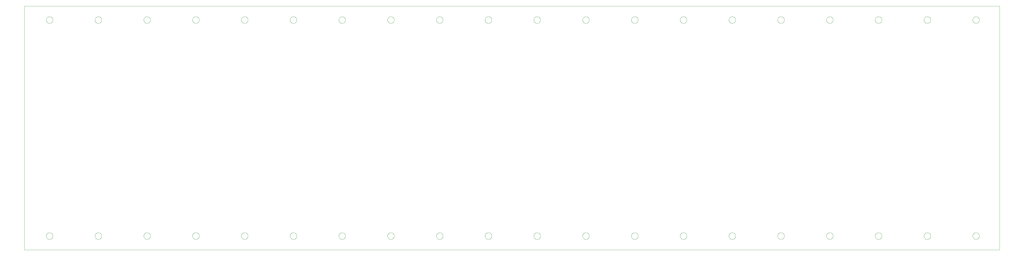
<source format=gbp>
G75*
%MOIN*%
%OFA0B0*%
%FSLAX25Y25*%
%IPPOS*%
%LPD*%
%AMOC8*
5,1,8,0,0,1.08239X$1,22.5*
%
%ADD10C,0.00000*%
D10*
X0001300Y0001300D02*
X0001300Y0401300D01*
X1601300Y0401300D01*
X1601300Y0001300D01*
X0001300Y0001300D01*
X0037100Y0024100D02*
X0037102Y0024248D01*
X0037108Y0024396D01*
X0037118Y0024544D01*
X0037132Y0024692D01*
X0037150Y0024839D01*
X0037172Y0024986D01*
X0037198Y0025132D01*
X0037227Y0025277D01*
X0037261Y0025422D01*
X0037299Y0025565D01*
X0037340Y0025708D01*
X0037385Y0025849D01*
X0037435Y0025989D01*
X0037487Y0026127D01*
X0037544Y0026265D01*
X0037604Y0026400D01*
X0037668Y0026534D01*
X0037735Y0026666D01*
X0037806Y0026796D01*
X0037881Y0026925D01*
X0037959Y0027051D01*
X0038040Y0027175D01*
X0038124Y0027297D01*
X0038212Y0027416D01*
X0038303Y0027533D01*
X0038397Y0027648D01*
X0038495Y0027760D01*
X0038595Y0027869D01*
X0038698Y0027976D01*
X0038804Y0028080D01*
X0038912Y0028181D01*
X0039024Y0028279D01*
X0039138Y0028374D01*
X0039254Y0028465D01*
X0039373Y0028554D01*
X0039494Y0028639D01*
X0039618Y0028721D01*
X0039744Y0028800D01*
X0039871Y0028875D01*
X0040001Y0028947D01*
X0040133Y0029016D01*
X0040266Y0029080D01*
X0040401Y0029141D01*
X0040538Y0029199D01*
X0040676Y0029253D01*
X0040816Y0029303D01*
X0040957Y0029349D01*
X0041099Y0029391D01*
X0041242Y0029430D01*
X0041386Y0029464D01*
X0041532Y0029495D01*
X0041677Y0029522D01*
X0041824Y0029545D01*
X0041971Y0029564D01*
X0042119Y0029579D01*
X0042266Y0029590D01*
X0042415Y0029597D01*
X0042563Y0029600D01*
X0042711Y0029599D01*
X0042859Y0029594D01*
X0043007Y0029585D01*
X0043155Y0029572D01*
X0043303Y0029555D01*
X0043449Y0029534D01*
X0043596Y0029509D01*
X0043741Y0029480D01*
X0043886Y0029448D01*
X0044029Y0029411D01*
X0044172Y0029371D01*
X0044314Y0029326D01*
X0044454Y0029278D01*
X0044593Y0029226D01*
X0044730Y0029171D01*
X0044866Y0029111D01*
X0045001Y0029048D01*
X0045133Y0028982D01*
X0045264Y0028912D01*
X0045393Y0028838D01*
X0045519Y0028761D01*
X0045644Y0028681D01*
X0045766Y0028597D01*
X0045887Y0028510D01*
X0046004Y0028420D01*
X0046120Y0028326D01*
X0046232Y0028230D01*
X0046342Y0028131D01*
X0046450Y0028028D01*
X0046554Y0027923D01*
X0046656Y0027815D01*
X0046754Y0027704D01*
X0046850Y0027591D01*
X0046943Y0027475D01*
X0047032Y0027357D01*
X0047118Y0027236D01*
X0047201Y0027113D01*
X0047281Y0026988D01*
X0047357Y0026861D01*
X0047430Y0026731D01*
X0047499Y0026600D01*
X0047564Y0026467D01*
X0047627Y0026333D01*
X0047685Y0026196D01*
X0047740Y0026058D01*
X0047790Y0025919D01*
X0047838Y0025778D01*
X0047881Y0025637D01*
X0047921Y0025494D01*
X0047956Y0025350D01*
X0047988Y0025205D01*
X0048016Y0025059D01*
X0048040Y0024913D01*
X0048060Y0024766D01*
X0048076Y0024618D01*
X0048088Y0024471D01*
X0048096Y0024322D01*
X0048100Y0024174D01*
X0048100Y0024026D01*
X0048096Y0023878D01*
X0048088Y0023729D01*
X0048076Y0023582D01*
X0048060Y0023434D01*
X0048040Y0023287D01*
X0048016Y0023141D01*
X0047988Y0022995D01*
X0047956Y0022850D01*
X0047921Y0022706D01*
X0047881Y0022563D01*
X0047838Y0022422D01*
X0047790Y0022281D01*
X0047740Y0022142D01*
X0047685Y0022004D01*
X0047627Y0021867D01*
X0047564Y0021733D01*
X0047499Y0021600D01*
X0047430Y0021469D01*
X0047357Y0021339D01*
X0047281Y0021212D01*
X0047201Y0021087D01*
X0047118Y0020964D01*
X0047032Y0020843D01*
X0046943Y0020725D01*
X0046850Y0020609D01*
X0046754Y0020496D01*
X0046656Y0020385D01*
X0046554Y0020277D01*
X0046450Y0020172D01*
X0046342Y0020069D01*
X0046232Y0019970D01*
X0046120Y0019874D01*
X0046004Y0019780D01*
X0045887Y0019690D01*
X0045766Y0019603D01*
X0045644Y0019519D01*
X0045519Y0019439D01*
X0045393Y0019362D01*
X0045264Y0019288D01*
X0045133Y0019218D01*
X0045001Y0019152D01*
X0044866Y0019089D01*
X0044730Y0019029D01*
X0044593Y0018974D01*
X0044454Y0018922D01*
X0044314Y0018874D01*
X0044172Y0018829D01*
X0044029Y0018789D01*
X0043886Y0018752D01*
X0043741Y0018720D01*
X0043596Y0018691D01*
X0043449Y0018666D01*
X0043303Y0018645D01*
X0043155Y0018628D01*
X0043007Y0018615D01*
X0042859Y0018606D01*
X0042711Y0018601D01*
X0042563Y0018600D01*
X0042415Y0018603D01*
X0042266Y0018610D01*
X0042119Y0018621D01*
X0041971Y0018636D01*
X0041824Y0018655D01*
X0041677Y0018678D01*
X0041532Y0018705D01*
X0041386Y0018736D01*
X0041242Y0018770D01*
X0041099Y0018809D01*
X0040957Y0018851D01*
X0040816Y0018897D01*
X0040676Y0018947D01*
X0040538Y0019001D01*
X0040401Y0019059D01*
X0040266Y0019120D01*
X0040133Y0019184D01*
X0040001Y0019253D01*
X0039871Y0019325D01*
X0039744Y0019400D01*
X0039618Y0019479D01*
X0039494Y0019561D01*
X0039373Y0019646D01*
X0039254Y0019735D01*
X0039138Y0019826D01*
X0039024Y0019921D01*
X0038912Y0020019D01*
X0038804Y0020120D01*
X0038698Y0020224D01*
X0038595Y0020331D01*
X0038495Y0020440D01*
X0038397Y0020552D01*
X0038303Y0020667D01*
X0038212Y0020784D01*
X0038124Y0020903D01*
X0038040Y0021025D01*
X0037959Y0021149D01*
X0037881Y0021275D01*
X0037806Y0021404D01*
X0037735Y0021534D01*
X0037668Y0021666D01*
X0037604Y0021800D01*
X0037544Y0021935D01*
X0037487Y0022073D01*
X0037435Y0022211D01*
X0037385Y0022351D01*
X0037340Y0022492D01*
X0037299Y0022635D01*
X0037261Y0022778D01*
X0037227Y0022923D01*
X0037198Y0023068D01*
X0037172Y0023214D01*
X0037150Y0023361D01*
X0037132Y0023508D01*
X0037118Y0023656D01*
X0037108Y0023804D01*
X0037102Y0023952D01*
X0037100Y0024100D01*
X0117100Y0024100D02*
X0117102Y0024248D01*
X0117108Y0024396D01*
X0117118Y0024544D01*
X0117132Y0024692D01*
X0117150Y0024839D01*
X0117172Y0024986D01*
X0117198Y0025132D01*
X0117227Y0025277D01*
X0117261Y0025422D01*
X0117299Y0025565D01*
X0117340Y0025708D01*
X0117385Y0025849D01*
X0117435Y0025989D01*
X0117487Y0026127D01*
X0117544Y0026265D01*
X0117604Y0026400D01*
X0117668Y0026534D01*
X0117735Y0026666D01*
X0117806Y0026796D01*
X0117881Y0026925D01*
X0117959Y0027051D01*
X0118040Y0027175D01*
X0118124Y0027297D01*
X0118212Y0027416D01*
X0118303Y0027533D01*
X0118397Y0027648D01*
X0118495Y0027760D01*
X0118595Y0027869D01*
X0118698Y0027976D01*
X0118804Y0028080D01*
X0118912Y0028181D01*
X0119024Y0028279D01*
X0119138Y0028374D01*
X0119254Y0028465D01*
X0119373Y0028554D01*
X0119494Y0028639D01*
X0119618Y0028721D01*
X0119744Y0028800D01*
X0119871Y0028875D01*
X0120001Y0028947D01*
X0120133Y0029016D01*
X0120266Y0029080D01*
X0120401Y0029141D01*
X0120538Y0029199D01*
X0120676Y0029253D01*
X0120816Y0029303D01*
X0120957Y0029349D01*
X0121099Y0029391D01*
X0121242Y0029430D01*
X0121386Y0029464D01*
X0121532Y0029495D01*
X0121677Y0029522D01*
X0121824Y0029545D01*
X0121971Y0029564D01*
X0122119Y0029579D01*
X0122266Y0029590D01*
X0122415Y0029597D01*
X0122563Y0029600D01*
X0122711Y0029599D01*
X0122859Y0029594D01*
X0123007Y0029585D01*
X0123155Y0029572D01*
X0123303Y0029555D01*
X0123449Y0029534D01*
X0123596Y0029509D01*
X0123741Y0029480D01*
X0123886Y0029448D01*
X0124029Y0029411D01*
X0124172Y0029371D01*
X0124314Y0029326D01*
X0124454Y0029278D01*
X0124593Y0029226D01*
X0124730Y0029171D01*
X0124866Y0029111D01*
X0125001Y0029048D01*
X0125133Y0028982D01*
X0125264Y0028912D01*
X0125393Y0028838D01*
X0125519Y0028761D01*
X0125644Y0028681D01*
X0125766Y0028597D01*
X0125887Y0028510D01*
X0126004Y0028420D01*
X0126120Y0028326D01*
X0126232Y0028230D01*
X0126342Y0028131D01*
X0126450Y0028028D01*
X0126554Y0027923D01*
X0126656Y0027815D01*
X0126754Y0027704D01*
X0126850Y0027591D01*
X0126943Y0027475D01*
X0127032Y0027357D01*
X0127118Y0027236D01*
X0127201Y0027113D01*
X0127281Y0026988D01*
X0127357Y0026861D01*
X0127430Y0026731D01*
X0127499Y0026600D01*
X0127564Y0026467D01*
X0127627Y0026333D01*
X0127685Y0026196D01*
X0127740Y0026058D01*
X0127790Y0025919D01*
X0127838Y0025778D01*
X0127881Y0025637D01*
X0127921Y0025494D01*
X0127956Y0025350D01*
X0127988Y0025205D01*
X0128016Y0025059D01*
X0128040Y0024913D01*
X0128060Y0024766D01*
X0128076Y0024618D01*
X0128088Y0024471D01*
X0128096Y0024322D01*
X0128100Y0024174D01*
X0128100Y0024026D01*
X0128096Y0023878D01*
X0128088Y0023729D01*
X0128076Y0023582D01*
X0128060Y0023434D01*
X0128040Y0023287D01*
X0128016Y0023141D01*
X0127988Y0022995D01*
X0127956Y0022850D01*
X0127921Y0022706D01*
X0127881Y0022563D01*
X0127838Y0022422D01*
X0127790Y0022281D01*
X0127740Y0022142D01*
X0127685Y0022004D01*
X0127627Y0021867D01*
X0127564Y0021733D01*
X0127499Y0021600D01*
X0127430Y0021469D01*
X0127357Y0021339D01*
X0127281Y0021212D01*
X0127201Y0021087D01*
X0127118Y0020964D01*
X0127032Y0020843D01*
X0126943Y0020725D01*
X0126850Y0020609D01*
X0126754Y0020496D01*
X0126656Y0020385D01*
X0126554Y0020277D01*
X0126450Y0020172D01*
X0126342Y0020069D01*
X0126232Y0019970D01*
X0126120Y0019874D01*
X0126004Y0019780D01*
X0125887Y0019690D01*
X0125766Y0019603D01*
X0125644Y0019519D01*
X0125519Y0019439D01*
X0125393Y0019362D01*
X0125264Y0019288D01*
X0125133Y0019218D01*
X0125001Y0019152D01*
X0124866Y0019089D01*
X0124730Y0019029D01*
X0124593Y0018974D01*
X0124454Y0018922D01*
X0124314Y0018874D01*
X0124172Y0018829D01*
X0124029Y0018789D01*
X0123886Y0018752D01*
X0123741Y0018720D01*
X0123596Y0018691D01*
X0123449Y0018666D01*
X0123303Y0018645D01*
X0123155Y0018628D01*
X0123007Y0018615D01*
X0122859Y0018606D01*
X0122711Y0018601D01*
X0122563Y0018600D01*
X0122415Y0018603D01*
X0122266Y0018610D01*
X0122119Y0018621D01*
X0121971Y0018636D01*
X0121824Y0018655D01*
X0121677Y0018678D01*
X0121532Y0018705D01*
X0121386Y0018736D01*
X0121242Y0018770D01*
X0121099Y0018809D01*
X0120957Y0018851D01*
X0120816Y0018897D01*
X0120676Y0018947D01*
X0120538Y0019001D01*
X0120401Y0019059D01*
X0120266Y0019120D01*
X0120133Y0019184D01*
X0120001Y0019253D01*
X0119871Y0019325D01*
X0119744Y0019400D01*
X0119618Y0019479D01*
X0119494Y0019561D01*
X0119373Y0019646D01*
X0119254Y0019735D01*
X0119138Y0019826D01*
X0119024Y0019921D01*
X0118912Y0020019D01*
X0118804Y0020120D01*
X0118698Y0020224D01*
X0118595Y0020331D01*
X0118495Y0020440D01*
X0118397Y0020552D01*
X0118303Y0020667D01*
X0118212Y0020784D01*
X0118124Y0020903D01*
X0118040Y0021025D01*
X0117959Y0021149D01*
X0117881Y0021275D01*
X0117806Y0021404D01*
X0117735Y0021534D01*
X0117668Y0021666D01*
X0117604Y0021800D01*
X0117544Y0021935D01*
X0117487Y0022073D01*
X0117435Y0022211D01*
X0117385Y0022351D01*
X0117340Y0022492D01*
X0117299Y0022635D01*
X0117261Y0022778D01*
X0117227Y0022923D01*
X0117198Y0023068D01*
X0117172Y0023214D01*
X0117150Y0023361D01*
X0117132Y0023508D01*
X0117118Y0023656D01*
X0117108Y0023804D01*
X0117102Y0023952D01*
X0117100Y0024100D01*
X0197100Y0024100D02*
X0197102Y0024248D01*
X0197108Y0024396D01*
X0197118Y0024544D01*
X0197132Y0024692D01*
X0197150Y0024839D01*
X0197172Y0024986D01*
X0197198Y0025132D01*
X0197227Y0025277D01*
X0197261Y0025422D01*
X0197299Y0025565D01*
X0197340Y0025708D01*
X0197385Y0025849D01*
X0197435Y0025989D01*
X0197487Y0026127D01*
X0197544Y0026265D01*
X0197604Y0026400D01*
X0197668Y0026534D01*
X0197735Y0026666D01*
X0197806Y0026796D01*
X0197881Y0026925D01*
X0197959Y0027051D01*
X0198040Y0027175D01*
X0198124Y0027297D01*
X0198212Y0027416D01*
X0198303Y0027533D01*
X0198397Y0027648D01*
X0198495Y0027760D01*
X0198595Y0027869D01*
X0198698Y0027976D01*
X0198804Y0028080D01*
X0198912Y0028181D01*
X0199024Y0028279D01*
X0199138Y0028374D01*
X0199254Y0028465D01*
X0199373Y0028554D01*
X0199494Y0028639D01*
X0199618Y0028721D01*
X0199744Y0028800D01*
X0199871Y0028875D01*
X0200001Y0028947D01*
X0200133Y0029016D01*
X0200266Y0029080D01*
X0200401Y0029141D01*
X0200538Y0029199D01*
X0200676Y0029253D01*
X0200816Y0029303D01*
X0200957Y0029349D01*
X0201099Y0029391D01*
X0201242Y0029430D01*
X0201386Y0029464D01*
X0201532Y0029495D01*
X0201677Y0029522D01*
X0201824Y0029545D01*
X0201971Y0029564D01*
X0202119Y0029579D01*
X0202266Y0029590D01*
X0202415Y0029597D01*
X0202563Y0029600D01*
X0202711Y0029599D01*
X0202859Y0029594D01*
X0203007Y0029585D01*
X0203155Y0029572D01*
X0203303Y0029555D01*
X0203449Y0029534D01*
X0203596Y0029509D01*
X0203741Y0029480D01*
X0203886Y0029448D01*
X0204029Y0029411D01*
X0204172Y0029371D01*
X0204314Y0029326D01*
X0204454Y0029278D01*
X0204593Y0029226D01*
X0204730Y0029171D01*
X0204866Y0029111D01*
X0205001Y0029048D01*
X0205133Y0028982D01*
X0205264Y0028912D01*
X0205393Y0028838D01*
X0205519Y0028761D01*
X0205644Y0028681D01*
X0205766Y0028597D01*
X0205887Y0028510D01*
X0206004Y0028420D01*
X0206120Y0028326D01*
X0206232Y0028230D01*
X0206342Y0028131D01*
X0206450Y0028028D01*
X0206554Y0027923D01*
X0206656Y0027815D01*
X0206754Y0027704D01*
X0206850Y0027591D01*
X0206943Y0027475D01*
X0207032Y0027357D01*
X0207118Y0027236D01*
X0207201Y0027113D01*
X0207281Y0026988D01*
X0207357Y0026861D01*
X0207430Y0026731D01*
X0207499Y0026600D01*
X0207564Y0026467D01*
X0207627Y0026333D01*
X0207685Y0026196D01*
X0207740Y0026058D01*
X0207790Y0025919D01*
X0207838Y0025778D01*
X0207881Y0025637D01*
X0207921Y0025494D01*
X0207956Y0025350D01*
X0207988Y0025205D01*
X0208016Y0025059D01*
X0208040Y0024913D01*
X0208060Y0024766D01*
X0208076Y0024618D01*
X0208088Y0024471D01*
X0208096Y0024322D01*
X0208100Y0024174D01*
X0208100Y0024026D01*
X0208096Y0023878D01*
X0208088Y0023729D01*
X0208076Y0023582D01*
X0208060Y0023434D01*
X0208040Y0023287D01*
X0208016Y0023141D01*
X0207988Y0022995D01*
X0207956Y0022850D01*
X0207921Y0022706D01*
X0207881Y0022563D01*
X0207838Y0022422D01*
X0207790Y0022281D01*
X0207740Y0022142D01*
X0207685Y0022004D01*
X0207627Y0021867D01*
X0207564Y0021733D01*
X0207499Y0021600D01*
X0207430Y0021469D01*
X0207357Y0021339D01*
X0207281Y0021212D01*
X0207201Y0021087D01*
X0207118Y0020964D01*
X0207032Y0020843D01*
X0206943Y0020725D01*
X0206850Y0020609D01*
X0206754Y0020496D01*
X0206656Y0020385D01*
X0206554Y0020277D01*
X0206450Y0020172D01*
X0206342Y0020069D01*
X0206232Y0019970D01*
X0206120Y0019874D01*
X0206004Y0019780D01*
X0205887Y0019690D01*
X0205766Y0019603D01*
X0205644Y0019519D01*
X0205519Y0019439D01*
X0205393Y0019362D01*
X0205264Y0019288D01*
X0205133Y0019218D01*
X0205001Y0019152D01*
X0204866Y0019089D01*
X0204730Y0019029D01*
X0204593Y0018974D01*
X0204454Y0018922D01*
X0204314Y0018874D01*
X0204172Y0018829D01*
X0204029Y0018789D01*
X0203886Y0018752D01*
X0203741Y0018720D01*
X0203596Y0018691D01*
X0203449Y0018666D01*
X0203303Y0018645D01*
X0203155Y0018628D01*
X0203007Y0018615D01*
X0202859Y0018606D01*
X0202711Y0018601D01*
X0202563Y0018600D01*
X0202415Y0018603D01*
X0202266Y0018610D01*
X0202119Y0018621D01*
X0201971Y0018636D01*
X0201824Y0018655D01*
X0201677Y0018678D01*
X0201532Y0018705D01*
X0201386Y0018736D01*
X0201242Y0018770D01*
X0201099Y0018809D01*
X0200957Y0018851D01*
X0200816Y0018897D01*
X0200676Y0018947D01*
X0200538Y0019001D01*
X0200401Y0019059D01*
X0200266Y0019120D01*
X0200133Y0019184D01*
X0200001Y0019253D01*
X0199871Y0019325D01*
X0199744Y0019400D01*
X0199618Y0019479D01*
X0199494Y0019561D01*
X0199373Y0019646D01*
X0199254Y0019735D01*
X0199138Y0019826D01*
X0199024Y0019921D01*
X0198912Y0020019D01*
X0198804Y0020120D01*
X0198698Y0020224D01*
X0198595Y0020331D01*
X0198495Y0020440D01*
X0198397Y0020552D01*
X0198303Y0020667D01*
X0198212Y0020784D01*
X0198124Y0020903D01*
X0198040Y0021025D01*
X0197959Y0021149D01*
X0197881Y0021275D01*
X0197806Y0021404D01*
X0197735Y0021534D01*
X0197668Y0021666D01*
X0197604Y0021800D01*
X0197544Y0021935D01*
X0197487Y0022073D01*
X0197435Y0022211D01*
X0197385Y0022351D01*
X0197340Y0022492D01*
X0197299Y0022635D01*
X0197261Y0022778D01*
X0197227Y0022923D01*
X0197198Y0023068D01*
X0197172Y0023214D01*
X0197150Y0023361D01*
X0197132Y0023508D01*
X0197118Y0023656D01*
X0197108Y0023804D01*
X0197102Y0023952D01*
X0197100Y0024100D01*
X0277100Y0024100D02*
X0277102Y0024248D01*
X0277108Y0024396D01*
X0277118Y0024544D01*
X0277132Y0024692D01*
X0277150Y0024839D01*
X0277172Y0024986D01*
X0277198Y0025132D01*
X0277227Y0025277D01*
X0277261Y0025422D01*
X0277299Y0025565D01*
X0277340Y0025708D01*
X0277385Y0025849D01*
X0277435Y0025989D01*
X0277487Y0026127D01*
X0277544Y0026265D01*
X0277604Y0026400D01*
X0277668Y0026534D01*
X0277735Y0026666D01*
X0277806Y0026796D01*
X0277881Y0026925D01*
X0277959Y0027051D01*
X0278040Y0027175D01*
X0278124Y0027297D01*
X0278212Y0027416D01*
X0278303Y0027533D01*
X0278397Y0027648D01*
X0278495Y0027760D01*
X0278595Y0027869D01*
X0278698Y0027976D01*
X0278804Y0028080D01*
X0278912Y0028181D01*
X0279024Y0028279D01*
X0279138Y0028374D01*
X0279254Y0028465D01*
X0279373Y0028554D01*
X0279494Y0028639D01*
X0279618Y0028721D01*
X0279744Y0028800D01*
X0279871Y0028875D01*
X0280001Y0028947D01*
X0280133Y0029016D01*
X0280266Y0029080D01*
X0280401Y0029141D01*
X0280538Y0029199D01*
X0280676Y0029253D01*
X0280816Y0029303D01*
X0280957Y0029349D01*
X0281099Y0029391D01*
X0281242Y0029430D01*
X0281386Y0029464D01*
X0281532Y0029495D01*
X0281677Y0029522D01*
X0281824Y0029545D01*
X0281971Y0029564D01*
X0282119Y0029579D01*
X0282266Y0029590D01*
X0282415Y0029597D01*
X0282563Y0029600D01*
X0282711Y0029599D01*
X0282859Y0029594D01*
X0283007Y0029585D01*
X0283155Y0029572D01*
X0283303Y0029555D01*
X0283449Y0029534D01*
X0283596Y0029509D01*
X0283741Y0029480D01*
X0283886Y0029448D01*
X0284029Y0029411D01*
X0284172Y0029371D01*
X0284314Y0029326D01*
X0284454Y0029278D01*
X0284593Y0029226D01*
X0284730Y0029171D01*
X0284866Y0029111D01*
X0285001Y0029048D01*
X0285133Y0028982D01*
X0285264Y0028912D01*
X0285393Y0028838D01*
X0285519Y0028761D01*
X0285644Y0028681D01*
X0285766Y0028597D01*
X0285887Y0028510D01*
X0286004Y0028420D01*
X0286120Y0028326D01*
X0286232Y0028230D01*
X0286342Y0028131D01*
X0286450Y0028028D01*
X0286554Y0027923D01*
X0286656Y0027815D01*
X0286754Y0027704D01*
X0286850Y0027591D01*
X0286943Y0027475D01*
X0287032Y0027357D01*
X0287118Y0027236D01*
X0287201Y0027113D01*
X0287281Y0026988D01*
X0287357Y0026861D01*
X0287430Y0026731D01*
X0287499Y0026600D01*
X0287564Y0026467D01*
X0287627Y0026333D01*
X0287685Y0026196D01*
X0287740Y0026058D01*
X0287790Y0025919D01*
X0287838Y0025778D01*
X0287881Y0025637D01*
X0287921Y0025494D01*
X0287956Y0025350D01*
X0287988Y0025205D01*
X0288016Y0025059D01*
X0288040Y0024913D01*
X0288060Y0024766D01*
X0288076Y0024618D01*
X0288088Y0024471D01*
X0288096Y0024322D01*
X0288100Y0024174D01*
X0288100Y0024026D01*
X0288096Y0023878D01*
X0288088Y0023729D01*
X0288076Y0023582D01*
X0288060Y0023434D01*
X0288040Y0023287D01*
X0288016Y0023141D01*
X0287988Y0022995D01*
X0287956Y0022850D01*
X0287921Y0022706D01*
X0287881Y0022563D01*
X0287838Y0022422D01*
X0287790Y0022281D01*
X0287740Y0022142D01*
X0287685Y0022004D01*
X0287627Y0021867D01*
X0287564Y0021733D01*
X0287499Y0021600D01*
X0287430Y0021469D01*
X0287357Y0021339D01*
X0287281Y0021212D01*
X0287201Y0021087D01*
X0287118Y0020964D01*
X0287032Y0020843D01*
X0286943Y0020725D01*
X0286850Y0020609D01*
X0286754Y0020496D01*
X0286656Y0020385D01*
X0286554Y0020277D01*
X0286450Y0020172D01*
X0286342Y0020069D01*
X0286232Y0019970D01*
X0286120Y0019874D01*
X0286004Y0019780D01*
X0285887Y0019690D01*
X0285766Y0019603D01*
X0285644Y0019519D01*
X0285519Y0019439D01*
X0285393Y0019362D01*
X0285264Y0019288D01*
X0285133Y0019218D01*
X0285001Y0019152D01*
X0284866Y0019089D01*
X0284730Y0019029D01*
X0284593Y0018974D01*
X0284454Y0018922D01*
X0284314Y0018874D01*
X0284172Y0018829D01*
X0284029Y0018789D01*
X0283886Y0018752D01*
X0283741Y0018720D01*
X0283596Y0018691D01*
X0283449Y0018666D01*
X0283303Y0018645D01*
X0283155Y0018628D01*
X0283007Y0018615D01*
X0282859Y0018606D01*
X0282711Y0018601D01*
X0282563Y0018600D01*
X0282415Y0018603D01*
X0282266Y0018610D01*
X0282119Y0018621D01*
X0281971Y0018636D01*
X0281824Y0018655D01*
X0281677Y0018678D01*
X0281532Y0018705D01*
X0281386Y0018736D01*
X0281242Y0018770D01*
X0281099Y0018809D01*
X0280957Y0018851D01*
X0280816Y0018897D01*
X0280676Y0018947D01*
X0280538Y0019001D01*
X0280401Y0019059D01*
X0280266Y0019120D01*
X0280133Y0019184D01*
X0280001Y0019253D01*
X0279871Y0019325D01*
X0279744Y0019400D01*
X0279618Y0019479D01*
X0279494Y0019561D01*
X0279373Y0019646D01*
X0279254Y0019735D01*
X0279138Y0019826D01*
X0279024Y0019921D01*
X0278912Y0020019D01*
X0278804Y0020120D01*
X0278698Y0020224D01*
X0278595Y0020331D01*
X0278495Y0020440D01*
X0278397Y0020552D01*
X0278303Y0020667D01*
X0278212Y0020784D01*
X0278124Y0020903D01*
X0278040Y0021025D01*
X0277959Y0021149D01*
X0277881Y0021275D01*
X0277806Y0021404D01*
X0277735Y0021534D01*
X0277668Y0021666D01*
X0277604Y0021800D01*
X0277544Y0021935D01*
X0277487Y0022073D01*
X0277435Y0022211D01*
X0277385Y0022351D01*
X0277340Y0022492D01*
X0277299Y0022635D01*
X0277261Y0022778D01*
X0277227Y0022923D01*
X0277198Y0023068D01*
X0277172Y0023214D01*
X0277150Y0023361D01*
X0277132Y0023508D01*
X0277118Y0023656D01*
X0277108Y0023804D01*
X0277102Y0023952D01*
X0277100Y0024100D01*
X0357100Y0024100D02*
X0357102Y0024248D01*
X0357108Y0024396D01*
X0357118Y0024544D01*
X0357132Y0024692D01*
X0357150Y0024839D01*
X0357172Y0024986D01*
X0357198Y0025132D01*
X0357227Y0025277D01*
X0357261Y0025422D01*
X0357299Y0025565D01*
X0357340Y0025708D01*
X0357385Y0025849D01*
X0357435Y0025989D01*
X0357487Y0026127D01*
X0357544Y0026265D01*
X0357604Y0026400D01*
X0357668Y0026534D01*
X0357735Y0026666D01*
X0357806Y0026796D01*
X0357881Y0026925D01*
X0357959Y0027051D01*
X0358040Y0027175D01*
X0358124Y0027297D01*
X0358212Y0027416D01*
X0358303Y0027533D01*
X0358397Y0027648D01*
X0358495Y0027760D01*
X0358595Y0027869D01*
X0358698Y0027976D01*
X0358804Y0028080D01*
X0358912Y0028181D01*
X0359024Y0028279D01*
X0359138Y0028374D01*
X0359254Y0028465D01*
X0359373Y0028554D01*
X0359494Y0028639D01*
X0359618Y0028721D01*
X0359744Y0028800D01*
X0359871Y0028875D01*
X0360001Y0028947D01*
X0360133Y0029016D01*
X0360266Y0029080D01*
X0360401Y0029141D01*
X0360538Y0029199D01*
X0360676Y0029253D01*
X0360816Y0029303D01*
X0360957Y0029349D01*
X0361099Y0029391D01*
X0361242Y0029430D01*
X0361386Y0029464D01*
X0361532Y0029495D01*
X0361677Y0029522D01*
X0361824Y0029545D01*
X0361971Y0029564D01*
X0362119Y0029579D01*
X0362266Y0029590D01*
X0362415Y0029597D01*
X0362563Y0029600D01*
X0362711Y0029599D01*
X0362859Y0029594D01*
X0363007Y0029585D01*
X0363155Y0029572D01*
X0363303Y0029555D01*
X0363449Y0029534D01*
X0363596Y0029509D01*
X0363741Y0029480D01*
X0363886Y0029448D01*
X0364029Y0029411D01*
X0364172Y0029371D01*
X0364314Y0029326D01*
X0364454Y0029278D01*
X0364593Y0029226D01*
X0364730Y0029171D01*
X0364866Y0029111D01*
X0365001Y0029048D01*
X0365133Y0028982D01*
X0365264Y0028912D01*
X0365393Y0028838D01*
X0365519Y0028761D01*
X0365644Y0028681D01*
X0365766Y0028597D01*
X0365887Y0028510D01*
X0366004Y0028420D01*
X0366120Y0028326D01*
X0366232Y0028230D01*
X0366342Y0028131D01*
X0366450Y0028028D01*
X0366554Y0027923D01*
X0366656Y0027815D01*
X0366754Y0027704D01*
X0366850Y0027591D01*
X0366943Y0027475D01*
X0367032Y0027357D01*
X0367118Y0027236D01*
X0367201Y0027113D01*
X0367281Y0026988D01*
X0367357Y0026861D01*
X0367430Y0026731D01*
X0367499Y0026600D01*
X0367564Y0026467D01*
X0367627Y0026333D01*
X0367685Y0026196D01*
X0367740Y0026058D01*
X0367790Y0025919D01*
X0367838Y0025778D01*
X0367881Y0025637D01*
X0367921Y0025494D01*
X0367956Y0025350D01*
X0367988Y0025205D01*
X0368016Y0025059D01*
X0368040Y0024913D01*
X0368060Y0024766D01*
X0368076Y0024618D01*
X0368088Y0024471D01*
X0368096Y0024322D01*
X0368100Y0024174D01*
X0368100Y0024026D01*
X0368096Y0023878D01*
X0368088Y0023729D01*
X0368076Y0023582D01*
X0368060Y0023434D01*
X0368040Y0023287D01*
X0368016Y0023141D01*
X0367988Y0022995D01*
X0367956Y0022850D01*
X0367921Y0022706D01*
X0367881Y0022563D01*
X0367838Y0022422D01*
X0367790Y0022281D01*
X0367740Y0022142D01*
X0367685Y0022004D01*
X0367627Y0021867D01*
X0367564Y0021733D01*
X0367499Y0021600D01*
X0367430Y0021469D01*
X0367357Y0021339D01*
X0367281Y0021212D01*
X0367201Y0021087D01*
X0367118Y0020964D01*
X0367032Y0020843D01*
X0366943Y0020725D01*
X0366850Y0020609D01*
X0366754Y0020496D01*
X0366656Y0020385D01*
X0366554Y0020277D01*
X0366450Y0020172D01*
X0366342Y0020069D01*
X0366232Y0019970D01*
X0366120Y0019874D01*
X0366004Y0019780D01*
X0365887Y0019690D01*
X0365766Y0019603D01*
X0365644Y0019519D01*
X0365519Y0019439D01*
X0365393Y0019362D01*
X0365264Y0019288D01*
X0365133Y0019218D01*
X0365001Y0019152D01*
X0364866Y0019089D01*
X0364730Y0019029D01*
X0364593Y0018974D01*
X0364454Y0018922D01*
X0364314Y0018874D01*
X0364172Y0018829D01*
X0364029Y0018789D01*
X0363886Y0018752D01*
X0363741Y0018720D01*
X0363596Y0018691D01*
X0363449Y0018666D01*
X0363303Y0018645D01*
X0363155Y0018628D01*
X0363007Y0018615D01*
X0362859Y0018606D01*
X0362711Y0018601D01*
X0362563Y0018600D01*
X0362415Y0018603D01*
X0362266Y0018610D01*
X0362119Y0018621D01*
X0361971Y0018636D01*
X0361824Y0018655D01*
X0361677Y0018678D01*
X0361532Y0018705D01*
X0361386Y0018736D01*
X0361242Y0018770D01*
X0361099Y0018809D01*
X0360957Y0018851D01*
X0360816Y0018897D01*
X0360676Y0018947D01*
X0360538Y0019001D01*
X0360401Y0019059D01*
X0360266Y0019120D01*
X0360133Y0019184D01*
X0360001Y0019253D01*
X0359871Y0019325D01*
X0359744Y0019400D01*
X0359618Y0019479D01*
X0359494Y0019561D01*
X0359373Y0019646D01*
X0359254Y0019735D01*
X0359138Y0019826D01*
X0359024Y0019921D01*
X0358912Y0020019D01*
X0358804Y0020120D01*
X0358698Y0020224D01*
X0358595Y0020331D01*
X0358495Y0020440D01*
X0358397Y0020552D01*
X0358303Y0020667D01*
X0358212Y0020784D01*
X0358124Y0020903D01*
X0358040Y0021025D01*
X0357959Y0021149D01*
X0357881Y0021275D01*
X0357806Y0021404D01*
X0357735Y0021534D01*
X0357668Y0021666D01*
X0357604Y0021800D01*
X0357544Y0021935D01*
X0357487Y0022073D01*
X0357435Y0022211D01*
X0357385Y0022351D01*
X0357340Y0022492D01*
X0357299Y0022635D01*
X0357261Y0022778D01*
X0357227Y0022923D01*
X0357198Y0023068D01*
X0357172Y0023214D01*
X0357150Y0023361D01*
X0357132Y0023508D01*
X0357118Y0023656D01*
X0357108Y0023804D01*
X0357102Y0023952D01*
X0357100Y0024100D01*
X0437100Y0024100D02*
X0437102Y0024248D01*
X0437108Y0024396D01*
X0437118Y0024544D01*
X0437132Y0024692D01*
X0437150Y0024839D01*
X0437172Y0024986D01*
X0437198Y0025132D01*
X0437227Y0025277D01*
X0437261Y0025422D01*
X0437299Y0025565D01*
X0437340Y0025708D01*
X0437385Y0025849D01*
X0437435Y0025989D01*
X0437487Y0026127D01*
X0437544Y0026265D01*
X0437604Y0026400D01*
X0437668Y0026534D01*
X0437735Y0026666D01*
X0437806Y0026796D01*
X0437881Y0026925D01*
X0437959Y0027051D01*
X0438040Y0027175D01*
X0438124Y0027297D01*
X0438212Y0027416D01*
X0438303Y0027533D01*
X0438397Y0027648D01*
X0438495Y0027760D01*
X0438595Y0027869D01*
X0438698Y0027976D01*
X0438804Y0028080D01*
X0438912Y0028181D01*
X0439024Y0028279D01*
X0439138Y0028374D01*
X0439254Y0028465D01*
X0439373Y0028554D01*
X0439494Y0028639D01*
X0439618Y0028721D01*
X0439744Y0028800D01*
X0439871Y0028875D01*
X0440001Y0028947D01*
X0440133Y0029016D01*
X0440266Y0029080D01*
X0440401Y0029141D01*
X0440538Y0029199D01*
X0440676Y0029253D01*
X0440816Y0029303D01*
X0440957Y0029349D01*
X0441099Y0029391D01*
X0441242Y0029430D01*
X0441386Y0029464D01*
X0441532Y0029495D01*
X0441677Y0029522D01*
X0441824Y0029545D01*
X0441971Y0029564D01*
X0442119Y0029579D01*
X0442266Y0029590D01*
X0442415Y0029597D01*
X0442563Y0029600D01*
X0442711Y0029599D01*
X0442859Y0029594D01*
X0443007Y0029585D01*
X0443155Y0029572D01*
X0443303Y0029555D01*
X0443449Y0029534D01*
X0443596Y0029509D01*
X0443741Y0029480D01*
X0443886Y0029448D01*
X0444029Y0029411D01*
X0444172Y0029371D01*
X0444314Y0029326D01*
X0444454Y0029278D01*
X0444593Y0029226D01*
X0444730Y0029171D01*
X0444866Y0029111D01*
X0445001Y0029048D01*
X0445133Y0028982D01*
X0445264Y0028912D01*
X0445393Y0028838D01*
X0445519Y0028761D01*
X0445644Y0028681D01*
X0445766Y0028597D01*
X0445887Y0028510D01*
X0446004Y0028420D01*
X0446120Y0028326D01*
X0446232Y0028230D01*
X0446342Y0028131D01*
X0446450Y0028028D01*
X0446554Y0027923D01*
X0446656Y0027815D01*
X0446754Y0027704D01*
X0446850Y0027591D01*
X0446943Y0027475D01*
X0447032Y0027357D01*
X0447118Y0027236D01*
X0447201Y0027113D01*
X0447281Y0026988D01*
X0447357Y0026861D01*
X0447430Y0026731D01*
X0447499Y0026600D01*
X0447564Y0026467D01*
X0447627Y0026333D01*
X0447685Y0026196D01*
X0447740Y0026058D01*
X0447790Y0025919D01*
X0447838Y0025778D01*
X0447881Y0025637D01*
X0447921Y0025494D01*
X0447956Y0025350D01*
X0447988Y0025205D01*
X0448016Y0025059D01*
X0448040Y0024913D01*
X0448060Y0024766D01*
X0448076Y0024618D01*
X0448088Y0024471D01*
X0448096Y0024322D01*
X0448100Y0024174D01*
X0448100Y0024026D01*
X0448096Y0023878D01*
X0448088Y0023729D01*
X0448076Y0023582D01*
X0448060Y0023434D01*
X0448040Y0023287D01*
X0448016Y0023141D01*
X0447988Y0022995D01*
X0447956Y0022850D01*
X0447921Y0022706D01*
X0447881Y0022563D01*
X0447838Y0022422D01*
X0447790Y0022281D01*
X0447740Y0022142D01*
X0447685Y0022004D01*
X0447627Y0021867D01*
X0447564Y0021733D01*
X0447499Y0021600D01*
X0447430Y0021469D01*
X0447357Y0021339D01*
X0447281Y0021212D01*
X0447201Y0021087D01*
X0447118Y0020964D01*
X0447032Y0020843D01*
X0446943Y0020725D01*
X0446850Y0020609D01*
X0446754Y0020496D01*
X0446656Y0020385D01*
X0446554Y0020277D01*
X0446450Y0020172D01*
X0446342Y0020069D01*
X0446232Y0019970D01*
X0446120Y0019874D01*
X0446004Y0019780D01*
X0445887Y0019690D01*
X0445766Y0019603D01*
X0445644Y0019519D01*
X0445519Y0019439D01*
X0445393Y0019362D01*
X0445264Y0019288D01*
X0445133Y0019218D01*
X0445001Y0019152D01*
X0444866Y0019089D01*
X0444730Y0019029D01*
X0444593Y0018974D01*
X0444454Y0018922D01*
X0444314Y0018874D01*
X0444172Y0018829D01*
X0444029Y0018789D01*
X0443886Y0018752D01*
X0443741Y0018720D01*
X0443596Y0018691D01*
X0443449Y0018666D01*
X0443303Y0018645D01*
X0443155Y0018628D01*
X0443007Y0018615D01*
X0442859Y0018606D01*
X0442711Y0018601D01*
X0442563Y0018600D01*
X0442415Y0018603D01*
X0442266Y0018610D01*
X0442119Y0018621D01*
X0441971Y0018636D01*
X0441824Y0018655D01*
X0441677Y0018678D01*
X0441532Y0018705D01*
X0441386Y0018736D01*
X0441242Y0018770D01*
X0441099Y0018809D01*
X0440957Y0018851D01*
X0440816Y0018897D01*
X0440676Y0018947D01*
X0440538Y0019001D01*
X0440401Y0019059D01*
X0440266Y0019120D01*
X0440133Y0019184D01*
X0440001Y0019253D01*
X0439871Y0019325D01*
X0439744Y0019400D01*
X0439618Y0019479D01*
X0439494Y0019561D01*
X0439373Y0019646D01*
X0439254Y0019735D01*
X0439138Y0019826D01*
X0439024Y0019921D01*
X0438912Y0020019D01*
X0438804Y0020120D01*
X0438698Y0020224D01*
X0438595Y0020331D01*
X0438495Y0020440D01*
X0438397Y0020552D01*
X0438303Y0020667D01*
X0438212Y0020784D01*
X0438124Y0020903D01*
X0438040Y0021025D01*
X0437959Y0021149D01*
X0437881Y0021275D01*
X0437806Y0021404D01*
X0437735Y0021534D01*
X0437668Y0021666D01*
X0437604Y0021800D01*
X0437544Y0021935D01*
X0437487Y0022073D01*
X0437435Y0022211D01*
X0437385Y0022351D01*
X0437340Y0022492D01*
X0437299Y0022635D01*
X0437261Y0022778D01*
X0437227Y0022923D01*
X0437198Y0023068D01*
X0437172Y0023214D01*
X0437150Y0023361D01*
X0437132Y0023508D01*
X0437118Y0023656D01*
X0437108Y0023804D01*
X0437102Y0023952D01*
X0437100Y0024100D01*
X0517100Y0024100D02*
X0517102Y0024248D01*
X0517108Y0024396D01*
X0517118Y0024544D01*
X0517132Y0024692D01*
X0517150Y0024839D01*
X0517172Y0024986D01*
X0517198Y0025132D01*
X0517227Y0025277D01*
X0517261Y0025422D01*
X0517299Y0025565D01*
X0517340Y0025708D01*
X0517385Y0025849D01*
X0517435Y0025989D01*
X0517487Y0026127D01*
X0517544Y0026265D01*
X0517604Y0026400D01*
X0517668Y0026534D01*
X0517735Y0026666D01*
X0517806Y0026796D01*
X0517881Y0026925D01*
X0517959Y0027051D01*
X0518040Y0027175D01*
X0518124Y0027297D01*
X0518212Y0027416D01*
X0518303Y0027533D01*
X0518397Y0027648D01*
X0518495Y0027760D01*
X0518595Y0027869D01*
X0518698Y0027976D01*
X0518804Y0028080D01*
X0518912Y0028181D01*
X0519024Y0028279D01*
X0519138Y0028374D01*
X0519254Y0028465D01*
X0519373Y0028554D01*
X0519494Y0028639D01*
X0519618Y0028721D01*
X0519744Y0028800D01*
X0519871Y0028875D01*
X0520001Y0028947D01*
X0520133Y0029016D01*
X0520266Y0029080D01*
X0520401Y0029141D01*
X0520538Y0029199D01*
X0520676Y0029253D01*
X0520816Y0029303D01*
X0520957Y0029349D01*
X0521099Y0029391D01*
X0521242Y0029430D01*
X0521386Y0029464D01*
X0521532Y0029495D01*
X0521677Y0029522D01*
X0521824Y0029545D01*
X0521971Y0029564D01*
X0522119Y0029579D01*
X0522266Y0029590D01*
X0522415Y0029597D01*
X0522563Y0029600D01*
X0522711Y0029599D01*
X0522859Y0029594D01*
X0523007Y0029585D01*
X0523155Y0029572D01*
X0523303Y0029555D01*
X0523449Y0029534D01*
X0523596Y0029509D01*
X0523741Y0029480D01*
X0523886Y0029448D01*
X0524029Y0029411D01*
X0524172Y0029371D01*
X0524314Y0029326D01*
X0524454Y0029278D01*
X0524593Y0029226D01*
X0524730Y0029171D01*
X0524866Y0029111D01*
X0525001Y0029048D01*
X0525133Y0028982D01*
X0525264Y0028912D01*
X0525393Y0028838D01*
X0525519Y0028761D01*
X0525644Y0028681D01*
X0525766Y0028597D01*
X0525887Y0028510D01*
X0526004Y0028420D01*
X0526120Y0028326D01*
X0526232Y0028230D01*
X0526342Y0028131D01*
X0526450Y0028028D01*
X0526554Y0027923D01*
X0526656Y0027815D01*
X0526754Y0027704D01*
X0526850Y0027591D01*
X0526943Y0027475D01*
X0527032Y0027357D01*
X0527118Y0027236D01*
X0527201Y0027113D01*
X0527281Y0026988D01*
X0527357Y0026861D01*
X0527430Y0026731D01*
X0527499Y0026600D01*
X0527564Y0026467D01*
X0527627Y0026333D01*
X0527685Y0026196D01*
X0527740Y0026058D01*
X0527790Y0025919D01*
X0527838Y0025778D01*
X0527881Y0025637D01*
X0527921Y0025494D01*
X0527956Y0025350D01*
X0527988Y0025205D01*
X0528016Y0025059D01*
X0528040Y0024913D01*
X0528060Y0024766D01*
X0528076Y0024618D01*
X0528088Y0024471D01*
X0528096Y0024322D01*
X0528100Y0024174D01*
X0528100Y0024026D01*
X0528096Y0023878D01*
X0528088Y0023729D01*
X0528076Y0023582D01*
X0528060Y0023434D01*
X0528040Y0023287D01*
X0528016Y0023141D01*
X0527988Y0022995D01*
X0527956Y0022850D01*
X0527921Y0022706D01*
X0527881Y0022563D01*
X0527838Y0022422D01*
X0527790Y0022281D01*
X0527740Y0022142D01*
X0527685Y0022004D01*
X0527627Y0021867D01*
X0527564Y0021733D01*
X0527499Y0021600D01*
X0527430Y0021469D01*
X0527357Y0021339D01*
X0527281Y0021212D01*
X0527201Y0021087D01*
X0527118Y0020964D01*
X0527032Y0020843D01*
X0526943Y0020725D01*
X0526850Y0020609D01*
X0526754Y0020496D01*
X0526656Y0020385D01*
X0526554Y0020277D01*
X0526450Y0020172D01*
X0526342Y0020069D01*
X0526232Y0019970D01*
X0526120Y0019874D01*
X0526004Y0019780D01*
X0525887Y0019690D01*
X0525766Y0019603D01*
X0525644Y0019519D01*
X0525519Y0019439D01*
X0525393Y0019362D01*
X0525264Y0019288D01*
X0525133Y0019218D01*
X0525001Y0019152D01*
X0524866Y0019089D01*
X0524730Y0019029D01*
X0524593Y0018974D01*
X0524454Y0018922D01*
X0524314Y0018874D01*
X0524172Y0018829D01*
X0524029Y0018789D01*
X0523886Y0018752D01*
X0523741Y0018720D01*
X0523596Y0018691D01*
X0523449Y0018666D01*
X0523303Y0018645D01*
X0523155Y0018628D01*
X0523007Y0018615D01*
X0522859Y0018606D01*
X0522711Y0018601D01*
X0522563Y0018600D01*
X0522415Y0018603D01*
X0522266Y0018610D01*
X0522119Y0018621D01*
X0521971Y0018636D01*
X0521824Y0018655D01*
X0521677Y0018678D01*
X0521532Y0018705D01*
X0521386Y0018736D01*
X0521242Y0018770D01*
X0521099Y0018809D01*
X0520957Y0018851D01*
X0520816Y0018897D01*
X0520676Y0018947D01*
X0520538Y0019001D01*
X0520401Y0019059D01*
X0520266Y0019120D01*
X0520133Y0019184D01*
X0520001Y0019253D01*
X0519871Y0019325D01*
X0519744Y0019400D01*
X0519618Y0019479D01*
X0519494Y0019561D01*
X0519373Y0019646D01*
X0519254Y0019735D01*
X0519138Y0019826D01*
X0519024Y0019921D01*
X0518912Y0020019D01*
X0518804Y0020120D01*
X0518698Y0020224D01*
X0518595Y0020331D01*
X0518495Y0020440D01*
X0518397Y0020552D01*
X0518303Y0020667D01*
X0518212Y0020784D01*
X0518124Y0020903D01*
X0518040Y0021025D01*
X0517959Y0021149D01*
X0517881Y0021275D01*
X0517806Y0021404D01*
X0517735Y0021534D01*
X0517668Y0021666D01*
X0517604Y0021800D01*
X0517544Y0021935D01*
X0517487Y0022073D01*
X0517435Y0022211D01*
X0517385Y0022351D01*
X0517340Y0022492D01*
X0517299Y0022635D01*
X0517261Y0022778D01*
X0517227Y0022923D01*
X0517198Y0023068D01*
X0517172Y0023214D01*
X0517150Y0023361D01*
X0517132Y0023508D01*
X0517118Y0023656D01*
X0517108Y0023804D01*
X0517102Y0023952D01*
X0517100Y0024100D01*
X0597100Y0024100D02*
X0597102Y0024248D01*
X0597108Y0024396D01*
X0597118Y0024544D01*
X0597132Y0024692D01*
X0597150Y0024839D01*
X0597172Y0024986D01*
X0597198Y0025132D01*
X0597227Y0025277D01*
X0597261Y0025422D01*
X0597299Y0025565D01*
X0597340Y0025708D01*
X0597385Y0025849D01*
X0597435Y0025989D01*
X0597487Y0026127D01*
X0597544Y0026265D01*
X0597604Y0026400D01*
X0597668Y0026534D01*
X0597735Y0026666D01*
X0597806Y0026796D01*
X0597881Y0026925D01*
X0597959Y0027051D01*
X0598040Y0027175D01*
X0598124Y0027297D01*
X0598212Y0027416D01*
X0598303Y0027533D01*
X0598397Y0027648D01*
X0598495Y0027760D01*
X0598595Y0027869D01*
X0598698Y0027976D01*
X0598804Y0028080D01*
X0598912Y0028181D01*
X0599024Y0028279D01*
X0599138Y0028374D01*
X0599254Y0028465D01*
X0599373Y0028554D01*
X0599494Y0028639D01*
X0599618Y0028721D01*
X0599744Y0028800D01*
X0599871Y0028875D01*
X0600001Y0028947D01*
X0600133Y0029016D01*
X0600266Y0029080D01*
X0600401Y0029141D01*
X0600538Y0029199D01*
X0600676Y0029253D01*
X0600816Y0029303D01*
X0600957Y0029349D01*
X0601099Y0029391D01*
X0601242Y0029430D01*
X0601386Y0029464D01*
X0601532Y0029495D01*
X0601677Y0029522D01*
X0601824Y0029545D01*
X0601971Y0029564D01*
X0602119Y0029579D01*
X0602266Y0029590D01*
X0602415Y0029597D01*
X0602563Y0029600D01*
X0602711Y0029599D01*
X0602859Y0029594D01*
X0603007Y0029585D01*
X0603155Y0029572D01*
X0603303Y0029555D01*
X0603449Y0029534D01*
X0603596Y0029509D01*
X0603741Y0029480D01*
X0603886Y0029448D01*
X0604029Y0029411D01*
X0604172Y0029371D01*
X0604314Y0029326D01*
X0604454Y0029278D01*
X0604593Y0029226D01*
X0604730Y0029171D01*
X0604866Y0029111D01*
X0605001Y0029048D01*
X0605133Y0028982D01*
X0605264Y0028912D01*
X0605393Y0028838D01*
X0605519Y0028761D01*
X0605644Y0028681D01*
X0605766Y0028597D01*
X0605887Y0028510D01*
X0606004Y0028420D01*
X0606120Y0028326D01*
X0606232Y0028230D01*
X0606342Y0028131D01*
X0606450Y0028028D01*
X0606554Y0027923D01*
X0606656Y0027815D01*
X0606754Y0027704D01*
X0606850Y0027591D01*
X0606943Y0027475D01*
X0607032Y0027357D01*
X0607118Y0027236D01*
X0607201Y0027113D01*
X0607281Y0026988D01*
X0607357Y0026861D01*
X0607430Y0026731D01*
X0607499Y0026600D01*
X0607564Y0026467D01*
X0607627Y0026333D01*
X0607685Y0026196D01*
X0607740Y0026058D01*
X0607790Y0025919D01*
X0607838Y0025778D01*
X0607881Y0025637D01*
X0607921Y0025494D01*
X0607956Y0025350D01*
X0607988Y0025205D01*
X0608016Y0025059D01*
X0608040Y0024913D01*
X0608060Y0024766D01*
X0608076Y0024618D01*
X0608088Y0024471D01*
X0608096Y0024322D01*
X0608100Y0024174D01*
X0608100Y0024026D01*
X0608096Y0023878D01*
X0608088Y0023729D01*
X0608076Y0023582D01*
X0608060Y0023434D01*
X0608040Y0023287D01*
X0608016Y0023141D01*
X0607988Y0022995D01*
X0607956Y0022850D01*
X0607921Y0022706D01*
X0607881Y0022563D01*
X0607838Y0022422D01*
X0607790Y0022281D01*
X0607740Y0022142D01*
X0607685Y0022004D01*
X0607627Y0021867D01*
X0607564Y0021733D01*
X0607499Y0021600D01*
X0607430Y0021469D01*
X0607357Y0021339D01*
X0607281Y0021212D01*
X0607201Y0021087D01*
X0607118Y0020964D01*
X0607032Y0020843D01*
X0606943Y0020725D01*
X0606850Y0020609D01*
X0606754Y0020496D01*
X0606656Y0020385D01*
X0606554Y0020277D01*
X0606450Y0020172D01*
X0606342Y0020069D01*
X0606232Y0019970D01*
X0606120Y0019874D01*
X0606004Y0019780D01*
X0605887Y0019690D01*
X0605766Y0019603D01*
X0605644Y0019519D01*
X0605519Y0019439D01*
X0605393Y0019362D01*
X0605264Y0019288D01*
X0605133Y0019218D01*
X0605001Y0019152D01*
X0604866Y0019089D01*
X0604730Y0019029D01*
X0604593Y0018974D01*
X0604454Y0018922D01*
X0604314Y0018874D01*
X0604172Y0018829D01*
X0604029Y0018789D01*
X0603886Y0018752D01*
X0603741Y0018720D01*
X0603596Y0018691D01*
X0603449Y0018666D01*
X0603303Y0018645D01*
X0603155Y0018628D01*
X0603007Y0018615D01*
X0602859Y0018606D01*
X0602711Y0018601D01*
X0602563Y0018600D01*
X0602415Y0018603D01*
X0602266Y0018610D01*
X0602119Y0018621D01*
X0601971Y0018636D01*
X0601824Y0018655D01*
X0601677Y0018678D01*
X0601532Y0018705D01*
X0601386Y0018736D01*
X0601242Y0018770D01*
X0601099Y0018809D01*
X0600957Y0018851D01*
X0600816Y0018897D01*
X0600676Y0018947D01*
X0600538Y0019001D01*
X0600401Y0019059D01*
X0600266Y0019120D01*
X0600133Y0019184D01*
X0600001Y0019253D01*
X0599871Y0019325D01*
X0599744Y0019400D01*
X0599618Y0019479D01*
X0599494Y0019561D01*
X0599373Y0019646D01*
X0599254Y0019735D01*
X0599138Y0019826D01*
X0599024Y0019921D01*
X0598912Y0020019D01*
X0598804Y0020120D01*
X0598698Y0020224D01*
X0598595Y0020331D01*
X0598495Y0020440D01*
X0598397Y0020552D01*
X0598303Y0020667D01*
X0598212Y0020784D01*
X0598124Y0020903D01*
X0598040Y0021025D01*
X0597959Y0021149D01*
X0597881Y0021275D01*
X0597806Y0021404D01*
X0597735Y0021534D01*
X0597668Y0021666D01*
X0597604Y0021800D01*
X0597544Y0021935D01*
X0597487Y0022073D01*
X0597435Y0022211D01*
X0597385Y0022351D01*
X0597340Y0022492D01*
X0597299Y0022635D01*
X0597261Y0022778D01*
X0597227Y0022923D01*
X0597198Y0023068D01*
X0597172Y0023214D01*
X0597150Y0023361D01*
X0597132Y0023508D01*
X0597118Y0023656D01*
X0597108Y0023804D01*
X0597102Y0023952D01*
X0597100Y0024100D01*
X0677100Y0024100D02*
X0677102Y0024248D01*
X0677108Y0024396D01*
X0677118Y0024544D01*
X0677132Y0024692D01*
X0677150Y0024839D01*
X0677172Y0024986D01*
X0677198Y0025132D01*
X0677227Y0025277D01*
X0677261Y0025422D01*
X0677299Y0025565D01*
X0677340Y0025708D01*
X0677385Y0025849D01*
X0677435Y0025989D01*
X0677487Y0026127D01*
X0677544Y0026265D01*
X0677604Y0026400D01*
X0677668Y0026534D01*
X0677735Y0026666D01*
X0677806Y0026796D01*
X0677881Y0026925D01*
X0677959Y0027051D01*
X0678040Y0027175D01*
X0678124Y0027297D01*
X0678212Y0027416D01*
X0678303Y0027533D01*
X0678397Y0027648D01*
X0678495Y0027760D01*
X0678595Y0027869D01*
X0678698Y0027976D01*
X0678804Y0028080D01*
X0678912Y0028181D01*
X0679024Y0028279D01*
X0679138Y0028374D01*
X0679254Y0028465D01*
X0679373Y0028554D01*
X0679494Y0028639D01*
X0679618Y0028721D01*
X0679744Y0028800D01*
X0679871Y0028875D01*
X0680001Y0028947D01*
X0680133Y0029016D01*
X0680266Y0029080D01*
X0680401Y0029141D01*
X0680538Y0029199D01*
X0680676Y0029253D01*
X0680816Y0029303D01*
X0680957Y0029349D01*
X0681099Y0029391D01*
X0681242Y0029430D01*
X0681386Y0029464D01*
X0681532Y0029495D01*
X0681677Y0029522D01*
X0681824Y0029545D01*
X0681971Y0029564D01*
X0682119Y0029579D01*
X0682266Y0029590D01*
X0682415Y0029597D01*
X0682563Y0029600D01*
X0682711Y0029599D01*
X0682859Y0029594D01*
X0683007Y0029585D01*
X0683155Y0029572D01*
X0683303Y0029555D01*
X0683449Y0029534D01*
X0683596Y0029509D01*
X0683741Y0029480D01*
X0683886Y0029448D01*
X0684029Y0029411D01*
X0684172Y0029371D01*
X0684314Y0029326D01*
X0684454Y0029278D01*
X0684593Y0029226D01*
X0684730Y0029171D01*
X0684866Y0029111D01*
X0685001Y0029048D01*
X0685133Y0028982D01*
X0685264Y0028912D01*
X0685393Y0028838D01*
X0685519Y0028761D01*
X0685644Y0028681D01*
X0685766Y0028597D01*
X0685887Y0028510D01*
X0686004Y0028420D01*
X0686120Y0028326D01*
X0686232Y0028230D01*
X0686342Y0028131D01*
X0686450Y0028028D01*
X0686554Y0027923D01*
X0686656Y0027815D01*
X0686754Y0027704D01*
X0686850Y0027591D01*
X0686943Y0027475D01*
X0687032Y0027357D01*
X0687118Y0027236D01*
X0687201Y0027113D01*
X0687281Y0026988D01*
X0687357Y0026861D01*
X0687430Y0026731D01*
X0687499Y0026600D01*
X0687564Y0026467D01*
X0687627Y0026333D01*
X0687685Y0026196D01*
X0687740Y0026058D01*
X0687790Y0025919D01*
X0687838Y0025778D01*
X0687881Y0025637D01*
X0687921Y0025494D01*
X0687956Y0025350D01*
X0687988Y0025205D01*
X0688016Y0025059D01*
X0688040Y0024913D01*
X0688060Y0024766D01*
X0688076Y0024618D01*
X0688088Y0024471D01*
X0688096Y0024322D01*
X0688100Y0024174D01*
X0688100Y0024026D01*
X0688096Y0023878D01*
X0688088Y0023729D01*
X0688076Y0023582D01*
X0688060Y0023434D01*
X0688040Y0023287D01*
X0688016Y0023141D01*
X0687988Y0022995D01*
X0687956Y0022850D01*
X0687921Y0022706D01*
X0687881Y0022563D01*
X0687838Y0022422D01*
X0687790Y0022281D01*
X0687740Y0022142D01*
X0687685Y0022004D01*
X0687627Y0021867D01*
X0687564Y0021733D01*
X0687499Y0021600D01*
X0687430Y0021469D01*
X0687357Y0021339D01*
X0687281Y0021212D01*
X0687201Y0021087D01*
X0687118Y0020964D01*
X0687032Y0020843D01*
X0686943Y0020725D01*
X0686850Y0020609D01*
X0686754Y0020496D01*
X0686656Y0020385D01*
X0686554Y0020277D01*
X0686450Y0020172D01*
X0686342Y0020069D01*
X0686232Y0019970D01*
X0686120Y0019874D01*
X0686004Y0019780D01*
X0685887Y0019690D01*
X0685766Y0019603D01*
X0685644Y0019519D01*
X0685519Y0019439D01*
X0685393Y0019362D01*
X0685264Y0019288D01*
X0685133Y0019218D01*
X0685001Y0019152D01*
X0684866Y0019089D01*
X0684730Y0019029D01*
X0684593Y0018974D01*
X0684454Y0018922D01*
X0684314Y0018874D01*
X0684172Y0018829D01*
X0684029Y0018789D01*
X0683886Y0018752D01*
X0683741Y0018720D01*
X0683596Y0018691D01*
X0683449Y0018666D01*
X0683303Y0018645D01*
X0683155Y0018628D01*
X0683007Y0018615D01*
X0682859Y0018606D01*
X0682711Y0018601D01*
X0682563Y0018600D01*
X0682415Y0018603D01*
X0682266Y0018610D01*
X0682119Y0018621D01*
X0681971Y0018636D01*
X0681824Y0018655D01*
X0681677Y0018678D01*
X0681532Y0018705D01*
X0681386Y0018736D01*
X0681242Y0018770D01*
X0681099Y0018809D01*
X0680957Y0018851D01*
X0680816Y0018897D01*
X0680676Y0018947D01*
X0680538Y0019001D01*
X0680401Y0019059D01*
X0680266Y0019120D01*
X0680133Y0019184D01*
X0680001Y0019253D01*
X0679871Y0019325D01*
X0679744Y0019400D01*
X0679618Y0019479D01*
X0679494Y0019561D01*
X0679373Y0019646D01*
X0679254Y0019735D01*
X0679138Y0019826D01*
X0679024Y0019921D01*
X0678912Y0020019D01*
X0678804Y0020120D01*
X0678698Y0020224D01*
X0678595Y0020331D01*
X0678495Y0020440D01*
X0678397Y0020552D01*
X0678303Y0020667D01*
X0678212Y0020784D01*
X0678124Y0020903D01*
X0678040Y0021025D01*
X0677959Y0021149D01*
X0677881Y0021275D01*
X0677806Y0021404D01*
X0677735Y0021534D01*
X0677668Y0021666D01*
X0677604Y0021800D01*
X0677544Y0021935D01*
X0677487Y0022073D01*
X0677435Y0022211D01*
X0677385Y0022351D01*
X0677340Y0022492D01*
X0677299Y0022635D01*
X0677261Y0022778D01*
X0677227Y0022923D01*
X0677198Y0023068D01*
X0677172Y0023214D01*
X0677150Y0023361D01*
X0677132Y0023508D01*
X0677118Y0023656D01*
X0677108Y0023804D01*
X0677102Y0023952D01*
X0677100Y0024100D01*
X0757100Y0024100D02*
X0757102Y0024248D01*
X0757108Y0024396D01*
X0757118Y0024544D01*
X0757132Y0024692D01*
X0757150Y0024839D01*
X0757172Y0024986D01*
X0757198Y0025132D01*
X0757227Y0025277D01*
X0757261Y0025422D01*
X0757299Y0025565D01*
X0757340Y0025708D01*
X0757385Y0025849D01*
X0757435Y0025989D01*
X0757487Y0026127D01*
X0757544Y0026265D01*
X0757604Y0026400D01*
X0757668Y0026534D01*
X0757735Y0026666D01*
X0757806Y0026796D01*
X0757881Y0026925D01*
X0757959Y0027051D01*
X0758040Y0027175D01*
X0758124Y0027297D01*
X0758212Y0027416D01*
X0758303Y0027533D01*
X0758397Y0027648D01*
X0758495Y0027760D01*
X0758595Y0027869D01*
X0758698Y0027976D01*
X0758804Y0028080D01*
X0758912Y0028181D01*
X0759024Y0028279D01*
X0759138Y0028374D01*
X0759254Y0028465D01*
X0759373Y0028554D01*
X0759494Y0028639D01*
X0759618Y0028721D01*
X0759744Y0028800D01*
X0759871Y0028875D01*
X0760001Y0028947D01*
X0760133Y0029016D01*
X0760266Y0029080D01*
X0760401Y0029141D01*
X0760538Y0029199D01*
X0760676Y0029253D01*
X0760816Y0029303D01*
X0760957Y0029349D01*
X0761099Y0029391D01*
X0761242Y0029430D01*
X0761386Y0029464D01*
X0761532Y0029495D01*
X0761677Y0029522D01*
X0761824Y0029545D01*
X0761971Y0029564D01*
X0762119Y0029579D01*
X0762266Y0029590D01*
X0762415Y0029597D01*
X0762563Y0029600D01*
X0762711Y0029599D01*
X0762859Y0029594D01*
X0763007Y0029585D01*
X0763155Y0029572D01*
X0763303Y0029555D01*
X0763449Y0029534D01*
X0763596Y0029509D01*
X0763741Y0029480D01*
X0763886Y0029448D01*
X0764029Y0029411D01*
X0764172Y0029371D01*
X0764314Y0029326D01*
X0764454Y0029278D01*
X0764593Y0029226D01*
X0764730Y0029171D01*
X0764866Y0029111D01*
X0765001Y0029048D01*
X0765133Y0028982D01*
X0765264Y0028912D01*
X0765393Y0028838D01*
X0765519Y0028761D01*
X0765644Y0028681D01*
X0765766Y0028597D01*
X0765887Y0028510D01*
X0766004Y0028420D01*
X0766120Y0028326D01*
X0766232Y0028230D01*
X0766342Y0028131D01*
X0766450Y0028028D01*
X0766554Y0027923D01*
X0766656Y0027815D01*
X0766754Y0027704D01*
X0766850Y0027591D01*
X0766943Y0027475D01*
X0767032Y0027357D01*
X0767118Y0027236D01*
X0767201Y0027113D01*
X0767281Y0026988D01*
X0767357Y0026861D01*
X0767430Y0026731D01*
X0767499Y0026600D01*
X0767564Y0026467D01*
X0767627Y0026333D01*
X0767685Y0026196D01*
X0767740Y0026058D01*
X0767790Y0025919D01*
X0767838Y0025778D01*
X0767881Y0025637D01*
X0767921Y0025494D01*
X0767956Y0025350D01*
X0767988Y0025205D01*
X0768016Y0025059D01*
X0768040Y0024913D01*
X0768060Y0024766D01*
X0768076Y0024618D01*
X0768088Y0024471D01*
X0768096Y0024322D01*
X0768100Y0024174D01*
X0768100Y0024026D01*
X0768096Y0023878D01*
X0768088Y0023729D01*
X0768076Y0023582D01*
X0768060Y0023434D01*
X0768040Y0023287D01*
X0768016Y0023141D01*
X0767988Y0022995D01*
X0767956Y0022850D01*
X0767921Y0022706D01*
X0767881Y0022563D01*
X0767838Y0022422D01*
X0767790Y0022281D01*
X0767740Y0022142D01*
X0767685Y0022004D01*
X0767627Y0021867D01*
X0767564Y0021733D01*
X0767499Y0021600D01*
X0767430Y0021469D01*
X0767357Y0021339D01*
X0767281Y0021212D01*
X0767201Y0021087D01*
X0767118Y0020964D01*
X0767032Y0020843D01*
X0766943Y0020725D01*
X0766850Y0020609D01*
X0766754Y0020496D01*
X0766656Y0020385D01*
X0766554Y0020277D01*
X0766450Y0020172D01*
X0766342Y0020069D01*
X0766232Y0019970D01*
X0766120Y0019874D01*
X0766004Y0019780D01*
X0765887Y0019690D01*
X0765766Y0019603D01*
X0765644Y0019519D01*
X0765519Y0019439D01*
X0765393Y0019362D01*
X0765264Y0019288D01*
X0765133Y0019218D01*
X0765001Y0019152D01*
X0764866Y0019089D01*
X0764730Y0019029D01*
X0764593Y0018974D01*
X0764454Y0018922D01*
X0764314Y0018874D01*
X0764172Y0018829D01*
X0764029Y0018789D01*
X0763886Y0018752D01*
X0763741Y0018720D01*
X0763596Y0018691D01*
X0763449Y0018666D01*
X0763303Y0018645D01*
X0763155Y0018628D01*
X0763007Y0018615D01*
X0762859Y0018606D01*
X0762711Y0018601D01*
X0762563Y0018600D01*
X0762415Y0018603D01*
X0762266Y0018610D01*
X0762119Y0018621D01*
X0761971Y0018636D01*
X0761824Y0018655D01*
X0761677Y0018678D01*
X0761532Y0018705D01*
X0761386Y0018736D01*
X0761242Y0018770D01*
X0761099Y0018809D01*
X0760957Y0018851D01*
X0760816Y0018897D01*
X0760676Y0018947D01*
X0760538Y0019001D01*
X0760401Y0019059D01*
X0760266Y0019120D01*
X0760133Y0019184D01*
X0760001Y0019253D01*
X0759871Y0019325D01*
X0759744Y0019400D01*
X0759618Y0019479D01*
X0759494Y0019561D01*
X0759373Y0019646D01*
X0759254Y0019735D01*
X0759138Y0019826D01*
X0759024Y0019921D01*
X0758912Y0020019D01*
X0758804Y0020120D01*
X0758698Y0020224D01*
X0758595Y0020331D01*
X0758495Y0020440D01*
X0758397Y0020552D01*
X0758303Y0020667D01*
X0758212Y0020784D01*
X0758124Y0020903D01*
X0758040Y0021025D01*
X0757959Y0021149D01*
X0757881Y0021275D01*
X0757806Y0021404D01*
X0757735Y0021534D01*
X0757668Y0021666D01*
X0757604Y0021800D01*
X0757544Y0021935D01*
X0757487Y0022073D01*
X0757435Y0022211D01*
X0757385Y0022351D01*
X0757340Y0022492D01*
X0757299Y0022635D01*
X0757261Y0022778D01*
X0757227Y0022923D01*
X0757198Y0023068D01*
X0757172Y0023214D01*
X0757150Y0023361D01*
X0757132Y0023508D01*
X0757118Y0023656D01*
X0757108Y0023804D01*
X0757102Y0023952D01*
X0757100Y0024100D01*
X0837100Y0024100D02*
X0837102Y0024248D01*
X0837108Y0024396D01*
X0837118Y0024544D01*
X0837132Y0024692D01*
X0837150Y0024839D01*
X0837172Y0024986D01*
X0837198Y0025132D01*
X0837227Y0025277D01*
X0837261Y0025422D01*
X0837299Y0025565D01*
X0837340Y0025708D01*
X0837385Y0025849D01*
X0837435Y0025989D01*
X0837487Y0026127D01*
X0837544Y0026265D01*
X0837604Y0026400D01*
X0837668Y0026534D01*
X0837735Y0026666D01*
X0837806Y0026796D01*
X0837881Y0026925D01*
X0837959Y0027051D01*
X0838040Y0027175D01*
X0838124Y0027297D01*
X0838212Y0027416D01*
X0838303Y0027533D01*
X0838397Y0027648D01*
X0838495Y0027760D01*
X0838595Y0027869D01*
X0838698Y0027976D01*
X0838804Y0028080D01*
X0838912Y0028181D01*
X0839024Y0028279D01*
X0839138Y0028374D01*
X0839254Y0028465D01*
X0839373Y0028554D01*
X0839494Y0028639D01*
X0839618Y0028721D01*
X0839744Y0028800D01*
X0839871Y0028875D01*
X0840001Y0028947D01*
X0840133Y0029016D01*
X0840266Y0029080D01*
X0840401Y0029141D01*
X0840538Y0029199D01*
X0840676Y0029253D01*
X0840816Y0029303D01*
X0840957Y0029349D01*
X0841099Y0029391D01*
X0841242Y0029430D01*
X0841386Y0029464D01*
X0841532Y0029495D01*
X0841677Y0029522D01*
X0841824Y0029545D01*
X0841971Y0029564D01*
X0842119Y0029579D01*
X0842266Y0029590D01*
X0842415Y0029597D01*
X0842563Y0029600D01*
X0842711Y0029599D01*
X0842859Y0029594D01*
X0843007Y0029585D01*
X0843155Y0029572D01*
X0843303Y0029555D01*
X0843449Y0029534D01*
X0843596Y0029509D01*
X0843741Y0029480D01*
X0843886Y0029448D01*
X0844029Y0029411D01*
X0844172Y0029371D01*
X0844314Y0029326D01*
X0844454Y0029278D01*
X0844593Y0029226D01*
X0844730Y0029171D01*
X0844866Y0029111D01*
X0845001Y0029048D01*
X0845133Y0028982D01*
X0845264Y0028912D01*
X0845393Y0028838D01*
X0845519Y0028761D01*
X0845644Y0028681D01*
X0845766Y0028597D01*
X0845887Y0028510D01*
X0846004Y0028420D01*
X0846120Y0028326D01*
X0846232Y0028230D01*
X0846342Y0028131D01*
X0846450Y0028028D01*
X0846554Y0027923D01*
X0846656Y0027815D01*
X0846754Y0027704D01*
X0846850Y0027591D01*
X0846943Y0027475D01*
X0847032Y0027357D01*
X0847118Y0027236D01*
X0847201Y0027113D01*
X0847281Y0026988D01*
X0847357Y0026861D01*
X0847430Y0026731D01*
X0847499Y0026600D01*
X0847564Y0026467D01*
X0847627Y0026333D01*
X0847685Y0026196D01*
X0847740Y0026058D01*
X0847790Y0025919D01*
X0847838Y0025778D01*
X0847881Y0025637D01*
X0847921Y0025494D01*
X0847956Y0025350D01*
X0847988Y0025205D01*
X0848016Y0025059D01*
X0848040Y0024913D01*
X0848060Y0024766D01*
X0848076Y0024618D01*
X0848088Y0024471D01*
X0848096Y0024322D01*
X0848100Y0024174D01*
X0848100Y0024026D01*
X0848096Y0023878D01*
X0848088Y0023729D01*
X0848076Y0023582D01*
X0848060Y0023434D01*
X0848040Y0023287D01*
X0848016Y0023141D01*
X0847988Y0022995D01*
X0847956Y0022850D01*
X0847921Y0022706D01*
X0847881Y0022563D01*
X0847838Y0022422D01*
X0847790Y0022281D01*
X0847740Y0022142D01*
X0847685Y0022004D01*
X0847627Y0021867D01*
X0847564Y0021733D01*
X0847499Y0021600D01*
X0847430Y0021469D01*
X0847357Y0021339D01*
X0847281Y0021212D01*
X0847201Y0021087D01*
X0847118Y0020964D01*
X0847032Y0020843D01*
X0846943Y0020725D01*
X0846850Y0020609D01*
X0846754Y0020496D01*
X0846656Y0020385D01*
X0846554Y0020277D01*
X0846450Y0020172D01*
X0846342Y0020069D01*
X0846232Y0019970D01*
X0846120Y0019874D01*
X0846004Y0019780D01*
X0845887Y0019690D01*
X0845766Y0019603D01*
X0845644Y0019519D01*
X0845519Y0019439D01*
X0845393Y0019362D01*
X0845264Y0019288D01*
X0845133Y0019218D01*
X0845001Y0019152D01*
X0844866Y0019089D01*
X0844730Y0019029D01*
X0844593Y0018974D01*
X0844454Y0018922D01*
X0844314Y0018874D01*
X0844172Y0018829D01*
X0844029Y0018789D01*
X0843886Y0018752D01*
X0843741Y0018720D01*
X0843596Y0018691D01*
X0843449Y0018666D01*
X0843303Y0018645D01*
X0843155Y0018628D01*
X0843007Y0018615D01*
X0842859Y0018606D01*
X0842711Y0018601D01*
X0842563Y0018600D01*
X0842415Y0018603D01*
X0842266Y0018610D01*
X0842119Y0018621D01*
X0841971Y0018636D01*
X0841824Y0018655D01*
X0841677Y0018678D01*
X0841532Y0018705D01*
X0841386Y0018736D01*
X0841242Y0018770D01*
X0841099Y0018809D01*
X0840957Y0018851D01*
X0840816Y0018897D01*
X0840676Y0018947D01*
X0840538Y0019001D01*
X0840401Y0019059D01*
X0840266Y0019120D01*
X0840133Y0019184D01*
X0840001Y0019253D01*
X0839871Y0019325D01*
X0839744Y0019400D01*
X0839618Y0019479D01*
X0839494Y0019561D01*
X0839373Y0019646D01*
X0839254Y0019735D01*
X0839138Y0019826D01*
X0839024Y0019921D01*
X0838912Y0020019D01*
X0838804Y0020120D01*
X0838698Y0020224D01*
X0838595Y0020331D01*
X0838495Y0020440D01*
X0838397Y0020552D01*
X0838303Y0020667D01*
X0838212Y0020784D01*
X0838124Y0020903D01*
X0838040Y0021025D01*
X0837959Y0021149D01*
X0837881Y0021275D01*
X0837806Y0021404D01*
X0837735Y0021534D01*
X0837668Y0021666D01*
X0837604Y0021800D01*
X0837544Y0021935D01*
X0837487Y0022073D01*
X0837435Y0022211D01*
X0837385Y0022351D01*
X0837340Y0022492D01*
X0837299Y0022635D01*
X0837261Y0022778D01*
X0837227Y0022923D01*
X0837198Y0023068D01*
X0837172Y0023214D01*
X0837150Y0023361D01*
X0837132Y0023508D01*
X0837118Y0023656D01*
X0837108Y0023804D01*
X0837102Y0023952D01*
X0837100Y0024100D01*
X0917100Y0024100D02*
X0917102Y0024248D01*
X0917108Y0024396D01*
X0917118Y0024544D01*
X0917132Y0024692D01*
X0917150Y0024839D01*
X0917172Y0024986D01*
X0917198Y0025132D01*
X0917227Y0025277D01*
X0917261Y0025422D01*
X0917299Y0025565D01*
X0917340Y0025708D01*
X0917385Y0025849D01*
X0917435Y0025989D01*
X0917487Y0026127D01*
X0917544Y0026265D01*
X0917604Y0026400D01*
X0917668Y0026534D01*
X0917735Y0026666D01*
X0917806Y0026796D01*
X0917881Y0026925D01*
X0917959Y0027051D01*
X0918040Y0027175D01*
X0918124Y0027297D01*
X0918212Y0027416D01*
X0918303Y0027533D01*
X0918397Y0027648D01*
X0918495Y0027760D01*
X0918595Y0027869D01*
X0918698Y0027976D01*
X0918804Y0028080D01*
X0918912Y0028181D01*
X0919024Y0028279D01*
X0919138Y0028374D01*
X0919254Y0028465D01*
X0919373Y0028554D01*
X0919494Y0028639D01*
X0919618Y0028721D01*
X0919744Y0028800D01*
X0919871Y0028875D01*
X0920001Y0028947D01*
X0920133Y0029016D01*
X0920266Y0029080D01*
X0920401Y0029141D01*
X0920538Y0029199D01*
X0920676Y0029253D01*
X0920816Y0029303D01*
X0920957Y0029349D01*
X0921099Y0029391D01*
X0921242Y0029430D01*
X0921386Y0029464D01*
X0921532Y0029495D01*
X0921677Y0029522D01*
X0921824Y0029545D01*
X0921971Y0029564D01*
X0922119Y0029579D01*
X0922266Y0029590D01*
X0922415Y0029597D01*
X0922563Y0029600D01*
X0922711Y0029599D01*
X0922859Y0029594D01*
X0923007Y0029585D01*
X0923155Y0029572D01*
X0923303Y0029555D01*
X0923449Y0029534D01*
X0923596Y0029509D01*
X0923741Y0029480D01*
X0923886Y0029448D01*
X0924029Y0029411D01*
X0924172Y0029371D01*
X0924314Y0029326D01*
X0924454Y0029278D01*
X0924593Y0029226D01*
X0924730Y0029171D01*
X0924866Y0029111D01*
X0925001Y0029048D01*
X0925133Y0028982D01*
X0925264Y0028912D01*
X0925393Y0028838D01*
X0925519Y0028761D01*
X0925644Y0028681D01*
X0925766Y0028597D01*
X0925887Y0028510D01*
X0926004Y0028420D01*
X0926120Y0028326D01*
X0926232Y0028230D01*
X0926342Y0028131D01*
X0926450Y0028028D01*
X0926554Y0027923D01*
X0926656Y0027815D01*
X0926754Y0027704D01*
X0926850Y0027591D01*
X0926943Y0027475D01*
X0927032Y0027357D01*
X0927118Y0027236D01*
X0927201Y0027113D01*
X0927281Y0026988D01*
X0927357Y0026861D01*
X0927430Y0026731D01*
X0927499Y0026600D01*
X0927564Y0026467D01*
X0927627Y0026333D01*
X0927685Y0026196D01*
X0927740Y0026058D01*
X0927790Y0025919D01*
X0927838Y0025778D01*
X0927881Y0025637D01*
X0927921Y0025494D01*
X0927956Y0025350D01*
X0927988Y0025205D01*
X0928016Y0025059D01*
X0928040Y0024913D01*
X0928060Y0024766D01*
X0928076Y0024618D01*
X0928088Y0024471D01*
X0928096Y0024322D01*
X0928100Y0024174D01*
X0928100Y0024026D01*
X0928096Y0023878D01*
X0928088Y0023729D01*
X0928076Y0023582D01*
X0928060Y0023434D01*
X0928040Y0023287D01*
X0928016Y0023141D01*
X0927988Y0022995D01*
X0927956Y0022850D01*
X0927921Y0022706D01*
X0927881Y0022563D01*
X0927838Y0022422D01*
X0927790Y0022281D01*
X0927740Y0022142D01*
X0927685Y0022004D01*
X0927627Y0021867D01*
X0927564Y0021733D01*
X0927499Y0021600D01*
X0927430Y0021469D01*
X0927357Y0021339D01*
X0927281Y0021212D01*
X0927201Y0021087D01*
X0927118Y0020964D01*
X0927032Y0020843D01*
X0926943Y0020725D01*
X0926850Y0020609D01*
X0926754Y0020496D01*
X0926656Y0020385D01*
X0926554Y0020277D01*
X0926450Y0020172D01*
X0926342Y0020069D01*
X0926232Y0019970D01*
X0926120Y0019874D01*
X0926004Y0019780D01*
X0925887Y0019690D01*
X0925766Y0019603D01*
X0925644Y0019519D01*
X0925519Y0019439D01*
X0925393Y0019362D01*
X0925264Y0019288D01*
X0925133Y0019218D01*
X0925001Y0019152D01*
X0924866Y0019089D01*
X0924730Y0019029D01*
X0924593Y0018974D01*
X0924454Y0018922D01*
X0924314Y0018874D01*
X0924172Y0018829D01*
X0924029Y0018789D01*
X0923886Y0018752D01*
X0923741Y0018720D01*
X0923596Y0018691D01*
X0923449Y0018666D01*
X0923303Y0018645D01*
X0923155Y0018628D01*
X0923007Y0018615D01*
X0922859Y0018606D01*
X0922711Y0018601D01*
X0922563Y0018600D01*
X0922415Y0018603D01*
X0922266Y0018610D01*
X0922119Y0018621D01*
X0921971Y0018636D01*
X0921824Y0018655D01*
X0921677Y0018678D01*
X0921532Y0018705D01*
X0921386Y0018736D01*
X0921242Y0018770D01*
X0921099Y0018809D01*
X0920957Y0018851D01*
X0920816Y0018897D01*
X0920676Y0018947D01*
X0920538Y0019001D01*
X0920401Y0019059D01*
X0920266Y0019120D01*
X0920133Y0019184D01*
X0920001Y0019253D01*
X0919871Y0019325D01*
X0919744Y0019400D01*
X0919618Y0019479D01*
X0919494Y0019561D01*
X0919373Y0019646D01*
X0919254Y0019735D01*
X0919138Y0019826D01*
X0919024Y0019921D01*
X0918912Y0020019D01*
X0918804Y0020120D01*
X0918698Y0020224D01*
X0918595Y0020331D01*
X0918495Y0020440D01*
X0918397Y0020552D01*
X0918303Y0020667D01*
X0918212Y0020784D01*
X0918124Y0020903D01*
X0918040Y0021025D01*
X0917959Y0021149D01*
X0917881Y0021275D01*
X0917806Y0021404D01*
X0917735Y0021534D01*
X0917668Y0021666D01*
X0917604Y0021800D01*
X0917544Y0021935D01*
X0917487Y0022073D01*
X0917435Y0022211D01*
X0917385Y0022351D01*
X0917340Y0022492D01*
X0917299Y0022635D01*
X0917261Y0022778D01*
X0917227Y0022923D01*
X0917198Y0023068D01*
X0917172Y0023214D01*
X0917150Y0023361D01*
X0917132Y0023508D01*
X0917118Y0023656D01*
X0917108Y0023804D01*
X0917102Y0023952D01*
X0917100Y0024100D01*
X0997100Y0024100D02*
X0997102Y0024248D01*
X0997108Y0024396D01*
X0997118Y0024544D01*
X0997132Y0024692D01*
X0997150Y0024839D01*
X0997172Y0024986D01*
X0997198Y0025132D01*
X0997227Y0025277D01*
X0997261Y0025422D01*
X0997299Y0025565D01*
X0997340Y0025708D01*
X0997385Y0025849D01*
X0997435Y0025989D01*
X0997487Y0026127D01*
X0997544Y0026265D01*
X0997604Y0026400D01*
X0997668Y0026534D01*
X0997735Y0026666D01*
X0997806Y0026796D01*
X0997881Y0026925D01*
X0997959Y0027051D01*
X0998040Y0027175D01*
X0998124Y0027297D01*
X0998212Y0027416D01*
X0998303Y0027533D01*
X0998397Y0027648D01*
X0998495Y0027760D01*
X0998595Y0027869D01*
X0998698Y0027976D01*
X0998804Y0028080D01*
X0998912Y0028181D01*
X0999024Y0028279D01*
X0999138Y0028374D01*
X0999254Y0028465D01*
X0999373Y0028554D01*
X0999494Y0028639D01*
X0999618Y0028721D01*
X0999744Y0028800D01*
X0999871Y0028875D01*
X1000001Y0028947D01*
X1000133Y0029016D01*
X1000266Y0029080D01*
X1000401Y0029141D01*
X1000538Y0029199D01*
X1000676Y0029253D01*
X1000816Y0029303D01*
X1000957Y0029349D01*
X1001099Y0029391D01*
X1001242Y0029430D01*
X1001386Y0029464D01*
X1001532Y0029495D01*
X1001677Y0029522D01*
X1001824Y0029545D01*
X1001971Y0029564D01*
X1002119Y0029579D01*
X1002266Y0029590D01*
X1002415Y0029597D01*
X1002563Y0029600D01*
X1002711Y0029599D01*
X1002859Y0029594D01*
X1003007Y0029585D01*
X1003155Y0029572D01*
X1003303Y0029555D01*
X1003449Y0029534D01*
X1003596Y0029509D01*
X1003741Y0029480D01*
X1003886Y0029448D01*
X1004029Y0029411D01*
X1004172Y0029371D01*
X1004314Y0029326D01*
X1004454Y0029278D01*
X1004593Y0029226D01*
X1004730Y0029171D01*
X1004866Y0029111D01*
X1005001Y0029048D01*
X1005133Y0028982D01*
X1005264Y0028912D01*
X1005393Y0028838D01*
X1005519Y0028761D01*
X1005644Y0028681D01*
X1005766Y0028597D01*
X1005887Y0028510D01*
X1006004Y0028420D01*
X1006120Y0028326D01*
X1006232Y0028230D01*
X1006342Y0028131D01*
X1006450Y0028028D01*
X1006554Y0027923D01*
X1006656Y0027815D01*
X1006754Y0027704D01*
X1006850Y0027591D01*
X1006943Y0027475D01*
X1007032Y0027357D01*
X1007118Y0027236D01*
X1007201Y0027113D01*
X1007281Y0026988D01*
X1007357Y0026861D01*
X1007430Y0026731D01*
X1007499Y0026600D01*
X1007564Y0026467D01*
X1007627Y0026333D01*
X1007685Y0026196D01*
X1007740Y0026058D01*
X1007790Y0025919D01*
X1007838Y0025778D01*
X1007881Y0025637D01*
X1007921Y0025494D01*
X1007956Y0025350D01*
X1007988Y0025205D01*
X1008016Y0025059D01*
X1008040Y0024913D01*
X1008060Y0024766D01*
X1008076Y0024618D01*
X1008088Y0024471D01*
X1008096Y0024322D01*
X1008100Y0024174D01*
X1008100Y0024026D01*
X1008096Y0023878D01*
X1008088Y0023729D01*
X1008076Y0023582D01*
X1008060Y0023434D01*
X1008040Y0023287D01*
X1008016Y0023141D01*
X1007988Y0022995D01*
X1007956Y0022850D01*
X1007921Y0022706D01*
X1007881Y0022563D01*
X1007838Y0022422D01*
X1007790Y0022281D01*
X1007740Y0022142D01*
X1007685Y0022004D01*
X1007627Y0021867D01*
X1007564Y0021733D01*
X1007499Y0021600D01*
X1007430Y0021469D01*
X1007357Y0021339D01*
X1007281Y0021212D01*
X1007201Y0021087D01*
X1007118Y0020964D01*
X1007032Y0020843D01*
X1006943Y0020725D01*
X1006850Y0020609D01*
X1006754Y0020496D01*
X1006656Y0020385D01*
X1006554Y0020277D01*
X1006450Y0020172D01*
X1006342Y0020069D01*
X1006232Y0019970D01*
X1006120Y0019874D01*
X1006004Y0019780D01*
X1005887Y0019690D01*
X1005766Y0019603D01*
X1005644Y0019519D01*
X1005519Y0019439D01*
X1005393Y0019362D01*
X1005264Y0019288D01*
X1005133Y0019218D01*
X1005001Y0019152D01*
X1004866Y0019089D01*
X1004730Y0019029D01*
X1004593Y0018974D01*
X1004454Y0018922D01*
X1004314Y0018874D01*
X1004172Y0018829D01*
X1004029Y0018789D01*
X1003886Y0018752D01*
X1003741Y0018720D01*
X1003596Y0018691D01*
X1003449Y0018666D01*
X1003303Y0018645D01*
X1003155Y0018628D01*
X1003007Y0018615D01*
X1002859Y0018606D01*
X1002711Y0018601D01*
X1002563Y0018600D01*
X1002415Y0018603D01*
X1002266Y0018610D01*
X1002119Y0018621D01*
X1001971Y0018636D01*
X1001824Y0018655D01*
X1001677Y0018678D01*
X1001532Y0018705D01*
X1001386Y0018736D01*
X1001242Y0018770D01*
X1001099Y0018809D01*
X1000957Y0018851D01*
X1000816Y0018897D01*
X1000676Y0018947D01*
X1000538Y0019001D01*
X1000401Y0019059D01*
X1000266Y0019120D01*
X1000133Y0019184D01*
X1000001Y0019253D01*
X0999871Y0019325D01*
X0999744Y0019400D01*
X0999618Y0019479D01*
X0999494Y0019561D01*
X0999373Y0019646D01*
X0999254Y0019735D01*
X0999138Y0019826D01*
X0999024Y0019921D01*
X0998912Y0020019D01*
X0998804Y0020120D01*
X0998698Y0020224D01*
X0998595Y0020331D01*
X0998495Y0020440D01*
X0998397Y0020552D01*
X0998303Y0020667D01*
X0998212Y0020784D01*
X0998124Y0020903D01*
X0998040Y0021025D01*
X0997959Y0021149D01*
X0997881Y0021275D01*
X0997806Y0021404D01*
X0997735Y0021534D01*
X0997668Y0021666D01*
X0997604Y0021800D01*
X0997544Y0021935D01*
X0997487Y0022073D01*
X0997435Y0022211D01*
X0997385Y0022351D01*
X0997340Y0022492D01*
X0997299Y0022635D01*
X0997261Y0022778D01*
X0997227Y0022923D01*
X0997198Y0023068D01*
X0997172Y0023214D01*
X0997150Y0023361D01*
X0997132Y0023508D01*
X0997118Y0023656D01*
X0997108Y0023804D01*
X0997102Y0023952D01*
X0997100Y0024100D01*
X1077100Y0024100D02*
X1077102Y0024248D01*
X1077108Y0024396D01*
X1077118Y0024544D01*
X1077132Y0024692D01*
X1077150Y0024839D01*
X1077172Y0024986D01*
X1077198Y0025132D01*
X1077227Y0025277D01*
X1077261Y0025422D01*
X1077299Y0025565D01*
X1077340Y0025708D01*
X1077385Y0025849D01*
X1077435Y0025989D01*
X1077487Y0026127D01*
X1077544Y0026265D01*
X1077604Y0026400D01*
X1077668Y0026534D01*
X1077735Y0026666D01*
X1077806Y0026796D01*
X1077881Y0026925D01*
X1077959Y0027051D01*
X1078040Y0027175D01*
X1078124Y0027297D01*
X1078212Y0027416D01*
X1078303Y0027533D01*
X1078397Y0027648D01*
X1078495Y0027760D01*
X1078595Y0027869D01*
X1078698Y0027976D01*
X1078804Y0028080D01*
X1078912Y0028181D01*
X1079024Y0028279D01*
X1079138Y0028374D01*
X1079254Y0028465D01*
X1079373Y0028554D01*
X1079494Y0028639D01*
X1079618Y0028721D01*
X1079744Y0028800D01*
X1079871Y0028875D01*
X1080001Y0028947D01*
X1080133Y0029016D01*
X1080266Y0029080D01*
X1080401Y0029141D01*
X1080538Y0029199D01*
X1080676Y0029253D01*
X1080816Y0029303D01*
X1080957Y0029349D01*
X1081099Y0029391D01*
X1081242Y0029430D01*
X1081386Y0029464D01*
X1081532Y0029495D01*
X1081677Y0029522D01*
X1081824Y0029545D01*
X1081971Y0029564D01*
X1082119Y0029579D01*
X1082266Y0029590D01*
X1082415Y0029597D01*
X1082563Y0029600D01*
X1082711Y0029599D01*
X1082859Y0029594D01*
X1083007Y0029585D01*
X1083155Y0029572D01*
X1083303Y0029555D01*
X1083449Y0029534D01*
X1083596Y0029509D01*
X1083741Y0029480D01*
X1083886Y0029448D01*
X1084029Y0029411D01*
X1084172Y0029371D01*
X1084314Y0029326D01*
X1084454Y0029278D01*
X1084593Y0029226D01*
X1084730Y0029171D01*
X1084866Y0029111D01*
X1085001Y0029048D01*
X1085133Y0028982D01*
X1085264Y0028912D01*
X1085393Y0028838D01*
X1085519Y0028761D01*
X1085644Y0028681D01*
X1085766Y0028597D01*
X1085887Y0028510D01*
X1086004Y0028420D01*
X1086120Y0028326D01*
X1086232Y0028230D01*
X1086342Y0028131D01*
X1086450Y0028028D01*
X1086554Y0027923D01*
X1086656Y0027815D01*
X1086754Y0027704D01*
X1086850Y0027591D01*
X1086943Y0027475D01*
X1087032Y0027357D01*
X1087118Y0027236D01*
X1087201Y0027113D01*
X1087281Y0026988D01*
X1087357Y0026861D01*
X1087430Y0026731D01*
X1087499Y0026600D01*
X1087564Y0026467D01*
X1087627Y0026333D01*
X1087685Y0026196D01*
X1087740Y0026058D01*
X1087790Y0025919D01*
X1087838Y0025778D01*
X1087881Y0025637D01*
X1087921Y0025494D01*
X1087956Y0025350D01*
X1087988Y0025205D01*
X1088016Y0025059D01*
X1088040Y0024913D01*
X1088060Y0024766D01*
X1088076Y0024618D01*
X1088088Y0024471D01*
X1088096Y0024322D01*
X1088100Y0024174D01*
X1088100Y0024026D01*
X1088096Y0023878D01*
X1088088Y0023729D01*
X1088076Y0023582D01*
X1088060Y0023434D01*
X1088040Y0023287D01*
X1088016Y0023141D01*
X1087988Y0022995D01*
X1087956Y0022850D01*
X1087921Y0022706D01*
X1087881Y0022563D01*
X1087838Y0022422D01*
X1087790Y0022281D01*
X1087740Y0022142D01*
X1087685Y0022004D01*
X1087627Y0021867D01*
X1087564Y0021733D01*
X1087499Y0021600D01*
X1087430Y0021469D01*
X1087357Y0021339D01*
X1087281Y0021212D01*
X1087201Y0021087D01*
X1087118Y0020964D01*
X1087032Y0020843D01*
X1086943Y0020725D01*
X1086850Y0020609D01*
X1086754Y0020496D01*
X1086656Y0020385D01*
X1086554Y0020277D01*
X1086450Y0020172D01*
X1086342Y0020069D01*
X1086232Y0019970D01*
X1086120Y0019874D01*
X1086004Y0019780D01*
X1085887Y0019690D01*
X1085766Y0019603D01*
X1085644Y0019519D01*
X1085519Y0019439D01*
X1085393Y0019362D01*
X1085264Y0019288D01*
X1085133Y0019218D01*
X1085001Y0019152D01*
X1084866Y0019089D01*
X1084730Y0019029D01*
X1084593Y0018974D01*
X1084454Y0018922D01*
X1084314Y0018874D01*
X1084172Y0018829D01*
X1084029Y0018789D01*
X1083886Y0018752D01*
X1083741Y0018720D01*
X1083596Y0018691D01*
X1083449Y0018666D01*
X1083303Y0018645D01*
X1083155Y0018628D01*
X1083007Y0018615D01*
X1082859Y0018606D01*
X1082711Y0018601D01*
X1082563Y0018600D01*
X1082415Y0018603D01*
X1082266Y0018610D01*
X1082119Y0018621D01*
X1081971Y0018636D01*
X1081824Y0018655D01*
X1081677Y0018678D01*
X1081532Y0018705D01*
X1081386Y0018736D01*
X1081242Y0018770D01*
X1081099Y0018809D01*
X1080957Y0018851D01*
X1080816Y0018897D01*
X1080676Y0018947D01*
X1080538Y0019001D01*
X1080401Y0019059D01*
X1080266Y0019120D01*
X1080133Y0019184D01*
X1080001Y0019253D01*
X1079871Y0019325D01*
X1079744Y0019400D01*
X1079618Y0019479D01*
X1079494Y0019561D01*
X1079373Y0019646D01*
X1079254Y0019735D01*
X1079138Y0019826D01*
X1079024Y0019921D01*
X1078912Y0020019D01*
X1078804Y0020120D01*
X1078698Y0020224D01*
X1078595Y0020331D01*
X1078495Y0020440D01*
X1078397Y0020552D01*
X1078303Y0020667D01*
X1078212Y0020784D01*
X1078124Y0020903D01*
X1078040Y0021025D01*
X1077959Y0021149D01*
X1077881Y0021275D01*
X1077806Y0021404D01*
X1077735Y0021534D01*
X1077668Y0021666D01*
X1077604Y0021800D01*
X1077544Y0021935D01*
X1077487Y0022073D01*
X1077435Y0022211D01*
X1077385Y0022351D01*
X1077340Y0022492D01*
X1077299Y0022635D01*
X1077261Y0022778D01*
X1077227Y0022923D01*
X1077198Y0023068D01*
X1077172Y0023214D01*
X1077150Y0023361D01*
X1077132Y0023508D01*
X1077118Y0023656D01*
X1077108Y0023804D01*
X1077102Y0023952D01*
X1077100Y0024100D01*
X1157100Y0024100D02*
X1157102Y0024248D01*
X1157108Y0024396D01*
X1157118Y0024544D01*
X1157132Y0024692D01*
X1157150Y0024839D01*
X1157172Y0024986D01*
X1157198Y0025132D01*
X1157227Y0025277D01*
X1157261Y0025422D01*
X1157299Y0025565D01*
X1157340Y0025708D01*
X1157385Y0025849D01*
X1157435Y0025989D01*
X1157487Y0026127D01*
X1157544Y0026265D01*
X1157604Y0026400D01*
X1157668Y0026534D01*
X1157735Y0026666D01*
X1157806Y0026796D01*
X1157881Y0026925D01*
X1157959Y0027051D01*
X1158040Y0027175D01*
X1158124Y0027297D01*
X1158212Y0027416D01*
X1158303Y0027533D01*
X1158397Y0027648D01*
X1158495Y0027760D01*
X1158595Y0027869D01*
X1158698Y0027976D01*
X1158804Y0028080D01*
X1158912Y0028181D01*
X1159024Y0028279D01*
X1159138Y0028374D01*
X1159254Y0028465D01*
X1159373Y0028554D01*
X1159494Y0028639D01*
X1159618Y0028721D01*
X1159744Y0028800D01*
X1159871Y0028875D01*
X1160001Y0028947D01*
X1160133Y0029016D01*
X1160266Y0029080D01*
X1160401Y0029141D01*
X1160538Y0029199D01*
X1160676Y0029253D01*
X1160816Y0029303D01*
X1160957Y0029349D01*
X1161099Y0029391D01*
X1161242Y0029430D01*
X1161386Y0029464D01*
X1161532Y0029495D01*
X1161677Y0029522D01*
X1161824Y0029545D01*
X1161971Y0029564D01*
X1162119Y0029579D01*
X1162266Y0029590D01*
X1162415Y0029597D01*
X1162563Y0029600D01*
X1162711Y0029599D01*
X1162859Y0029594D01*
X1163007Y0029585D01*
X1163155Y0029572D01*
X1163303Y0029555D01*
X1163449Y0029534D01*
X1163596Y0029509D01*
X1163741Y0029480D01*
X1163886Y0029448D01*
X1164029Y0029411D01*
X1164172Y0029371D01*
X1164314Y0029326D01*
X1164454Y0029278D01*
X1164593Y0029226D01*
X1164730Y0029171D01*
X1164866Y0029111D01*
X1165001Y0029048D01*
X1165133Y0028982D01*
X1165264Y0028912D01*
X1165393Y0028838D01*
X1165519Y0028761D01*
X1165644Y0028681D01*
X1165766Y0028597D01*
X1165887Y0028510D01*
X1166004Y0028420D01*
X1166120Y0028326D01*
X1166232Y0028230D01*
X1166342Y0028131D01*
X1166450Y0028028D01*
X1166554Y0027923D01*
X1166656Y0027815D01*
X1166754Y0027704D01*
X1166850Y0027591D01*
X1166943Y0027475D01*
X1167032Y0027357D01*
X1167118Y0027236D01*
X1167201Y0027113D01*
X1167281Y0026988D01*
X1167357Y0026861D01*
X1167430Y0026731D01*
X1167499Y0026600D01*
X1167564Y0026467D01*
X1167627Y0026333D01*
X1167685Y0026196D01*
X1167740Y0026058D01*
X1167790Y0025919D01*
X1167838Y0025778D01*
X1167881Y0025637D01*
X1167921Y0025494D01*
X1167956Y0025350D01*
X1167988Y0025205D01*
X1168016Y0025059D01*
X1168040Y0024913D01*
X1168060Y0024766D01*
X1168076Y0024618D01*
X1168088Y0024471D01*
X1168096Y0024322D01*
X1168100Y0024174D01*
X1168100Y0024026D01*
X1168096Y0023878D01*
X1168088Y0023729D01*
X1168076Y0023582D01*
X1168060Y0023434D01*
X1168040Y0023287D01*
X1168016Y0023141D01*
X1167988Y0022995D01*
X1167956Y0022850D01*
X1167921Y0022706D01*
X1167881Y0022563D01*
X1167838Y0022422D01*
X1167790Y0022281D01*
X1167740Y0022142D01*
X1167685Y0022004D01*
X1167627Y0021867D01*
X1167564Y0021733D01*
X1167499Y0021600D01*
X1167430Y0021469D01*
X1167357Y0021339D01*
X1167281Y0021212D01*
X1167201Y0021087D01*
X1167118Y0020964D01*
X1167032Y0020843D01*
X1166943Y0020725D01*
X1166850Y0020609D01*
X1166754Y0020496D01*
X1166656Y0020385D01*
X1166554Y0020277D01*
X1166450Y0020172D01*
X1166342Y0020069D01*
X1166232Y0019970D01*
X1166120Y0019874D01*
X1166004Y0019780D01*
X1165887Y0019690D01*
X1165766Y0019603D01*
X1165644Y0019519D01*
X1165519Y0019439D01*
X1165393Y0019362D01*
X1165264Y0019288D01*
X1165133Y0019218D01*
X1165001Y0019152D01*
X1164866Y0019089D01*
X1164730Y0019029D01*
X1164593Y0018974D01*
X1164454Y0018922D01*
X1164314Y0018874D01*
X1164172Y0018829D01*
X1164029Y0018789D01*
X1163886Y0018752D01*
X1163741Y0018720D01*
X1163596Y0018691D01*
X1163449Y0018666D01*
X1163303Y0018645D01*
X1163155Y0018628D01*
X1163007Y0018615D01*
X1162859Y0018606D01*
X1162711Y0018601D01*
X1162563Y0018600D01*
X1162415Y0018603D01*
X1162266Y0018610D01*
X1162119Y0018621D01*
X1161971Y0018636D01*
X1161824Y0018655D01*
X1161677Y0018678D01*
X1161532Y0018705D01*
X1161386Y0018736D01*
X1161242Y0018770D01*
X1161099Y0018809D01*
X1160957Y0018851D01*
X1160816Y0018897D01*
X1160676Y0018947D01*
X1160538Y0019001D01*
X1160401Y0019059D01*
X1160266Y0019120D01*
X1160133Y0019184D01*
X1160001Y0019253D01*
X1159871Y0019325D01*
X1159744Y0019400D01*
X1159618Y0019479D01*
X1159494Y0019561D01*
X1159373Y0019646D01*
X1159254Y0019735D01*
X1159138Y0019826D01*
X1159024Y0019921D01*
X1158912Y0020019D01*
X1158804Y0020120D01*
X1158698Y0020224D01*
X1158595Y0020331D01*
X1158495Y0020440D01*
X1158397Y0020552D01*
X1158303Y0020667D01*
X1158212Y0020784D01*
X1158124Y0020903D01*
X1158040Y0021025D01*
X1157959Y0021149D01*
X1157881Y0021275D01*
X1157806Y0021404D01*
X1157735Y0021534D01*
X1157668Y0021666D01*
X1157604Y0021800D01*
X1157544Y0021935D01*
X1157487Y0022073D01*
X1157435Y0022211D01*
X1157385Y0022351D01*
X1157340Y0022492D01*
X1157299Y0022635D01*
X1157261Y0022778D01*
X1157227Y0022923D01*
X1157198Y0023068D01*
X1157172Y0023214D01*
X1157150Y0023361D01*
X1157132Y0023508D01*
X1157118Y0023656D01*
X1157108Y0023804D01*
X1157102Y0023952D01*
X1157100Y0024100D01*
X1237100Y0024100D02*
X1237102Y0024248D01*
X1237108Y0024396D01*
X1237118Y0024544D01*
X1237132Y0024692D01*
X1237150Y0024839D01*
X1237172Y0024986D01*
X1237198Y0025132D01*
X1237227Y0025277D01*
X1237261Y0025422D01*
X1237299Y0025565D01*
X1237340Y0025708D01*
X1237385Y0025849D01*
X1237435Y0025989D01*
X1237487Y0026127D01*
X1237544Y0026265D01*
X1237604Y0026400D01*
X1237668Y0026534D01*
X1237735Y0026666D01*
X1237806Y0026796D01*
X1237881Y0026925D01*
X1237959Y0027051D01*
X1238040Y0027175D01*
X1238124Y0027297D01*
X1238212Y0027416D01*
X1238303Y0027533D01*
X1238397Y0027648D01*
X1238495Y0027760D01*
X1238595Y0027869D01*
X1238698Y0027976D01*
X1238804Y0028080D01*
X1238912Y0028181D01*
X1239024Y0028279D01*
X1239138Y0028374D01*
X1239254Y0028465D01*
X1239373Y0028554D01*
X1239494Y0028639D01*
X1239618Y0028721D01*
X1239744Y0028800D01*
X1239871Y0028875D01*
X1240001Y0028947D01*
X1240133Y0029016D01*
X1240266Y0029080D01*
X1240401Y0029141D01*
X1240538Y0029199D01*
X1240676Y0029253D01*
X1240816Y0029303D01*
X1240957Y0029349D01*
X1241099Y0029391D01*
X1241242Y0029430D01*
X1241386Y0029464D01*
X1241532Y0029495D01*
X1241677Y0029522D01*
X1241824Y0029545D01*
X1241971Y0029564D01*
X1242119Y0029579D01*
X1242266Y0029590D01*
X1242415Y0029597D01*
X1242563Y0029600D01*
X1242711Y0029599D01*
X1242859Y0029594D01*
X1243007Y0029585D01*
X1243155Y0029572D01*
X1243303Y0029555D01*
X1243449Y0029534D01*
X1243596Y0029509D01*
X1243741Y0029480D01*
X1243886Y0029448D01*
X1244029Y0029411D01*
X1244172Y0029371D01*
X1244314Y0029326D01*
X1244454Y0029278D01*
X1244593Y0029226D01*
X1244730Y0029171D01*
X1244866Y0029111D01*
X1245001Y0029048D01*
X1245133Y0028982D01*
X1245264Y0028912D01*
X1245393Y0028838D01*
X1245519Y0028761D01*
X1245644Y0028681D01*
X1245766Y0028597D01*
X1245887Y0028510D01*
X1246004Y0028420D01*
X1246120Y0028326D01*
X1246232Y0028230D01*
X1246342Y0028131D01*
X1246450Y0028028D01*
X1246554Y0027923D01*
X1246656Y0027815D01*
X1246754Y0027704D01*
X1246850Y0027591D01*
X1246943Y0027475D01*
X1247032Y0027357D01*
X1247118Y0027236D01*
X1247201Y0027113D01*
X1247281Y0026988D01*
X1247357Y0026861D01*
X1247430Y0026731D01*
X1247499Y0026600D01*
X1247564Y0026467D01*
X1247627Y0026333D01*
X1247685Y0026196D01*
X1247740Y0026058D01*
X1247790Y0025919D01*
X1247838Y0025778D01*
X1247881Y0025637D01*
X1247921Y0025494D01*
X1247956Y0025350D01*
X1247988Y0025205D01*
X1248016Y0025059D01*
X1248040Y0024913D01*
X1248060Y0024766D01*
X1248076Y0024618D01*
X1248088Y0024471D01*
X1248096Y0024322D01*
X1248100Y0024174D01*
X1248100Y0024026D01*
X1248096Y0023878D01*
X1248088Y0023729D01*
X1248076Y0023582D01*
X1248060Y0023434D01*
X1248040Y0023287D01*
X1248016Y0023141D01*
X1247988Y0022995D01*
X1247956Y0022850D01*
X1247921Y0022706D01*
X1247881Y0022563D01*
X1247838Y0022422D01*
X1247790Y0022281D01*
X1247740Y0022142D01*
X1247685Y0022004D01*
X1247627Y0021867D01*
X1247564Y0021733D01*
X1247499Y0021600D01*
X1247430Y0021469D01*
X1247357Y0021339D01*
X1247281Y0021212D01*
X1247201Y0021087D01*
X1247118Y0020964D01*
X1247032Y0020843D01*
X1246943Y0020725D01*
X1246850Y0020609D01*
X1246754Y0020496D01*
X1246656Y0020385D01*
X1246554Y0020277D01*
X1246450Y0020172D01*
X1246342Y0020069D01*
X1246232Y0019970D01*
X1246120Y0019874D01*
X1246004Y0019780D01*
X1245887Y0019690D01*
X1245766Y0019603D01*
X1245644Y0019519D01*
X1245519Y0019439D01*
X1245393Y0019362D01*
X1245264Y0019288D01*
X1245133Y0019218D01*
X1245001Y0019152D01*
X1244866Y0019089D01*
X1244730Y0019029D01*
X1244593Y0018974D01*
X1244454Y0018922D01*
X1244314Y0018874D01*
X1244172Y0018829D01*
X1244029Y0018789D01*
X1243886Y0018752D01*
X1243741Y0018720D01*
X1243596Y0018691D01*
X1243449Y0018666D01*
X1243303Y0018645D01*
X1243155Y0018628D01*
X1243007Y0018615D01*
X1242859Y0018606D01*
X1242711Y0018601D01*
X1242563Y0018600D01*
X1242415Y0018603D01*
X1242266Y0018610D01*
X1242119Y0018621D01*
X1241971Y0018636D01*
X1241824Y0018655D01*
X1241677Y0018678D01*
X1241532Y0018705D01*
X1241386Y0018736D01*
X1241242Y0018770D01*
X1241099Y0018809D01*
X1240957Y0018851D01*
X1240816Y0018897D01*
X1240676Y0018947D01*
X1240538Y0019001D01*
X1240401Y0019059D01*
X1240266Y0019120D01*
X1240133Y0019184D01*
X1240001Y0019253D01*
X1239871Y0019325D01*
X1239744Y0019400D01*
X1239618Y0019479D01*
X1239494Y0019561D01*
X1239373Y0019646D01*
X1239254Y0019735D01*
X1239138Y0019826D01*
X1239024Y0019921D01*
X1238912Y0020019D01*
X1238804Y0020120D01*
X1238698Y0020224D01*
X1238595Y0020331D01*
X1238495Y0020440D01*
X1238397Y0020552D01*
X1238303Y0020667D01*
X1238212Y0020784D01*
X1238124Y0020903D01*
X1238040Y0021025D01*
X1237959Y0021149D01*
X1237881Y0021275D01*
X1237806Y0021404D01*
X1237735Y0021534D01*
X1237668Y0021666D01*
X1237604Y0021800D01*
X1237544Y0021935D01*
X1237487Y0022073D01*
X1237435Y0022211D01*
X1237385Y0022351D01*
X1237340Y0022492D01*
X1237299Y0022635D01*
X1237261Y0022778D01*
X1237227Y0022923D01*
X1237198Y0023068D01*
X1237172Y0023214D01*
X1237150Y0023361D01*
X1237132Y0023508D01*
X1237118Y0023656D01*
X1237108Y0023804D01*
X1237102Y0023952D01*
X1237100Y0024100D01*
X1317100Y0024100D02*
X1317102Y0024248D01*
X1317108Y0024396D01*
X1317118Y0024544D01*
X1317132Y0024692D01*
X1317150Y0024839D01*
X1317172Y0024986D01*
X1317198Y0025132D01*
X1317227Y0025277D01*
X1317261Y0025422D01*
X1317299Y0025565D01*
X1317340Y0025708D01*
X1317385Y0025849D01*
X1317435Y0025989D01*
X1317487Y0026127D01*
X1317544Y0026265D01*
X1317604Y0026400D01*
X1317668Y0026534D01*
X1317735Y0026666D01*
X1317806Y0026796D01*
X1317881Y0026925D01*
X1317959Y0027051D01*
X1318040Y0027175D01*
X1318124Y0027297D01*
X1318212Y0027416D01*
X1318303Y0027533D01*
X1318397Y0027648D01*
X1318495Y0027760D01*
X1318595Y0027869D01*
X1318698Y0027976D01*
X1318804Y0028080D01*
X1318912Y0028181D01*
X1319024Y0028279D01*
X1319138Y0028374D01*
X1319254Y0028465D01*
X1319373Y0028554D01*
X1319494Y0028639D01*
X1319618Y0028721D01*
X1319744Y0028800D01*
X1319871Y0028875D01*
X1320001Y0028947D01*
X1320133Y0029016D01*
X1320266Y0029080D01*
X1320401Y0029141D01*
X1320538Y0029199D01*
X1320676Y0029253D01*
X1320816Y0029303D01*
X1320957Y0029349D01*
X1321099Y0029391D01*
X1321242Y0029430D01*
X1321386Y0029464D01*
X1321532Y0029495D01*
X1321677Y0029522D01*
X1321824Y0029545D01*
X1321971Y0029564D01*
X1322119Y0029579D01*
X1322266Y0029590D01*
X1322415Y0029597D01*
X1322563Y0029600D01*
X1322711Y0029599D01*
X1322859Y0029594D01*
X1323007Y0029585D01*
X1323155Y0029572D01*
X1323303Y0029555D01*
X1323449Y0029534D01*
X1323596Y0029509D01*
X1323741Y0029480D01*
X1323886Y0029448D01*
X1324029Y0029411D01*
X1324172Y0029371D01*
X1324314Y0029326D01*
X1324454Y0029278D01*
X1324593Y0029226D01*
X1324730Y0029171D01*
X1324866Y0029111D01*
X1325001Y0029048D01*
X1325133Y0028982D01*
X1325264Y0028912D01*
X1325393Y0028838D01*
X1325519Y0028761D01*
X1325644Y0028681D01*
X1325766Y0028597D01*
X1325887Y0028510D01*
X1326004Y0028420D01*
X1326120Y0028326D01*
X1326232Y0028230D01*
X1326342Y0028131D01*
X1326450Y0028028D01*
X1326554Y0027923D01*
X1326656Y0027815D01*
X1326754Y0027704D01*
X1326850Y0027591D01*
X1326943Y0027475D01*
X1327032Y0027357D01*
X1327118Y0027236D01*
X1327201Y0027113D01*
X1327281Y0026988D01*
X1327357Y0026861D01*
X1327430Y0026731D01*
X1327499Y0026600D01*
X1327564Y0026467D01*
X1327627Y0026333D01*
X1327685Y0026196D01*
X1327740Y0026058D01*
X1327790Y0025919D01*
X1327838Y0025778D01*
X1327881Y0025637D01*
X1327921Y0025494D01*
X1327956Y0025350D01*
X1327988Y0025205D01*
X1328016Y0025059D01*
X1328040Y0024913D01*
X1328060Y0024766D01*
X1328076Y0024618D01*
X1328088Y0024471D01*
X1328096Y0024322D01*
X1328100Y0024174D01*
X1328100Y0024026D01*
X1328096Y0023878D01*
X1328088Y0023729D01*
X1328076Y0023582D01*
X1328060Y0023434D01*
X1328040Y0023287D01*
X1328016Y0023141D01*
X1327988Y0022995D01*
X1327956Y0022850D01*
X1327921Y0022706D01*
X1327881Y0022563D01*
X1327838Y0022422D01*
X1327790Y0022281D01*
X1327740Y0022142D01*
X1327685Y0022004D01*
X1327627Y0021867D01*
X1327564Y0021733D01*
X1327499Y0021600D01*
X1327430Y0021469D01*
X1327357Y0021339D01*
X1327281Y0021212D01*
X1327201Y0021087D01*
X1327118Y0020964D01*
X1327032Y0020843D01*
X1326943Y0020725D01*
X1326850Y0020609D01*
X1326754Y0020496D01*
X1326656Y0020385D01*
X1326554Y0020277D01*
X1326450Y0020172D01*
X1326342Y0020069D01*
X1326232Y0019970D01*
X1326120Y0019874D01*
X1326004Y0019780D01*
X1325887Y0019690D01*
X1325766Y0019603D01*
X1325644Y0019519D01*
X1325519Y0019439D01*
X1325393Y0019362D01*
X1325264Y0019288D01*
X1325133Y0019218D01*
X1325001Y0019152D01*
X1324866Y0019089D01*
X1324730Y0019029D01*
X1324593Y0018974D01*
X1324454Y0018922D01*
X1324314Y0018874D01*
X1324172Y0018829D01*
X1324029Y0018789D01*
X1323886Y0018752D01*
X1323741Y0018720D01*
X1323596Y0018691D01*
X1323449Y0018666D01*
X1323303Y0018645D01*
X1323155Y0018628D01*
X1323007Y0018615D01*
X1322859Y0018606D01*
X1322711Y0018601D01*
X1322563Y0018600D01*
X1322415Y0018603D01*
X1322266Y0018610D01*
X1322119Y0018621D01*
X1321971Y0018636D01*
X1321824Y0018655D01*
X1321677Y0018678D01*
X1321532Y0018705D01*
X1321386Y0018736D01*
X1321242Y0018770D01*
X1321099Y0018809D01*
X1320957Y0018851D01*
X1320816Y0018897D01*
X1320676Y0018947D01*
X1320538Y0019001D01*
X1320401Y0019059D01*
X1320266Y0019120D01*
X1320133Y0019184D01*
X1320001Y0019253D01*
X1319871Y0019325D01*
X1319744Y0019400D01*
X1319618Y0019479D01*
X1319494Y0019561D01*
X1319373Y0019646D01*
X1319254Y0019735D01*
X1319138Y0019826D01*
X1319024Y0019921D01*
X1318912Y0020019D01*
X1318804Y0020120D01*
X1318698Y0020224D01*
X1318595Y0020331D01*
X1318495Y0020440D01*
X1318397Y0020552D01*
X1318303Y0020667D01*
X1318212Y0020784D01*
X1318124Y0020903D01*
X1318040Y0021025D01*
X1317959Y0021149D01*
X1317881Y0021275D01*
X1317806Y0021404D01*
X1317735Y0021534D01*
X1317668Y0021666D01*
X1317604Y0021800D01*
X1317544Y0021935D01*
X1317487Y0022073D01*
X1317435Y0022211D01*
X1317385Y0022351D01*
X1317340Y0022492D01*
X1317299Y0022635D01*
X1317261Y0022778D01*
X1317227Y0022923D01*
X1317198Y0023068D01*
X1317172Y0023214D01*
X1317150Y0023361D01*
X1317132Y0023508D01*
X1317118Y0023656D01*
X1317108Y0023804D01*
X1317102Y0023952D01*
X1317100Y0024100D01*
X1397100Y0024100D02*
X1397102Y0024248D01*
X1397108Y0024396D01*
X1397118Y0024544D01*
X1397132Y0024692D01*
X1397150Y0024839D01*
X1397172Y0024986D01*
X1397198Y0025132D01*
X1397227Y0025277D01*
X1397261Y0025422D01*
X1397299Y0025565D01*
X1397340Y0025708D01*
X1397385Y0025849D01*
X1397435Y0025989D01*
X1397487Y0026127D01*
X1397544Y0026265D01*
X1397604Y0026400D01*
X1397668Y0026534D01*
X1397735Y0026666D01*
X1397806Y0026796D01*
X1397881Y0026925D01*
X1397959Y0027051D01*
X1398040Y0027175D01*
X1398124Y0027297D01*
X1398212Y0027416D01*
X1398303Y0027533D01*
X1398397Y0027648D01*
X1398495Y0027760D01*
X1398595Y0027869D01*
X1398698Y0027976D01*
X1398804Y0028080D01*
X1398912Y0028181D01*
X1399024Y0028279D01*
X1399138Y0028374D01*
X1399254Y0028465D01*
X1399373Y0028554D01*
X1399494Y0028639D01*
X1399618Y0028721D01*
X1399744Y0028800D01*
X1399871Y0028875D01*
X1400001Y0028947D01*
X1400133Y0029016D01*
X1400266Y0029080D01*
X1400401Y0029141D01*
X1400538Y0029199D01*
X1400676Y0029253D01*
X1400816Y0029303D01*
X1400957Y0029349D01*
X1401099Y0029391D01*
X1401242Y0029430D01*
X1401386Y0029464D01*
X1401532Y0029495D01*
X1401677Y0029522D01*
X1401824Y0029545D01*
X1401971Y0029564D01*
X1402119Y0029579D01*
X1402266Y0029590D01*
X1402415Y0029597D01*
X1402563Y0029600D01*
X1402711Y0029599D01*
X1402859Y0029594D01*
X1403007Y0029585D01*
X1403155Y0029572D01*
X1403303Y0029555D01*
X1403449Y0029534D01*
X1403596Y0029509D01*
X1403741Y0029480D01*
X1403886Y0029448D01*
X1404029Y0029411D01*
X1404172Y0029371D01*
X1404314Y0029326D01*
X1404454Y0029278D01*
X1404593Y0029226D01*
X1404730Y0029171D01*
X1404866Y0029111D01*
X1405001Y0029048D01*
X1405133Y0028982D01*
X1405264Y0028912D01*
X1405393Y0028838D01*
X1405519Y0028761D01*
X1405644Y0028681D01*
X1405766Y0028597D01*
X1405887Y0028510D01*
X1406004Y0028420D01*
X1406120Y0028326D01*
X1406232Y0028230D01*
X1406342Y0028131D01*
X1406450Y0028028D01*
X1406554Y0027923D01*
X1406656Y0027815D01*
X1406754Y0027704D01*
X1406850Y0027591D01*
X1406943Y0027475D01*
X1407032Y0027357D01*
X1407118Y0027236D01*
X1407201Y0027113D01*
X1407281Y0026988D01*
X1407357Y0026861D01*
X1407430Y0026731D01*
X1407499Y0026600D01*
X1407564Y0026467D01*
X1407627Y0026333D01*
X1407685Y0026196D01*
X1407740Y0026058D01*
X1407790Y0025919D01*
X1407838Y0025778D01*
X1407881Y0025637D01*
X1407921Y0025494D01*
X1407956Y0025350D01*
X1407988Y0025205D01*
X1408016Y0025059D01*
X1408040Y0024913D01*
X1408060Y0024766D01*
X1408076Y0024618D01*
X1408088Y0024471D01*
X1408096Y0024322D01*
X1408100Y0024174D01*
X1408100Y0024026D01*
X1408096Y0023878D01*
X1408088Y0023729D01*
X1408076Y0023582D01*
X1408060Y0023434D01*
X1408040Y0023287D01*
X1408016Y0023141D01*
X1407988Y0022995D01*
X1407956Y0022850D01*
X1407921Y0022706D01*
X1407881Y0022563D01*
X1407838Y0022422D01*
X1407790Y0022281D01*
X1407740Y0022142D01*
X1407685Y0022004D01*
X1407627Y0021867D01*
X1407564Y0021733D01*
X1407499Y0021600D01*
X1407430Y0021469D01*
X1407357Y0021339D01*
X1407281Y0021212D01*
X1407201Y0021087D01*
X1407118Y0020964D01*
X1407032Y0020843D01*
X1406943Y0020725D01*
X1406850Y0020609D01*
X1406754Y0020496D01*
X1406656Y0020385D01*
X1406554Y0020277D01*
X1406450Y0020172D01*
X1406342Y0020069D01*
X1406232Y0019970D01*
X1406120Y0019874D01*
X1406004Y0019780D01*
X1405887Y0019690D01*
X1405766Y0019603D01*
X1405644Y0019519D01*
X1405519Y0019439D01*
X1405393Y0019362D01*
X1405264Y0019288D01*
X1405133Y0019218D01*
X1405001Y0019152D01*
X1404866Y0019089D01*
X1404730Y0019029D01*
X1404593Y0018974D01*
X1404454Y0018922D01*
X1404314Y0018874D01*
X1404172Y0018829D01*
X1404029Y0018789D01*
X1403886Y0018752D01*
X1403741Y0018720D01*
X1403596Y0018691D01*
X1403449Y0018666D01*
X1403303Y0018645D01*
X1403155Y0018628D01*
X1403007Y0018615D01*
X1402859Y0018606D01*
X1402711Y0018601D01*
X1402563Y0018600D01*
X1402415Y0018603D01*
X1402266Y0018610D01*
X1402119Y0018621D01*
X1401971Y0018636D01*
X1401824Y0018655D01*
X1401677Y0018678D01*
X1401532Y0018705D01*
X1401386Y0018736D01*
X1401242Y0018770D01*
X1401099Y0018809D01*
X1400957Y0018851D01*
X1400816Y0018897D01*
X1400676Y0018947D01*
X1400538Y0019001D01*
X1400401Y0019059D01*
X1400266Y0019120D01*
X1400133Y0019184D01*
X1400001Y0019253D01*
X1399871Y0019325D01*
X1399744Y0019400D01*
X1399618Y0019479D01*
X1399494Y0019561D01*
X1399373Y0019646D01*
X1399254Y0019735D01*
X1399138Y0019826D01*
X1399024Y0019921D01*
X1398912Y0020019D01*
X1398804Y0020120D01*
X1398698Y0020224D01*
X1398595Y0020331D01*
X1398495Y0020440D01*
X1398397Y0020552D01*
X1398303Y0020667D01*
X1398212Y0020784D01*
X1398124Y0020903D01*
X1398040Y0021025D01*
X1397959Y0021149D01*
X1397881Y0021275D01*
X1397806Y0021404D01*
X1397735Y0021534D01*
X1397668Y0021666D01*
X1397604Y0021800D01*
X1397544Y0021935D01*
X1397487Y0022073D01*
X1397435Y0022211D01*
X1397385Y0022351D01*
X1397340Y0022492D01*
X1397299Y0022635D01*
X1397261Y0022778D01*
X1397227Y0022923D01*
X1397198Y0023068D01*
X1397172Y0023214D01*
X1397150Y0023361D01*
X1397132Y0023508D01*
X1397118Y0023656D01*
X1397108Y0023804D01*
X1397102Y0023952D01*
X1397100Y0024100D01*
X1477100Y0024100D02*
X1477102Y0024248D01*
X1477108Y0024396D01*
X1477118Y0024544D01*
X1477132Y0024692D01*
X1477150Y0024839D01*
X1477172Y0024986D01*
X1477198Y0025132D01*
X1477227Y0025277D01*
X1477261Y0025422D01*
X1477299Y0025565D01*
X1477340Y0025708D01*
X1477385Y0025849D01*
X1477435Y0025989D01*
X1477487Y0026127D01*
X1477544Y0026265D01*
X1477604Y0026400D01*
X1477668Y0026534D01*
X1477735Y0026666D01*
X1477806Y0026796D01*
X1477881Y0026925D01*
X1477959Y0027051D01*
X1478040Y0027175D01*
X1478124Y0027297D01*
X1478212Y0027416D01*
X1478303Y0027533D01*
X1478397Y0027648D01*
X1478495Y0027760D01*
X1478595Y0027869D01*
X1478698Y0027976D01*
X1478804Y0028080D01*
X1478912Y0028181D01*
X1479024Y0028279D01*
X1479138Y0028374D01*
X1479254Y0028465D01*
X1479373Y0028554D01*
X1479494Y0028639D01*
X1479618Y0028721D01*
X1479744Y0028800D01*
X1479871Y0028875D01*
X1480001Y0028947D01*
X1480133Y0029016D01*
X1480266Y0029080D01*
X1480401Y0029141D01*
X1480538Y0029199D01*
X1480676Y0029253D01*
X1480816Y0029303D01*
X1480957Y0029349D01*
X1481099Y0029391D01*
X1481242Y0029430D01*
X1481386Y0029464D01*
X1481532Y0029495D01*
X1481677Y0029522D01*
X1481824Y0029545D01*
X1481971Y0029564D01*
X1482119Y0029579D01*
X1482266Y0029590D01*
X1482415Y0029597D01*
X1482563Y0029600D01*
X1482711Y0029599D01*
X1482859Y0029594D01*
X1483007Y0029585D01*
X1483155Y0029572D01*
X1483303Y0029555D01*
X1483449Y0029534D01*
X1483596Y0029509D01*
X1483741Y0029480D01*
X1483886Y0029448D01*
X1484029Y0029411D01*
X1484172Y0029371D01*
X1484314Y0029326D01*
X1484454Y0029278D01*
X1484593Y0029226D01*
X1484730Y0029171D01*
X1484866Y0029111D01*
X1485001Y0029048D01*
X1485133Y0028982D01*
X1485264Y0028912D01*
X1485393Y0028838D01*
X1485519Y0028761D01*
X1485644Y0028681D01*
X1485766Y0028597D01*
X1485887Y0028510D01*
X1486004Y0028420D01*
X1486120Y0028326D01*
X1486232Y0028230D01*
X1486342Y0028131D01*
X1486450Y0028028D01*
X1486554Y0027923D01*
X1486656Y0027815D01*
X1486754Y0027704D01*
X1486850Y0027591D01*
X1486943Y0027475D01*
X1487032Y0027357D01*
X1487118Y0027236D01*
X1487201Y0027113D01*
X1487281Y0026988D01*
X1487357Y0026861D01*
X1487430Y0026731D01*
X1487499Y0026600D01*
X1487564Y0026467D01*
X1487627Y0026333D01*
X1487685Y0026196D01*
X1487740Y0026058D01*
X1487790Y0025919D01*
X1487838Y0025778D01*
X1487881Y0025637D01*
X1487921Y0025494D01*
X1487956Y0025350D01*
X1487988Y0025205D01*
X1488016Y0025059D01*
X1488040Y0024913D01*
X1488060Y0024766D01*
X1488076Y0024618D01*
X1488088Y0024471D01*
X1488096Y0024322D01*
X1488100Y0024174D01*
X1488100Y0024026D01*
X1488096Y0023878D01*
X1488088Y0023729D01*
X1488076Y0023582D01*
X1488060Y0023434D01*
X1488040Y0023287D01*
X1488016Y0023141D01*
X1487988Y0022995D01*
X1487956Y0022850D01*
X1487921Y0022706D01*
X1487881Y0022563D01*
X1487838Y0022422D01*
X1487790Y0022281D01*
X1487740Y0022142D01*
X1487685Y0022004D01*
X1487627Y0021867D01*
X1487564Y0021733D01*
X1487499Y0021600D01*
X1487430Y0021469D01*
X1487357Y0021339D01*
X1487281Y0021212D01*
X1487201Y0021087D01*
X1487118Y0020964D01*
X1487032Y0020843D01*
X1486943Y0020725D01*
X1486850Y0020609D01*
X1486754Y0020496D01*
X1486656Y0020385D01*
X1486554Y0020277D01*
X1486450Y0020172D01*
X1486342Y0020069D01*
X1486232Y0019970D01*
X1486120Y0019874D01*
X1486004Y0019780D01*
X1485887Y0019690D01*
X1485766Y0019603D01*
X1485644Y0019519D01*
X1485519Y0019439D01*
X1485393Y0019362D01*
X1485264Y0019288D01*
X1485133Y0019218D01*
X1485001Y0019152D01*
X1484866Y0019089D01*
X1484730Y0019029D01*
X1484593Y0018974D01*
X1484454Y0018922D01*
X1484314Y0018874D01*
X1484172Y0018829D01*
X1484029Y0018789D01*
X1483886Y0018752D01*
X1483741Y0018720D01*
X1483596Y0018691D01*
X1483449Y0018666D01*
X1483303Y0018645D01*
X1483155Y0018628D01*
X1483007Y0018615D01*
X1482859Y0018606D01*
X1482711Y0018601D01*
X1482563Y0018600D01*
X1482415Y0018603D01*
X1482266Y0018610D01*
X1482119Y0018621D01*
X1481971Y0018636D01*
X1481824Y0018655D01*
X1481677Y0018678D01*
X1481532Y0018705D01*
X1481386Y0018736D01*
X1481242Y0018770D01*
X1481099Y0018809D01*
X1480957Y0018851D01*
X1480816Y0018897D01*
X1480676Y0018947D01*
X1480538Y0019001D01*
X1480401Y0019059D01*
X1480266Y0019120D01*
X1480133Y0019184D01*
X1480001Y0019253D01*
X1479871Y0019325D01*
X1479744Y0019400D01*
X1479618Y0019479D01*
X1479494Y0019561D01*
X1479373Y0019646D01*
X1479254Y0019735D01*
X1479138Y0019826D01*
X1479024Y0019921D01*
X1478912Y0020019D01*
X1478804Y0020120D01*
X1478698Y0020224D01*
X1478595Y0020331D01*
X1478495Y0020440D01*
X1478397Y0020552D01*
X1478303Y0020667D01*
X1478212Y0020784D01*
X1478124Y0020903D01*
X1478040Y0021025D01*
X1477959Y0021149D01*
X1477881Y0021275D01*
X1477806Y0021404D01*
X1477735Y0021534D01*
X1477668Y0021666D01*
X1477604Y0021800D01*
X1477544Y0021935D01*
X1477487Y0022073D01*
X1477435Y0022211D01*
X1477385Y0022351D01*
X1477340Y0022492D01*
X1477299Y0022635D01*
X1477261Y0022778D01*
X1477227Y0022923D01*
X1477198Y0023068D01*
X1477172Y0023214D01*
X1477150Y0023361D01*
X1477132Y0023508D01*
X1477118Y0023656D01*
X1477108Y0023804D01*
X1477102Y0023952D01*
X1477100Y0024100D01*
X1557100Y0024100D02*
X1557102Y0024248D01*
X1557108Y0024396D01*
X1557118Y0024544D01*
X1557132Y0024692D01*
X1557150Y0024839D01*
X1557172Y0024986D01*
X1557198Y0025132D01*
X1557227Y0025277D01*
X1557261Y0025422D01*
X1557299Y0025565D01*
X1557340Y0025708D01*
X1557385Y0025849D01*
X1557435Y0025989D01*
X1557487Y0026127D01*
X1557544Y0026265D01*
X1557604Y0026400D01*
X1557668Y0026534D01*
X1557735Y0026666D01*
X1557806Y0026796D01*
X1557881Y0026925D01*
X1557959Y0027051D01*
X1558040Y0027175D01*
X1558124Y0027297D01*
X1558212Y0027416D01*
X1558303Y0027533D01*
X1558397Y0027648D01*
X1558495Y0027760D01*
X1558595Y0027869D01*
X1558698Y0027976D01*
X1558804Y0028080D01*
X1558912Y0028181D01*
X1559024Y0028279D01*
X1559138Y0028374D01*
X1559254Y0028465D01*
X1559373Y0028554D01*
X1559494Y0028639D01*
X1559618Y0028721D01*
X1559744Y0028800D01*
X1559871Y0028875D01*
X1560001Y0028947D01*
X1560133Y0029016D01*
X1560266Y0029080D01*
X1560401Y0029141D01*
X1560538Y0029199D01*
X1560676Y0029253D01*
X1560816Y0029303D01*
X1560957Y0029349D01*
X1561099Y0029391D01*
X1561242Y0029430D01*
X1561386Y0029464D01*
X1561532Y0029495D01*
X1561677Y0029522D01*
X1561824Y0029545D01*
X1561971Y0029564D01*
X1562119Y0029579D01*
X1562266Y0029590D01*
X1562415Y0029597D01*
X1562563Y0029600D01*
X1562711Y0029599D01*
X1562859Y0029594D01*
X1563007Y0029585D01*
X1563155Y0029572D01*
X1563303Y0029555D01*
X1563449Y0029534D01*
X1563596Y0029509D01*
X1563741Y0029480D01*
X1563886Y0029448D01*
X1564029Y0029411D01*
X1564172Y0029371D01*
X1564314Y0029326D01*
X1564454Y0029278D01*
X1564593Y0029226D01*
X1564730Y0029171D01*
X1564866Y0029111D01*
X1565001Y0029048D01*
X1565133Y0028982D01*
X1565264Y0028912D01*
X1565393Y0028838D01*
X1565519Y0028761D01*
X1565644Y0028681D01*
X1565766Y0028597D01*
X1565887Y0028510D01*
X1566004Y0028420D01*
X1566120Y0028326D01*
X1566232Y0028230D01*
X1566342Y0028131D01*
X1566450Y0028028D01*
X1566554Y0027923D01*
X1566656Y0027815D01*
X1566754Y0027704D01*
X1566850Y0027591D01*
X1566943Y0027475D01*
X1567032Y0027357D01*
X1567118Y0027236D01*
X1567201Y0027113D01*
X1567281Y0026988D01*
X1567357Y0026861D01*
X1567430Y0026731D01*
X1567499Y0026600D01*
X1567564Y0026467D01*
X1567627Y0026333D01*
X1567685Y0026196D01*
X1567740Y0026058D01*
X1567790Y0025919D01*
X1567838Y0025778D01*
X1567881Y0025637D01*
X1567921Y0025494D01*
X1567956Y0025350D01*
X1567988Y0025205D01*
X1568016Y0025059D01*
X1568040Y0024913D01*
X1568060Y0024766D01*
X1568076Y0024618D01*
X1568088Y0024471D01*
X1568096Y0024322D01*
X1568100Y0024174D01*
X1568100Y0024026D01*
X1568096Y0023878D01*
X1568088Y0023729D01*
X1568076Y0023582D01*
X1568060Y0023434D01*
X1568040Y0023287D01*
X1568016Y0023141D01*
X1567988Y0022995D01*
X1567956Y0022850D01*
X1567921Y0022706D01*
X1567881Y0022563D01*
X1567838Y0022422D01*
X1567790Y0022281D01*
X1567740Y0022142D01*
X1567685Y0022004D01*
X1567627Y0021867D01*
X1567564Y0021733D01*
X1567499Y0021600D01*
X1567430Y0021469D01*
X1567357Y0021339D01*
X1567281Y0021212D01*
X1567201Y0021087D01*
X1567118Y0020964D01*
X1567032Y0020843D01*
X1566943Y0020725D01*
X1566850Y0020609D01*
X1566754Y0020496D01*
X1566656Y0020385D01*
X1566554Y0020277D01*
X1566450Y0020172D01*
X1566342Y0020069D01*
X1566232Y0019970D01*
X1566120Y0019874D01*
X1566004Y0019780D01*
X1565887Y0019690D01*
X1565766Y0019603D01*
X1565644Y0019519D01*
X1565519Y0019439D01*
X1565393Y0019362D01*
X1565264Y0019288D01*
X1565133Y0019218D01*
X1565001Y0019152D01*
X1564866Y0019089D01*
X1564730Y0019029D01*
X1564593Y0018974D01*
X1564454Y0018922D01*
X1564314Y0018874D01*
X1564172Y0018829D01*
X1564029Y0018789D01*
X1563886Y0018752D01*
X1563741Y0018720D01*
X1563596Y0018691D01*
X1563449Y0018666D01*
X1563303Y0018645D01*
X1563155Y0018628D01*
X1563007Y0018615D01*
X1562859Y0018606D01*
X1562711Y0018601D01*
X1562563Y0018600D01*
X1562415Y0018603D01*
X1562266Y0018610D01*
X1562119Y0018621D01*
X1561971Y0018636D01*
X1561824Y0018655D01*
X1561677Y0018678D01*
X1561532Y0018705D01*
X1561386Y0018736D01*
X1561242Y0018770D01*
X1561099Y0018809D01*
X1560957Y0018851D01*
X1560816Y0018897D01*
X1560676Y0018947D01*
X1560538Y0019001D01*
X1560401Y0019059D01*
X1560266Y0019120D01*
X1560133Y0019184D01*
X1560001Y0019253D01*
X1559871Y0019325D01*
X1559744Y0019400D01*
X1559618Y0019479D01*
X1559494Y0019561D01*
X1559373Y0019646D01*
X1559254Y0019735D01*
X1559138Y0019826D01*
X1559024Y0019921D01*
X1558912Y0020019D01*
X1558804Y0020120D01*
X1558698Y0020224D01*
X1558595Y0020331D01*
X1558495Y0020440D01*
X1558397Y0020552D01*
X1558303Y0020667D01*
X1558212Y0020784D01*
X1558124Y0020903D01*
X1558040Y0021025D01*
X1557959Y0021149D01*
X1557881Y0021275D01*
X1557806Y0021404D01*
X1557735Y0021534D01*
X1557668Y0021666D01*
X1557604Y0021800D01*
X1557544Y0021935D01*
X1557487Y0022073D01*
X1557435Y0022211D01*
X1557385Y0022351D01*
X1557340Y0022492D01*
X1557299Y0022635D01*
X1557261Y0022778D01*
X1557227Y0022923D01*
X1557198Y0023068D01*
X1557172Y0023214D01*
X1557150Y0023361D01*
X1557132Y0023508D01*
X1557118Y0023656D01*
X1557108Y0023804D01*
X1557102Y0023952D01*
X1557100Y0024100D01*
X1557100Y0378500D02*
X1557102Y0378648D01*
X1557108Y0378796D01*
X1557118Y0378944D01*
X1557132Y0379092D01*
X1557150Y0379239D01*
X1557172Y0379386D01*
X1557198Y0379532D01*
X1557227Y0379677D01*
X1557261Y0379822D01*
X1557299Y0379965D01*
X1557340Y0380108D01*
X1557385Y0380249D01*
X1557435Y0380389D01*
X1557487Y0380527D01*
X1557544Y0380665D01*
X1557604Y0380800D01*
X1557668Y0380934D01*
X1557735Y0381066D01*
X1557806Y0381196D01*
X1557881Y0381325D01*
X1557959Y0381451D01*
X1558040Y0381575D01*
X1558124Y0381697D01*
X1558212Y0381816D01*
X1558303Y0381933D01*
X1558397Y0382048D01*
X1558495Y0382160D01*
X1558595Y0382269D01*
X1558698Y0382376D01*
X1558804Y0382480D01*
X1558912Y0382581D01*
X1559024Y0382679D01*
X1559138Y0382774D01*
X1559254Y0382865D01*
X1559373Y0382954D01*
X1559494Y0383039D01*
X1559618Y0383121D01*
X1559744Y0383200D01*
X1559871Y0383275D01*
X1560001Y0383347D01*
X1560133Y0383416D01*
X1560266Y0383480D01*
X1560401Y0383541D01*
X1560538Y0383599D01*
X1560676Y0383653D01*
X1560816Y0383703D01*
X1560957Y0383749D01*
X1561099Y0383791D01*
X1561242Y0383830D01*
X1561386Y0383864D01*
X1561532Y0383895D01*
X1561677Y0383922D01*
X1561824Y0383945D01*
X1561971Y0383964D01*
X1562119Y0383979D01*
X1562266Y0383990D01*
X1562415Y0383997D01*
X1562563Y0384000D01*
X1562711Y0383999D01*
X1562859Y0383994D01*
X1563007Y0383985D01*
X1563155Y0383972D01*
X1563303Y0383955D01*
X1563449Y0383934D01*
X1563596Y0383909D01*
X1563741Y0383880D01*
X1563886Y0383848D01*
X1564029Y0383811D01*
X1564172Y0383771D01*
X1564314Y0383726D01*
X1564454Y0383678D01*
X1564593Y0383626D01*
X1564730Y0383571D01*
X1564866Y0383511D01*
X1565001Y0383448D01*
X1565133Y0383382D01*
X1565264Y0383312D01*
X1565393Y0383238D01*
X1565519Y0383161D01*
X1565644Y0383081D01*
X1565766Y0382997D01*
X1565887Y0382910D01*
X1566004Y0382820D01*
X1566120Y0382726D01*
X1566232Y0382630D01*
X1566342Y0382531D01*
X1566450Y0382428D01*
X1566554Y0382323D01*
X1566656Y0382215D01*
X1566754Y0382104D01*
X1566850Y0381991D01*
X1566943Y0381875D01*
X1567032Y0381757D01*
X1567118Y0381636D01*
X1567201Y0381513D01*
X1567281Y0381388D01*
X1567357Y0381261D01*
X1567430Y0381131D01*
X1567499Y0381000D01*
X1567564Y0380867D01*
X1567627Y0380733D01*
X1567685Y0380596D01*
X1567740Y0380458D01*
X1567790Y0380319D01*
X1567838Y0380178D01*
X1567881Y0380037D01*
X1567921Y0379894D01*
X1567956Y0379750D01*
X1567988Y0379605D01*
X1568016Y0379459D01*
X1568040Y0379313D01*
X1568060Y0379166D01*
X1568076Y0379018D01*
X1568088Y0378871D01*
X1568096Y0378722D01*
X1568100Y0378574D01*
X1568100Y0378426D01*
X1568096Y0378278D01*
X1568088Y0378129D01*
X1568076Y0377982D01*
X1568060Y0377834D01*
X1568040Y0377687D01*
X1568016Y0377541D01*
X1567988Y0377395D01*
X1567956Y0377250D01*
X1567921Y0377106D01*
X1567881Y0376963D01*
X1567838Y0376822D01*
X1567790Y0376681D01*
X1567740Y0376542D01*
X1567685Y0376404D01*
X1567627Y0376267D01*
X1567564Y0376133D01*
X1567499Y0376000D01*
X1567430Y0375869D01*
X1567357Y0375739D01*
X1567281Y0375612D01*
X1567201Y0375487D01*
X1567118Y0375364D01*
X1567032Y0375243D01*
X1566943Y0375125D01*
X1566850Y0375009D01*
X1566754Y0374896D01*
X1566656Y0374785D01*
X1566554Y0374677D01*
X1566450Y0374572D01*
X1566342Y0374469D01*
X1566232Y0374370D01*
X1566120Y0374274D01*
X1566004Y0374180D01*
X1565887Y0374090D01*
X1565766Y0374003D01*
X1565644Y0373919D01*
X1565519Y0373839D01*
X1565393Y0373762D01*
X1565264Y0373688D01*
X1565133Y0373618D01*
X1565001Y0373552D01*
X1564866Y0373489D01*
X1564730Y0373429D01*
X1564593Y0373374D01*
X1564454Y0373322D01*
X1564314Y0373274D01*
X1564172Y0373229D01*
X1564029Y0373189D01*
X1563886Y0373152D01*
X1563741Y0373120D01*
X1563596Y0373091D01*
X1563449Y0373066D01*
X1563303Y0373045D01*
X1563155Y0373028D01*
X1563007Y0373015D01*
X1562859Y0373006D01*
X1562711Y0373001D01*
X1562563Y0373000D01*
X1562415Y0373003D01*
X1562266Y0373010D01*
X1562119Y0373021D01*
X1561971Y0373036D01*
X1561824Y0373055D01*
X1561677Y0373078D01*
X1561532Y0373105D01*
X1561386Y0373136D01*
X1561242Y0373170D01*
X1561099Y0373209D01*
X1560957Y0373251D01*
X1560816Y0373297D01*
X1560676Y0373347D01*
X1560538Y0373401D01*
X1560401Y0373459D01*
X1560266Y0373520D01*
X1560133Y0373584D01*
X1560001Y0373653D01*
X1559871Y0373725D01*
X1559744Y0373800D01*
X1559618Y0373879D01*
X1559494Y0373961D01*
X1559373Y0374046D01*
X1559254Y0374135D01*
X1559138Y0374226D01*
X1559024Y0374321D01*
X1558912Y0374419D01*
X1558804Y0374520D01*
X1558698Y0374624D01*
X1558595Y0374731D01*
X1558495Y0374840D01*
X1558397Y0374952D01*
X1558303Y0375067D01*
X1558212Y0375184D01*
X1558124Y0375303D01*
X1558040Y0375425D01*
X1557959Y0375549D01*
X1557881Y0375675D01*
X1557806Y0375804D01*
X1557735Y0375934D01*
X1557668Y0376066D01*
X1557604Y0376200D01*
X1557544Y0376335D01*
X1557487Y0376473D01*
X1557435Y0376611D01*
X1557385Y0376751D01*
X1557340Y0376892D01*
X1557299Y0377035D01*
X1557261Y0377178D01*
X1557227Y0377323D01*
X1557198Y0377468D01*
X1557172Y0377614D01*
X1557150Y0377761D01*
X1557132Y0377908D01*
X1557118Y0378056D01*
X1557108Y0378204D01*
X1557102Y0378352D01*
X1557100Y0378500D01*
X1477100Y0378500D02*
X1477102Y0378648D01*
X1477108Y0378796D01*
X1477118Y0378944D01*
X1477132Y0379092D01*
X1477150Y0379239D01*
X1477172Y0379386D01*
X1477198Y0379532D01*
X1477227Y0379677D01*
X1477261Y0379822D01*
X1477299Y0379965D01*
X1477340Y0380108D01*
X1477385Y0380249D01*
X1477435Y0380389D01*
X1477487Y0380527D01*
X1477544Y0380665D01*
X1477604Y0380800D01*
X1477668Y0380934D01*
X1477735Y0381066D01*
X1477806Y0381196D01*
X1477881Y0381325D01*
X1477959Y0381451D01*
X1478040Y0381575D01*
X1478124Y0381697D01*
X1478212Y0381816D01*
X1478303Y0381933D01*
X1478397Y0382048D01*
X1478495Y0382160D01*
X1478595Y0382269D01*
X1478698Y0382376D01*
X1478804Y0382480D01*
X1478912Y0382581D01*
X1479024Y0382679D01*
X1479138Y0382774D01*
X1479254Y0382865D01*
X1479373Y0382954D01*
X1479494Y0383039D01*
X1479618Y0383121D01*
X1479744Y0383200D01*
X1479871Y0383275D01*
X1480001Y0383347D01*
X1480133Y0383416D01*
X1480266Y0383480D01*
X1480401Y0383541D01*
X1480538Y0383599D01*
X1480676Y0383653D01*
X1480816Y0383703D01*
X1480957Y0383749D01*
X1481099Y0383791D01*
X1481242Y0383830D01*
X1481386Y0383864D01*
X1481532Y0383895D01*
X1481677Y0383922D01*
X1481824Y0383945D01*
X1481971Y0383964D01*
X1482119Y0383979D01*
X1482266Y0383990D01*
X1482415Y0383997D01*
X1482563Y0384000D01*
X1482711Y0383999D01*
X1482859Y0383994D01*
X1483007Y0383985D01*
X1483155Y0383972D01*
X1483303Y0383955D01*
X1483449Y0383934D01*
X1483596Y0383909D01*
X1483741Y0383880D01*
X1483886Y0383848D01*
X1484029Y0383811D01*
X1484172Y0383771D01*
X1484314Y0383726D01*
X1484454Y0383678D01*
X1484593Y0383626D01*
X1484730Y0383571D01*
X1484866Y0383511D01*
X1485001Y0383448D01*
X1485133Y0383382D01*
X1485264Y0383312D01*
X1485393Y0383238D01*
X1485519Y0383161D01*
X1485644Y0383081D01*
X1485766Y0382997D01*
X1485887Y0382910D01*
X1486004Y0382820D01*
X1486120Y0382726D01*
X1486232Y0382630D01*
X1486342Y0382531D01*
X1486450Y0382428D01*
X1486554Y0382323D01*
X1486656Y0382215D01*
X1486754Y0382104D01*
X1486850Y0381991D01*
X1486943Y0381875D01*
X1487032Y0381757D01*
X1487118Y0381636D01*
X1487201Y0381513D01*
X1487281Y0381388D01*
X1487357Y0381261D01*
X1487430Y0381131D01*
X1487499Y0381000D01*
X1487564Y0380867D01*
X1487627Y0380733D01*
X1487685Y0380596D01*
X1487740Y0380458D01*
X1487790Y0380319D01*
X1487838Y0380178D01*
X1487881Y0380037D01*
X1487921Y0379894D01*
X1487956Y0379750D01*
X1487988Y0379605D01*
X1488016Y0379459D01*
X1488040Y0379313D01*
X1488060Y0379166D01*
X1488076Y0379018D01*
X1488088Y0378871D01*
X1488096Y0378722D01*
X1488100Y0378574D01*
X1488100Y0378426D01*
X1488096Y0378278D01*
X1488088Y0378129D01*
X1488076Y0377982D01*
X1488060Y0377834D01*
X1488040Y0377687D01*
X1488016Y0377541D01*
X1487988Y0377395D01*
X1487956Y0377250D01*
X1487921Y0377106D01*
X1487881Y0376963D01*
X1487838Y0376822D01*
X1487790Y0376681D01*
X1487740Y0376542D01*
X1487685Y0376404D01*
X1487627Y0376267D01*
X1487564Y0376133D01*
X1487499Y0376000D01*
X1487430Y0375869D01*
X1487357Y0375739D01*
X1487281Y0375612D01*
X1487201Y0375487D01*
X1487118Y0375364D01*
X1487032Y0375243D01*
X1486943Y0375125D01*
X1486850Y0375009D01*
X1486754Y0374896D01*
X1486656Y0374785D01*
X1486554Y0374677D01*
X1486450Y0374572D01*
X1486342Y0374469D01*
X1486232Y0374370D01*
X1486120Y0374274D01*
X1486004Y0374180D01*
X1485887Y0374090D01*
X1485766Y0374003D01*
X1485644Y0373919D01*
X1485519Y0373839D01*
X1485393Y0373762D01*
X1485264Y0373688D01*
X1485133Y0373618D01*
X1485001Y0373552D01*
X1484866Y0373489D01*
X1484730Y0373429D01*
X1484593Y0373374D01*
X1484454Y0373322D01*
X1484314Y0373274D01*
X1484172Y0373229D01*
X1484029Y0373189D01*
X1483886Y0373152D01*
X1483741Y0373120D01*
X1483596Y0373091D01*
X1483449Y0373066D01*
X1483303Y0373045D01*
X1483155Y0373028D01*
X1483007Y0373015D01*
X1482859Y0373006D01*
X1482711Y0373001D01*
X1482563Y0373000D01*
X1482415Y0373003D01*
X1482266Y0373010D01*
X1482119Y0373021D01*
X1481971Y0373036D01*
X1481824Y0373055D01*
X1481677Y0373078D01*
X1481532Y0373105D01*
X1481386Y0373136D01*
X1481242Y0373170D01*
X1481099Y0373209D01*
X1480957Y0373251D01*
X1480816Y0373297D01*
X1480676Y0373347D01*
X1480538Y0373401D01*
X1480401Y0373459D01*
X1480266Y0373520D01*
X1480133Y0373584D01*
X1480001Y0373653D01*
X1479871Y0373725D01*
X1479744Y0373800D01*
X1479618Y0373879D01*
X1479494Y0373961D01*
X1479373Y0374046D01*
X1479254Y0374135D01*
X1479138Y0374226D01*
X1479024Y0374321D01*
X1478912Y0374419D01*
X1478804Y0374520D01*
X1478698Y0374624D01*
X1478595Y0374731D01*
X1478495Y0374840D01*
X1478397Y0374952D01*
X1478303Y0375067D01*
X1478212Y0375184D01*
X1478124Y0375303D01*
X1478040Y0375425D01*
X1477959Y0375549D01*
X1477881Y0375675D01*
X1477806Y0375804D01*
X1477735Y0375934D01*
X1477668Y0376066D01*
X1477604Y0376200D01*
X1477544Y0376335D01*
X1477487Y0376473D01*
X1477435Y0376611D01*
X1477385Y0376751D01*
X1477340Y0376892D01*
X1477299Y0377035D01*
X1477261Y0377178D01*
X1477227Y0377323D01*
X1477198Y0377468D01*
X1477172Y0377614D01*
X1477150Y0377761D01*
X1477132Y0377908D01*
X1477118Y0378056D01*
X1477108Y0378204D01*
X1477102Y0378352D01*
X1477100Y0378500D01*
X1397100Y0378500D02*
X1397102Y0378648D01*
X1397108Y0378796D01*
X1397118Y0378944D01*
X1397132Y0379092D01*
X1397150Y0379239D01*
X1397172Y0379386D01*
X1397198Y0379532D01*
X1397227Y0379677D01*
X1397261Y0379822D01*
X1397299Y0379965D01*
X1397340Y0380108D01*
X1397385Y0380249D01*
X1397435Y0380389D01*
X1397487Y0380527D01*
X1397544Y0380665D01*
X1397604Y0380800D01*
X1397668Y0380934D01*
X1397735Y0381066D01*
X1397806Y0381196D01*
X1397881Y0381325D01*
X1397959Y0381451D01*
X1398040Y0381575D01*
X1398124Y0381697D01*
X1398212Y0381816D01*
X1398303Y0381933D01*
X1398397Y0382048D01*
X1398495Y0382160D01*
X1398595Y0382269D01*
X1398698Y0382376D01*
X1398804Y0382480D01*
X1398912Y0382581D01*
X1399024Y0382679D01*
X1399138Y0382774D01*
X1399254Y0382865D01*
X1399373Y0382954D01*
X1399494Y0383039D01*
X1399618Y0383121D01*
X1399744Y0383200D01*
X1399871Y0383275D01*
X1400001Y0383347D01*
X1400133Y0383416D01*
X1400266Y0383480D01*
X1400401Y0383541D01*
X1400538Y0383599D01*
X1400676Y0383653D01*
X1400816Y0383703D01*
X1400957Y0383749D01*
X1401099Y0383791D01*
X1401242Y0383830D01*
X1401386Y0383864D01*
X1401532Y0383895D01*
X1401677Y0383922D01*
X1401824Y0383945D01*
X1401971Y0383964D01*
X1402119Y0383979D01*
X1402266Y0383990D01*
X1402415Y0383997D01*
X1402563Y0384000D01*
X1402711Y0383999D01*
X1402859Y0383994D01*
X1403007Y0383985D01*
X1403155Y0383972D01*
X1403303Y0383955D01*
X1403449Y0383934D01*
X1403596Y0383909D01*
X1403741Y0383880D01*
X1403886Y0383848D01*
X1404029Y0383811D01*
X1404172Y0383771D01*
X1404314Y0383726D01*
X1404454Y0383678D01*
X1404593Y0383626D01*
X1404730Y0383571D01*
X1404866Y0383511D01*
X1405001Y0383448D01*
X1405133Y0383382D01*
X1405264Y0383312D01*
X1405393Y0383238D01*
X1405519Y0383161D01*
X1405644Y0383081D01*
X1405766Y0382997D01*
X1405887Y0382910D01*
X1406004Y0382820D01*
X1406120Y0382726D01*
X1406232Y0382630D01*
X1406342Y0382531D01*
X1406450Y0382428D01*
X1406554Y0382323D01*
X1406656Y0382215D01*
X1406754Y0382104D01*
X1406850Y0381991D01*
X1406943Y0381875D01*
X1407032Y0381757D01*
X1407118Y0381636D01*
X1407201Y0381513D01*
X1407281Y0381388D01*
X1407357Y0381261D01*
X1407430Y0381131D01*
X1407499Y0381000D01*
X1407564Y0380867D01*
X1407627Y0380733D01*
X1407685Y0380596D01*
X1407740Y0380458D01*
X1407790Y0380319D01*
X1407838Y0380178D01*
X1407881Y0380037D01*
X1407921Y0379894D01*
X1407956Y0379750D01*
X1407988Y0379605D01*
X1408016Y0379459D01*
X1408040Y0379313D01*
X1408060Y0379166D01*
X1408076Y0379018D01*
X1408088Y0378871D01*
X1408096Y0378722D01*
X1408100Y0378574D01*
X1408100Y0378426D01*
X1408096Y0378278D01*
X1408088Y0378129D01*
X1408076Y0377982D01*
X1408060Y0377834D01*
X1408040Y0377687D01*
X1408016Y0377541D01*
X1407988Y0377395D01*
X1407956Y0377250D01*
X1407921Y0377106D01*
X1407881Y0376963D01*
X1407838Y0376822D01*
X1407790Y0376681D01*
X1407740Y0376542D01*
X1407685Y0376404D01*
X1407627Y0376267D01*
X1407564Y0376133D01*
X1407499Y0376000D01*
X1407430Y0375869D01*
X1407357Y0375739D01*
X1407281Y0375612D01*
X1407201Y0375487D01*
X1407118Y0375364D01*
X1407032Y0375243D01*
X1406943Y0375125D01*
X1406850Y0375009D01*
X1406754Y0374896D01*
X1406656Y0374785D01*
X1406554Y0374677D01*
X1406450Y0374572D01*
X1406342Y0374469D01*
X1406232Y0374370D01*
X1406120Y0374274D01*
X1406004Y0374180D01*
X1405887Y0374090D01*
X1405766Y0374003D01*
X1405644Y0373919D01*
X1405519Y0373839D01*
X1405393Y0373762D01*
X1405264Y0373688D01*
X1405133Y0373618D01*
X1405001Y0373552D01*
X1404866Y0373489D01*
X1404730Y0373429D01*
X1404593Y0373374D01*
X1404454Y0373322D01*
X1404314Y0373274D01*
X1404172Y0373229D01*
X1404029Y0373189D01*
X1403886Y0373152D01*
X1403741Y0373120D01*
X1403596Y0373091D01*
X1403449Y0373066D01*
X1403303Y0373045D01*
X1403155Y0373028D01*
X1403007Y0373015D01*
X1402859Y0373006D01*
X1402711Y0373001D01*
X1402563Y0373000D01*
X1402415Y0373003D01*
X1402266Y0373010D01*
X1402119Y0373021D01*
X1401971Y0373036D01*
X1401824Y0373055D01*
X1401677Y0373078D01*
X1401532Y0373105D01*
X1401386Y0373136D01*
X1401242Y0373170D01*
X1401099Y0373209D01*
X1400957Y0373251D01*
X1400816Y0373297D01*
X1400676Y0373347D01*
X1400538Y0373401D01*
X1400401Y0373459D01*
X1400266Y0373520D01*
X1400133Y0373584D01*
X1400001Y0373653D01*
X1399871Y0373725D01*
X1399744Y0373800D01*
X1399618Y0373879D01*
X1399494Y0373961D01*
X1399373Y0374046D01*
X1399254Y0374135D01*
X1399138Y0374226D01*
X1399024Y0374321D01*
X1398912Y0374419D01*
X1398804Y0374520D01*
X1398698Y0374624D01*
X1398595Y0374731D01*
X1398495Y0374840D01*
X1398397Y0374952D01*
X1398303Y0375067D01*
X1398212Y0375184D01*
X1398124Y0375303D01*
X1398040Y0375425D01*
X1397959Y0375549D01*
X1397881Y0375675D01*
X1397806Y0375804D01*
X1397735Y0375934D01*
X1397668Y0376066D01*
X1397604Y0376200D01*
X1397544Y0376335D01*
X1397487Y0376473D01*
X1397435Y0376611D01*
X1397385Y0376751D01*
X1397340Y0376892D01*
X1397299Y0377035D01*
X1397261Y0377178D01*
X1397227Y0377323D01*
X1397198Y0377468D01*
X1397172Y0377614D01*
X1397150Y0377761D01*
X1397132Y0377908D01*
X1397118Y0378056D01*
X1397108Y0378204D01*
X1397102Y0378352D01*
X1397100Y0378500D01*
X1317100Y0378500D02*
X1317102Y0378648D01*
X1317108Y0378796D01*
X1317118Y0378944D01*
X1317132Y0379092D01*
X1317150Y0379239D01*
X1317172Y0379386D01*
X1317198Y0379532D01*
X1317227Y0379677D01*
X1317261Y0379822D01*
X1317299Y0379965D01*
X1317340Y0380108D01*
X1317385Y0380249D01*
X1317435Y0380389D01*
X1317487Y0380527D01*
X1317544Y0380665D01*
X1317604Y0380800D01*
X1317668Y0380934D01*
X1317735Y0381066D01*
X1317806Y0381196D01*
X1317881Y0381325D01*
X1317959Y0381451D01*
X1318040Y0381575D01*
X1318124Y0381697D01*
X1318212Y0381816D01*
X1318303Y0381933D01*
X1318397Y0382048D01*
X1318495Y0382160D01*
X1318595Y0382269D01*
X1318698Y0382376D01*
X1318804Y0382480D01*
X1318912Y0382581D01*
X1319024Y0382679D01*
X1319138Y0382774D01*
X1319254Y0382865D01*
X1319373Y0382954D01*
X1319494Y0383039D01*
X1319618Y0383121D01*
X1319744Y0383200D01*
X1319871Y0383275D01*
X1320001Y0383347D01*
X1320133Y0383416D01*
X1320266Y0383480D01*
X1320401Y0383541D01*
X1320538Y0383599D01*
X1320676Y0383653D01*
X1320816Y0383703D01*
X1320957Y0383749D01*
X1321099Y0383791D01*
X1321242Y0383830D01*
X1321386Y0383864D01*
X1321532Y0383895D01*
X1321677Y0383922D01*
X1321824Y0383945D01*
X1321971Y0383964D01*
X1322119Y0383979D01*
X1322266Y0383990D01*
X1322415Y0383997D01*
X1322563Y0384000D01*
X1322711Y0383999D01*
X1322859Y0383994D01*
X1323007Y0383985D01*
X1323155Y0383972D01*
X1323303Y0383955D01*
X1323449Y0383934D01*
X1323596Y0383909D01*
X1323741Y0383880D01*
X1323886Y0383848D01*
X1324029Y0383811D01*
X1324172Y0383771D01*
X1324314Y0383726D01*
X1324454Y0383678D01*
X1324593Y0383626D01*
X1324730Y0383571D01*
X1324866Y0383511D01*
X1325001Y0383448D01*
X1325133Y0383382D01*
X1325264Y0383312D01*
X1325393Y0383238D01*
X1325519Y0383161D01*
X1325644Y0383081D01*
X1325766Y0382997D01*
X1325887Y0382910D01*
X1326004Y0382820D01*
X1326120Y0382726D01*
X1326232Y0382630D01*
X1326342Y0382531D01*
X1326450Y0382428D01*
X1326554Y0382323D01*
X1326656Y0382215D01*
X1326754Y0382104D01*
X1326850Y0381991D01*
X1326943Y0381875D01*
X1327032Y0381757D01*
X1327118Y0381636D01*
X1327201Y0381513D01*
X1327281Y0381388D01*
X1327357Y0381261D01*
X1327430Y0381131D01*
X1327499Y0381000D01*
X1327564Y0380867D01*
X1327627Y0380733D01*
X1327685Y0380596D01*
X1327740Y0380458D01*
X1327790Y0380319D01*
X1327838Y0380178D01*
X1327881Y0380037D01*
X1327921Y0379894D01*
X1327956Y0379750D01*
X1327988Y0379605D01*
X1328016Y0379459D01*
X1328040Y0379313D01*
X1328060Y0379166D01*
X1328076Y0379018D01*
X1328088Y0378871D01*
X1328096Y0378722D01*
X1328100Y0378574D01*
X1328100Y0378426D01*
X1328096Y0378278D01*
X1328088Y0378129D01*
X1328076Y0377982D01*
X1328060Y0377834D01*
X1328040Y0377687D01*
X1328016Y0377541D01*
X1327988Y0377395D01*
X1327956Y0377250D01*
X1327921Y0377106D01*
X1327881Y0376963D01*
X1327838Y0376822D01*
X1327790Y0376681D01*
X1327740Y0376542D01*
X1327685Y0376404D01*
X1327627Y0376267D01*
X1327564Y0376133D01*
X1327499Y0376000D01*
X1327430Y0375869D01*
X1327357Y0375739D01*
X1327281Y0375612D01*
X1327201Y0375487D01*
X1327118Y0375364D01*
X1327032Y0375243D01*
X1326943Y0375125D01*
X1326850Y0375009D01*
X1326754Y0374896D01*
X1326656Y0374785D01*
X1326554Y0374677D01*
X1326450Y0374572D01*
X1326342Y0374469D01*
X1326232Y0374370D01*
X1326120Y0374274D01*
X1326004Y0374180D01*
X1325887Y0374090D01*
X1325766Y0374003D01*
X1325644Y0373919D01*
X1325519Y0373839D01*
X1325393Y0373762D01*
X1325264Y0373688D01*
X1325133Y0373618D01*
X1325001Y0373552D01*
X1324866Y0373489D01*
X1324730Y0373429D01*
X1324593Y0373374D01*
X1324454Y0373322D01*
X1324314Y0373274D01*
X1324172Y0373229D01*
X1324029Y0373189D01*
X1323886Y0373152D01*
X1323741Y0373120D01*
X1323596Y0373091D01*
X1323449Y0373066D01*
X1323303Y0373045D01*
X1323155Y0373028D01*
X1323007Y0373015D01*
X1322859Y0373006D01*
X1322711Y0373001D01*
X1322563Y0373000D01*
X1322415Y0373003D01*
X1322266Y0373010D01*
X1322119Y0373021D01*
X1321971Y0373036D01*
X1321824Y0373055D01*
X1321677Y0373078D01*
X1321532Y0373105D01*
X1321386Y0373136D01*
X1321242Y0373170D01*
X1321099Y0373209D01*
X1320957Y0373251D01*
X1320816Y0373297D01*
X1320676Y0373347D01*
X1320538Y0373401D01*
X1320401Y0373459D01*
X1320266Y0373520D01*
X1320133Y0373584D01*
X1320001Y0373653D01*
X1319871Y0373725D01*
X1319744Y0373800D01*
X1319618Y0373879D01*
X1319494Y0373961D01*
X1319373Y0374046D01*
X1319254Y0374135D01*
X1319138Y0374226D01*
X1319024Y0374321D01*
X1318912Y0374419D01*
X1318804Y0374520D01*
X1318698Y0374624D01*
X1318595Y0374731D01*
X1318495Y0374840D01*
X1318397Y0374952D01*
X1318303Y0375067D01*
X1318212Y0375184D01*
X1318124Y0375303D01*
X1318040Y0375425D01*
X1317959Y0375549D01*
X1317881Y0375675D01*
X1317806Y0375804D01*
X1317735Y0375934D01*
X1317668Y0376066D01*
X1317604Y0376200D01*
X1317544Y0376335D01*
X1317487Y0376473D01*
X1317435Y0376611D01*
X1317385Y0376751D01*
X1317340Y0376892D01*
X1317299Y0377035D01*
X1317261Y0377178D01*
X1317227Y0377323D01*
X1317198Y0377468D01*
X1317172Y0377614D01*
X1317150Y0377761D01*
X1317132Y0377908D01*
X1317118Y0378056D01*
X1317108Y0378204D01*
X1317102Y0378352D01*
X1317100Y0378500D01*
X1237100Y0378500D02*
X1237102Y0378648D01*
X1237108Y0378796D01*
X1237118Y0378944D01*
X1237132Y0379092D01*
X1237150Y0379239D01*
X1237172Y0379386D01*
X1237198Y0379532D01*
X1237227Y0379677D01*
X1237261Y0379822D01*
X1237299Y0379965D01*
X1237340Y0380108D01*
X1237385Y0380249D01*
X1237435Y0380389D01*
X1237487Y0380527D01*
X1237544Y0380665D01*
X1237604Y0380800D01*
X1237668Y0380934D01*
X1237735Y0381066D01*
X1237806Y0381196D01*
X1237881Y0381325D01*
X1237959Y0381451D01*
X1238040Y0381575D01*
X1238124Y0381697D01*
X1238212Y0381816D01*
X1238303Y0381933D01*
X1238397Y0382048D01*
X1238495Y0382160D01*
X1238595Y0382269D01*
X1238698Y0382376D01*
X1238804Y0382480D01*
X1238912Y0382581D01*
X1239024Y0382679D01*
X1239138Y0382774D01*
X1239254Y0382865D01*
X1239373Y0382954D01*
X1239494Y0383039D01*
X1239618Y0383121D01*
X1239744Y0383200D01*
X1239871Y0383275D01*
X1240001Y0383347D01*
X1240133Y0383416D01*
X1240266Y0383480D01*
X1240401Y0383541D01*
X1240538Y0383599D01*
X1240676Y0383653D01*
X1240816Y0383703D01*
X1240957Y0383749D01*
X1241099Y0383791D01*
X1241242Y0383830D01*
X1241386Y0383864D01*
X1241532Y0383895D01*
X1241677Y0383922D01*
X1241824Y0383945D01*
X1241971Y0383964D01*
X1242119Y0383979D01*
X1242266Y0383990D01*
X1242415Y0383997D01*
X1242563Y0384000D01*
X1242711Y0383999D01*
X1242859Y0383994D01*
X1243007Y0383985D01*
X1243155Y0383972D01*
X1243303Y0383955D01*
X1243449Y0383934D01*
X1243596Y0383909D01*
X1243741Y0383880D01*
X1243886Y0383848D01*
X1244029Y0383811D01*
X1244172Y0383771D01*
X1244314Y0383726D01*
X1244454Y0383678D01*
X1244593Y0383626D01*
X1244730Y0383571D01*
X1244866Y0383511D01*
X1245001Y0383448D01*
X1245133Y0383382D01*
X1245264Y0383312D01*
X1245393Y0383238D01*
X1245519Y0383161D01*
X1245644Y0383081D01*
X1245766Y0382997D01*
X1245887Y0382910D01*
X1246004Y0382820D01*
X1246120Y0382726D01*
X1246232Y0382630D01*
X1246342Y0382531D01*
X1246450Y0382428D01*
X1246554Y0382323D01*
X1246656Y0382215D01*
X1246754Y0382104D01*
X1246850Y0381991D01*
X1246943Y0381875D01*
X1247032Y0381757D01*
X1247118Y0381636D01*
X1247201Y0381513D01*
X1247281Y0381388D01*
X1247357Y0381261D01*
X1247430Y0381131D01*
X1247499Y0381000D01*
X1247564Y0380867D01*
X1247627Y0380733D01*
X1247685Y0380596D01*
X1247740Y0380458D01*
X1247790Y0380319D01*
X1247838Y0380178D01*
X1247881Y0380037D01*
X1247921Y0379894D01*
X1247956Y0379750D01*
X1247988Y0379605D01*
X1248016Y0379459D01*
X1248040Y0379313D01*
X1248060Y0379166D01*
X1248076Y0379018D01*
X1248088Y0378871D01*
X1248096Y0378722D01*
X1248100Y0378574D01*
X1248100Y0378426D01*
X1248096Y0378278D01*
X1248088Y0378129D01*
X1248076Y0377982D01*
X1248060Y0377834D01*
X1248040Y0377687D01*
X1248016Y0377541D01*
X1247988Y0377395D01*
X1247956Y0377250D01*
X1247921Y0377106D01*
X1247881Y0376963D01*
X1247838Y0376822D01*
X1247790Y0376681D01*
X1247740Y0376542D01*
X1247685Y0376404D01*
X1247627Y0376267D01*
X1247564Y0376133D01*
X1247499Y0376000D01*
X1247430Y0375869D01*
X1247357Y0375739D01*
X1247281Y0375612D01*
X1247201Y0375487D01*
X1247118Y0375364D01*
X1247032Y0375243D01*
X1246943Y0375125D01*
X1246850Y0375009D01*
X1246754Y0374896D01*
X1246656Y0374785D01*
X1246554Y0374677D01*
X1246450Y0374572D01*
X1246342Y0374469D01*
X1246232Y0374370D01*
X1246120Y0374274D01*
X1246004Y0374180D01*
X1245887Y0374090D01*
X1245766Y0374003D01*
X1245644Y0373919D01*
X1245519Y0373839D01*
X1245393Y0373762D01*
X1245264Y0373688D01*
X1245133Y0373618D01*
X1245001Y0373552D01*
X1244866Y0373489D01*
X1244730Y0373429D01*
X1244593Y0373374D01*
X1244454Y0373322D01*
X1244314Y0373274D01*
X1244172Y0373229D01*
X1244029Y0373189D01*
X1243886Y0373152D01*
X1243741Y0373120D01*
X1243596Y0373091D01*
X1243449Y0373066D01*
X1243303Y0373045D01*
X1243155Y0373028D01*
X1243007Y0373015D01*
X1242859Y0373006D01*
X1242711Y0373001D01*
X1242563Y0373000D01*
X1242415Y0373003D01*
X1242266Y0373010D01*
X1242119Y0373021D01*
X1241971Y0373036D01*
X1241824Y0373055D01*
X1241677Y0373078D01*
X1241532Y0373105D01*
X1241386Y0373136D01*
X1241242Y0373170D01*
X1241099Y0373209D01*
X1240957Y0373251D01*
X1240816Y0373297D01*
X1240676Y0373347D01*
X1240538Y0373401D01*
X1240401Y0373459D01*
X1240266Y0373520D01*
X1240133Y0373584D01*
X1240001Y0373653D01*
X1239871Y0373725D01*
X1239744Y0373800D01*
X1239618Y0373879D01*
X1239494Y0373961D01*
X1239373Y0374046D01*
X1239254Y0374135D01*
X1239138Y0374226D01*
X1239024Y0374321D01*
X1238912Y0374419D01*
X1238804Y0374520D01*
X1238698Y0374624D01*
X1238595Y0374731D01*
X1238495Y0374840D01*
X1238397Y0374952D01*
X1238303Y0375067D01*
X1238212Y0375184D01*
X1238124Y0375303D01*
X1238040Y0375425D01*
X1237959Y0375549D01*
X1237881Y0375675D01*
X1237806Y0375804D01*
X1237735Y0375934D01*
X1237668Y0376066D01*
X1237604Y0376200D01*
X1237544Y0376335D01*
X1237487Y0376473D01*
X1237435Y0376611D01*
X1237385Y0376751D01*
X1237340Y0376892D01*
X1237299Y0377035D01*
X1237261Y0377178D01*
X1237227Y0377323D01*
X1237198Y0377468D01*
X1237172Y0377614D01*
X1237150Y0377761D01*
X1237132Y0377908D01*
X1237118Y0378056D01*
X1237108Y0378204D01*
X1237102Y0378352D01*
X1237100Y0378500D01*
X1157100Y0378500D02*
X1157102Y0378648D01*
X1157108Y0378796D01*
X1157118Y0378944D01*
X1157132Y0379092D01*
X1157150Y0379239D01*
X1157172Y0379386D01*
X1157198Y0379532D01*
X1157227Y0379677D01*
X1157261Y0379822D01*
X1157299Y0379965D01*
X1157340Y0380108D01*
X1157385Y0380249D01*
X1157435Y0380389D01*
X1157487Y0380527D01*
X1157544Y0380665D01*
X1157604Y0380800D01*
X1157668Y0380934D01*
X1157735Y0381066D01*
X1157806Y0381196D01*
X1157881Y0381325D01*
X1157959Y0381451D01*
X1158040Y0381575D01*
X1158124Y0381697D01*
X1158212Y0381816D01*
X1158303Y0381933D01*
X1158397Y0382048D01*
X1158495Y0382160D01*
X1158595Y0382269D01*
X1158698Y0382376D01*
X1158804Y0382480D01*
X1158912Y0382581D01*
X1159024Y0382679D01*
X1159138Y0382774D01*
X1159254Y0382865D01*
X1159373Y0382954D01*
X1159494Y0383039D01*
X1159618Y0383121D01*
X1159744Y0383200D01*
X1159871Y0383275D01*
X1160001Y0383347D01*
X1160133Y0383416D01*
X1160266Y0383480D01*
X1160401Y0383541D01*
X1160538Y0383599D01*
X1160676Y0383653D01*
X1160816Y0383703D01*
X1160957Y0383749D01*
X1161099Y0383791D01*
X1161242Y0383830D01*
X1161386Y0383864D01*
X1161532Y0383895D01*
X1161677Y0383922D01*
X1161824Y0383945D01*
X1161971Y0383964D01*
X1162119Y0383979D01*
X1162266Y0383990D01*
X1162415Y0383997D01*
X1162563Y0384000D01*
X1162711Y0383999D01*
X1162859Y0383994D01*
X1163007Y0383985D01*
X1163155Y0383972D01*
X1163303Y0383955D01*
X1163449Y0383934D01*
X1163596Y0383909D01*
X1163741Y0383880D01*
X1163886Y0383848D01*
X1164029Y0383811D01*
X1164172Y0383771D01*
X1164314Y0383726D01*
X1164454Y0383678D01*
X1164593Y0383626D01*
X1164730Y0383571D01*
X1164866Y0383511D01*
X1165001Y0383448D01*
X1165133Y0383382D01*
X1165264Y0383312D01*
X1165393Y0383238D01*
X1165519Y0383161D01*
X1165644Y0383081D01*
X1165766Y0382997D01*
X1165887Y0382910D01*
X1166004Y0382820D01*
X1166120Y0382726D01*
X1166232Y0382630D01*
X1166342Y0382531D01*
X1166450Y0382428D01*
X1166554Y0382323D01*
X1166656Y0382215D01*
X1166754Y0382104D01*
X1166850Y0381991D01*
X1166943Y0381875D01*
X1167032Y0381757D01*
X1167118Y0381636D01*
X1167201Y0381513D01*
X1167281Y0381388D01*
X1167357Y0381261D01*
X1167430Y0381131D01*
X1167499Y0381000D01*
X1167564Y0380867D01*
X1167627Y0380733D01*
X1167685Y0380596D01*
X1167740Y0380458D01*
X1167790Y0380319D01*
X1167838Y0380178D01*
X1167881Y0380037D01*
X1167921Y0379894D01*
X1167956Y0379750D01*
X1167988Y0379605D01*
X1168016Y0379459D01*
X1168040Y0379313D01*
X1168060Y0379166D01*
X1168076Y0379018D01*
X1168088Y0378871D01*
X1168096Y0378722D01*
X1168100Y0378574D01*
X1168100Y0378426D01*
X1168096Y0378278D01*
X1168088Y0378129D01*
X1168076Y0377982D01*
X1168060Y0377834D01*
X1168040Y0377687D01*
X1168016Y0377541D01*
X1167988Y0377395D01*
X1167956Y0377250D01*
X1167921Y0377106D01*
X1167881Y0376963D01*
X1167838Y0376822D01*
X1167790Y0376681D01*
X1167740Y0376542D01*
X1167685Y0376404D01*
X1167627Y0376267D01*
X1167564Y0376133D01*
X1167499Y0376000D01*
X1167430Y0375869D01*
X1167357Y0375739D01*
X1167281Y0375612D01*
X1167201Y0375487D01*
X1167118Y0375364D01*
X1167032Y0375243D01*
X1166943Y0375125D01*
X1166850Y0375009D01*
X1166754Y0374896D01*
X1166656Y0374785D01*
X1166554Y0374677D01*
X1166450Y0374572D01*
X1166342Y0374469D01*
X1166232Y0374370D01*
X1166120Y0374274D01*
X1166004Y0374180D01*
X1165887Y0374090D01*
X1165766Y0374003D01*
X1165644Y0373919D01*
X1165519Y0373839D01*
X1165393Y0373762D01*
X1165264Y0373688D01*
X1165133Y0373618D01*
X1165001Y0373552D01*
X1164866Y0373489D01*
X1164730Y0373429D01*
X1164593Y0373374D01*
X1164454Y0373322D01*
X1164314Y0373274D01*
X1164172Y0373229D01*
X1164029Y0373189D01*
X1163886Y0373152D01*
X1163741Y0373120D01*
X1163596Y0373091D01*
X1163449Y0373066D01*
X1163303Y0373045D01*
X1163155Y0373028D01*
X1163007Y0373015D01*
X1162859Y0373006D01*
X1162711Y0373001D01*
X1162563Y0373000D01*
X1162415Y0373003D01*
X1162266Y0373010D01*
X1162119Y0373021D01*
X1161971Y0373036D01*
X1161824Y0373055D01*
X1161677Y0373078D01*
X1161532Y0373105D01*
X1161386Y0373136D01*
X1161242Y0373170D01*
X1161099Y0373209D01*
X1160957Y0373251D01*
X1160816Y0373297D01*
X1160676Y0373347D01*
X1160538Y0373401D01*
X1160401Y0373459D01*
X1160266Y0373520D01*
X1160133Y0373584D01*
X1160001Y0373653D01*
X1159871Y0373725D01*
X1159744Y0373800D01*
X1159618Y0373879D01*
X1159494Y0373961D01*
X1159373Y0374046D01*
X1159254Y0374135D01*
X1159138Y0374226D01*
X1159024Y0374321D01*
X1158912Y0374419D01*
X1158804Y0374520D01*
X1158698Y0374624D01*
X1158595Y0374731D01*
X1158495Y0374840D01*
X1158397Y0374952D01*
X1158303Y0375067D01*
X1158212Y0375184D01*
X1158124Y0375303D01*
X1158040Y0375425D01*
X1157959Y0375549D01*
X1157881Y0375675D01*
X1157806Y0375804D01*
X1157735Y0375934D01*
X1157668Y0376066D01*
X1157604Y0376200D01*
X1157544Y0376335D01*
X1157487Y0376473D01*
X1157435Y0376611D01*
X1157385Y0376751D01*
X1157340Y0376892D01*
X1157299Y0377035D01*
X1157261Y0377178D01*
X1157227Y0377323D01*
X1157198Y0377468D01*
X1157172Y0377614D01*
X1157150Y0377761D01*
X1157132Y0377908D01*
X1157118Y0378056D01*
X1157108Y0378204D01*
X1157102Y0378352D01*
X1157100Y0378500D01*
X1077100Y0378500D02*
X1077102Y0378648D01*
X1077108Y0378796D01*
X1077118Y0378944D01*
X1077132Y0379092D01*
X1077150Y0379239D01*
X1077172Y0379386D01*
X1077198Y0379532D01*
X1077227Y0379677D01*
X1077261Y0379822D01*
X1077299Y0379965D01*
X1077340Y0380108D01*
X1077385Y0380249D01*
X1077435Y0380389D01*
X1077487Y0380527D01*
X1077544Y0380665D01*
X1077604Y0380800D01*
X1077668Y0380934D01*
X1077735Y0381066D01*
X1077806Y0381196D01*
X1077881Y0381325D01*
X1077959Y0381451D01*
X1078040Y0381575D01*
X1078124Y0381697D01*
X1078212Y0381816D01*
X1078303Y0381933D01*
X1078397Y0382048D01*
X1078495Y0382160D01*
X1078595Y0382269D01*
X1078698Y0382376D01*
X1078804Y0382480D01*
X1078912Y0382581D01*
X1079024Y0382679D01*
X1079138Y0382774D01*
X1079254Y0382865D01*
X1079373Y0382954D01*
X1079494Y0383039D01*
X1079618Y0383121D01*
X1079744Y0383200D01*
X1079871Y0383275D01*
X1080001Y0383347D01*
X1080133Y0383416D01*
X1080266Y0383480D01*
X1080401Y0383541D01*
X1080538Y0383599D01*
X1080676Y0383653D01*
X1080816Y0383703D01*
X1080957Y0383749D01*
X1081099Y0383791D01*
X1081242Y0383830D01*
X1081386Y0383864D01*
X1081532Y0383895D01*
X1081677Y0383922D01*
X1081824Y0383945D01*
X1081971Y0383964D01*
X1082119Y0383979D01*
X1082266Y0383990D01*
X1082415Y0383997D01*
X1082563Y0384000D01*
X1082711Y0383999D01*
X1082859Y0383994D01*
X1083007Y0383985D01*
X1083155Y0383972D01*
X1083303Y0383955D01*
X1083449Y0383934D01*
X1083596Y0383909D01*
X1083741Y0383880D01*
X1083886Y0383848D01*
X1084029Y0383811D01*
X1084172Y0383771D01*
X1084314Y0383726D01*
X1084454Y0383678D01*
X1084593Y0383626D01*
X1084730Y0383571D01*
X1084866Y0383511D01*
X1085001Y0383448D01*
X1085133Y0383382D01*
X1085264Y0383312D01*
X1085393Y0383238D01*
X1085519Y0383161D01*
X1085644Y0383081D01*
X1085766Y0382997D01*
X1085887Y0382910D01*
X1086004Y0382820D01*
X1086120Y0382726D01*
X1086232Y0382630D01*
X1086342Y0382531D01*
X1086450Y0382428D01*
X1086554Y0382323D01*
X1086656Y0382215D01*
X1086754Y0382104D01*
X1086850Y0381991D01*
X1086943Y0381875D01*
X1087032Y0381757D01*
X1087118Y0381636D01*
X1087201Y0381513D01*
X1087281Y0381388D01*
X1087357Y0381261D01*
X1087430Y0381131D01*
X1087499Y0381000D01*
X1087564Y0380867D01*
X1087627Y0380733D01*
X1087685Y0380596D01*
X1087740Y0380458D01*
X1087790Y0380319D01*
X1087838Y0380178D01*
X1087881Y0380037D01*
X1087921Y0379894D01*
X1087956Y0379750D01*
X1087988Y0379605D01*
X1088016Y0379459D01*
X1088040Y0379313D01*
X1088060Y0379166D01*
X1088076Y0379018D01*
X1088088Y0378871D01*
X1088096Y0378722D01*
X1088100Y0378574D01*
X1088100Y0378426D01*
X1088096Y0378278D01*
X1088088Y0378129D01*
X1088076Y0377982D01*
X1088060Y0377834D01*
X1088040Y0377687D01*
X1088016Y0377541D01*
X1087988Y0377395D01*
X1087956Y0377250D01*
X1087921Y0377106D01*
X1087881Y0376963D01*
X1087838Y0376822D01*
X1087790Y0376681D01*
X1087740Y0376542D01*
X1087685Y0376404D01*
X1087627Y0376267D01*
X1087564Y0376133D01*
X1087499Y0376000D01*
X1087430Y0375869D01*
X1087357Y0375739D01*
X1087281Y0375612D01*
X1087201Y0375487D01*
X1087118Y0375364D01*
X1087032Y0375243D01*
X1086943Y0375125D01*
X1086850Y0375009D01*
X1086754Y0374896D01*
X1086656Y0374785D01*
X1086554Y0374677D01*
X1086450Y0374572D01*
X1086342Y0374469D01*
X1086232Y0374370D01*
X1086120Y0374274D01*
X1086004Y0374180D01*
X1085887Y0374090D01*
X1085766Y0374003D01*
X1085644Y0373919D01*
X1085519Y0373839D01*
X1085393Y0373762D01*
X1085264Y0373688D01*
X1085133Y0373618D01*
X1085001Y0373552D01*
X1084866Y0373489D01*
X1084730Y0373429D01*
X1084593Y0373374D01*
X1084454Y0373322D01*
X1084314Y0373274D01*
X1084172Y0373229D01*
X1084029Y0373189D01*
X1083886Y0373152D01*
X1083741Y0373120D01*
X1083596Y0373091D01*
X1083449Y0373066D01*
X1083303Y0373045D01*
X1083155Y0373028D01*
X1083007Y0373015D01*
X1082859Y0373006D01*
X1082711Y0373001D01*
X1082563Y0373000D01*
X1082415Y0373003D01*
X1082266Y0373010D01*
X1082119Y0373021D01*
X1081971Y0373036D01*
X1081824Y0373055D01*
X1081677Y0373078D01*
X1081532Y0373105D01*
X1081386Y0373136D01*
X1081242Y0373170D01*
X1081099Y0373209D01*
X1080957Y0373251D01*
X1080816Y0373297D01*
X1080676Y0373347D01*
X1080538Y0373401D01*
X1080401Y0373459D01*
X1080266Y0373520D01*
X1080133Y0373584D01*
X1080001Y0373653D01*
X1079871Y0373725D01*
X1079744Y0373800D01*
X1079618Y0373879D01*
X1079494Y0373961D01*
X1079373Y0374046D01*
X1079254Y0374135D01*
X1079138Y0374226D01*
X1079024Y0374321D01*
X1078912Y0374419D01*
X1078804Y0374520D01*
X1078698Y0374624D01*
X1078595Y0374731D01*
X1078495Y0374840D01*
X1078397Y0374952D01*
X1078303Y0375067D01*
X1078212Y0375184D01*
X1078124Y0375303D01*
X1078040Y0375425D01*
X1077959Y0375549D01*
X1077881Y0375675D01*
X1077806Y0375804D01*
X1077735Y0375934D01*
X1077668Y0376066D01*
X1077604Y0376200D01*
X1077544Y0376335D01*
X1077487Y0376473D01*
X1077435Y0376611D01*
X1077385Y0376751D01*
X1077340Y0376892D01*
X1077299Y0377035D01*
X1077261Y0377178D01*
X1077227Y0377323D01*
X1077198Y0377468D01*
X1077172Y0377614D01*
X1077150Y0377761D01*
X1077132Y0377908D01*
X1077118Y0378056D01*
X1077108Y0378204D01*
X1077102Y0378352D01*
X1077100Y0378500D01*
X0997100Y0378500D02*
X0997102Y0378648D01*
X0997108Y0378796D01*
X0997118Y0378944D01*
X0997132Y0379092D01*
X0997150Y0379239D01*
X0997172Y0379386D01*
X0997198Y0379532D01*
X0997227Y0379677D01*
X0997261Y0379822D01*
X0997299Y0379965D01*
X0997340Y0380108D01*
X0997385Y0380249D01*
X0997435Y0380389D01*
X0997487Y0380527D01*
X0997544Y0380665D01*
X0997604Y0380800D01*
X0997668Y0380934D01*
X0997735Y0381066D01*
X0997806Y0381196D01*
X0997881Y0381325D01*
X0997959Y0381451D01*
X0998040Y0381575D01*
X0998124Y0381697D01*
X0998212Y0381816D01*
X0998303Y0381933D01*
X0998397Y0382048D01*
X0998495Y0382160D01*
X0998595Y0382269D01*
X0998698Y0382376D01*
X0998804Y0382480D01*
X0998912Y0382581D01*
X0999024Y0382679D01*
X0999138Y0382774D01*
X0999254Y0382865D01*
X0999373Y0382954D01*
X0999494Y0383039D01*
X0999618Y0383121D01*
X0999744Y0383200D01*
X0999871Y0383275D01*
X1000001Y0383347D01*
X1000133Y0383416D01*
X1000266Y0383480D01*
X1000401Y0383541D01*
X1000538Y0383599D01*
X1000676Y0383653D01*
X1000816Y0383703D01*
X1000957Y0383749D01*
X1001099Y0383791D01*
X1001242Y0383830D01*
X1001386Y0383864D01*
X1001532Y0383895D01*
X1001677Y0383922D01*
X1001824Y0383945D01*
X1001971Y0383964D01*
X1002119Y0383979D01*
X1002266Y0383990D01*
X1002415Y0383997D01*
X1002563Y0384000D01*
X1002711Y0383999D01*
X1002859Y0383994D01*
X1003007Y0383985D01*
X1003155Y0383972D01*
X1003303Y0383955D01*
X1003449Y0383934D01*
X1003596Y0383909D01*
X1003741Y0383880D01*
X1003886Y0383848D01*
X1004029Y0383811D01*
X1004172Y0383771D01*
X1004314Y0383726D01*
X1004454Y0383678D01*
X1004593Y0383626D01*
X1004730Y0383571D01*
X1004866Y0383511D01*
X1005001Y0383448D01*
X1005133Y0383382D01*
X1005264Y0383312D01*
X1005393Y0383238D01*
X1005519Y0383161D01*
X1005644Y0383081D01*
X1005766Y0382997D01*
X1005887Y0382910D01*
X1006004Y0382820D01*
X1006120Y0382726D01*
X1006232Y0382630D01*
X1006342Y0382531D01*
X1006450Y0382428D01*
X1006554Y0382323D01*
X1006656Y0382215D01*
X1006754Y0382104D01*
X1006850Y0381991D01*
X1006943Y0381875D01*
X1007032Y0381757D01*
X1007118Y0381636D01*
X1007201Y0381513D01*
X1007281Y0381388D01*
X1007357Y0381261D01*
X1007430Y0381131D01*
X1007499Y0381000D01*
X1007564Y0380867D01*
X1007627Y0380733D01*
X1007685Y0380596D01*
X1007740Y0380458D01*
X1007790Y0380319D01*
X1007838Y0380178D01*
X1007881Y0380037D01*
X1007921Y0379894D01*
X1007956Y0379750D01*
X1007988Y0379605D01*
X1008016Y0379459D01*
X1008040Y0379313D01*
X1008060Y0379166D01*
X1008076Y0379018D01*
X1008088Y0378871D01*
X1008096Y0378722D01*
X1008100Y0378574D01*
X1008100Y0378426D01*
X1008096Y0378278D01*
X1008088Y0378129D01*
X1008076Y0377982D01*
X1008060Y0377834D01*
X1008040Y0377687D01*
X1008016Y0377541D01*
X1007988Y0377395D01*
X1007956Y0377250D01*
X1007921Y0377106D01*
X1007881Y0376963D01*
X1007838Y0376822D01*
X1007790Y0376681D01*
X1007740Y0376542D01*
X1007685Y0376404D01*
X1007627Y0376267D01*
X1007564Y0376133D01*
X1007499Y0376000D01*
X1007430Y0375869D01*
X1007357Y0375739D01*
X1007281Y0375612D01*
X1007201Y0375487D01*
X1007118Y0375364D01*
X1007032Y0375243D01*
X1006943Y0375125D01*
X1006850Y0375009D01*
X1006754Y0374896D01*
X1006656Y0374785D01*
X1006554Y0374677D01*
X1006450Y0374572D01*
X1006342Y0374469D01*
X1006232Y0374370D01*
X1006120Y0374274D01*
X1006004Y0374180D01*
X1005887Y0374090D01*
X1005766Y0374003D01*
X1005644Y0373919D01*
X1005519Y0373839D01*
X1005393Y0373762D01*
X1005264Y0373688D01*
X1005133Y0373618D01*
X1005001Y0373552D01*
X1004866Y0373489D01*
X1004730Y0373429D01*
X1004593Y0373374D01*
X1004454Y0373322D01*
X1004314Y0373274D01*
X1004172Y0373229D01*
X1004029Y0373189D01*
X1003886Y0373152D01*
X1003741Y0373120D01*
X1003596Y0373091D01*
X1003449Y0373066D01*
X1003303Y0373045D01*
X1003155Y0373028D01*
X1003007Y0373015D01*
X1002859Y0373006D01*
X1002711Y0373001D01*
X1002563Y0373000D01*
X1002415Y0373003D01*
X1002266Y0373010D01*
X1002119Y0373021D01*
X1001971Y0373036D01*
X1001824Y0373055D01*
X1001677Y0373078D01*
X1001532Y0373105D01*
X1001386Y0373136D01*
X1001242Y0373170D01*
X1001099Y0373209D01*
X1000957Y0373251D01*
X1000816Y0373297D01*
X1000676Y0373347D01*
X1000538Y0373401D01*
X1000401Y0373459D01*
X1000266Y0373520D01*
X1000133Y0373584D01*
X1000001Y0373653D01*
X0999871Y0373725D01*
X0999744Y0373800D01*
X0999618Y0373879D01*
X0999494Y0373961D01*
X0999373Y0374046D01*
X0999254Y0374135D01*
X0999138Y0374226D01*
X0999024Y0374321D01*
X0998912Y0374419D01*
X0998804Y0374520D01*
X0998698Y0374624D01*
X0998595Y0374731D01*
X0998495Y0374840D01*
X0998397Y0374952D01*
X0998303Y0375067D01*
X0998212Y0375184D01*
X0998124Y0375303D01*
X0998040Y0375425D01*
X0997959Y0375549D01*
X0997881Y0375675D01*
X0997806Y0375804D01*
X0997735Y0375934D01*
X0997668Y0376066D01*
X0997604Y0376200D01*
X0997544Y0376335D01*
X0997487Y0376473D01*
X0997435Y0376611D01*
X0997385Y0376751D01*
X0997340Y0376892D01*
X0997299Y0377035D01*
X0997261Y0377178D01*
X0997227Y0377323D01*
X0997198Y0377468D01*
X0997172Y0377614D01*
X0997150Y0377761D01*
X0997132Y0377908D01*
X0997118Y0378056D01*
X0997108Y0378204D01*
X0997102Y0378352D01*
X0997100Y0378500D01*
X0917100Y0378500D02*
X0917102Y0378648D01*
X0917108Y0378796D01*
X0917118Y0378944D01*
X0917132Y0379092D01*
X0917150Y0379239D01*
X0917172Y0379386D01*
X0917198Y0379532D01*
X0917227Y0379677D01*
X0917261Y0379822D01*
X0917299Y0379965D01*
X0917340Y0380108D01*
X0917385Y0380249D01*
X0917435Y0380389D01*
X0917487Y0380527D01*
X0917544Y0380665D01*
X0917604Y0380800D01*
X0917668Y0380934D01*
X0917735Y0381066D01*
X0917806Y0381196D01*
X0917881Y0381325D01*
X0917959Y0381451D01*
X0918040Y0381575D01*
X0918124Y0381697D01*
X0918212Y0381816D01*
X0918303Y0381933D01*
X0918397Y0382048D01*
X0918495Y0382160D01*
X0918595Y0382269D01*
X0918698Y0382376D01*
X0918804Y0382480D01*
X0918912Y0382581D01*
X0919024Y0382679D01*
X0919138Y0382774D01*
X0919254Y0382865D01*
X0919373Y0382954D01*
X0919494Y0383039D01*
X0919618Y0383121D01*
X0919744Y0383200D01*
X0919871Y0383275D01*
X0920001Y0383347D01*
X0920133Y0383416D01*
X0920266Y0383480D01*
X0920401Y0383541D01*
X0920538Y0383599D01*
X0920676Y0383653D01*
X0920816Y0383703D01*
X0920957Y0383749D01*
X0921099Y0383791D01*
X0921242Y0383830D01*
X0921386Y0383864D01*
X0921532Y0383895D01*
X0921677Y0383922D01*
X0921824Y0383945D01*
X0921971Y0383964D01*
X0922119Y0383979D01*
X0922266Y0383990D01*
X0922415Y0383997D01*
X0922563Y0384000D01*
X0922711Y0383999D01*
X0922859Y0383994D01*
X0923007Y0383985D01*
X0923155Y0383972D01*
X0923303Y0383955D01*
X0923449Y0383934D01*
X0923596Y0383909D01*
X0923741Y0383880D01*
X0923886Y0383848D01*
X0924029Y0383811D01*
X0924172Y0383771D01*
X0924314Y0383726D01*
X0924454Y0383678D01*
X0924593Y0383626D01*
X0924730Y0383571D01*
X0924866Y0383511D01*
X0925001Y0383448D01*
X0925133Y0383382D01*
X0925264Y0383312D01*
X0925393Y0383238D01*
X0925519Y0383161D01*
X0925644Y0383081D01*
X0925766Y0382997D01*
X0925887Y0382910D01*
X0926004Y0382820D01*
X0926120Y0382726D01*
X0926232Y0382630D01*
X0926342Y0382531D01*
X0926450Y0382428D01*
X0926554Y0382323D01*
X0926656Y0382215D01*
X0926754Y0382104D01*
X0926850Y0381991D01*
X0926943Y0381875D01*
X0927032Y0381757D01*
X0927118Y0381636D01*
X0927201Y0381513D01*
X0927281Y0381388D01*
X0927357Y0381261D01*
X0927430Y0381131D01*
X0927499Y0381000D01*
X0927564Y0380867D01*
X0927627Y0380733D01*
X0927685Y0380596D01*
X0927740Y0380458D01*
X0927790Y0380319D01*
X0927838Y0380178D01*
X0927881Y0380037D01*
X0927921Y0379894D01*
X0927956Y0379750D01*
X0927988Y0379605D01*
X0928016Y0379459D01*
X0928040Y0379313D01*
X0928060Y0379166D01*
X0928076Y0379018D01*
X0928088Y0378871D01*
X0928096Y0378722D01*
X0928100Y0378574D01*
X0928100Y0378426D01*
X0928096Y0378278D01*
X0928088Y0378129D01*
X0928076Y0377982D01*
X0928060Y0377834D01*
X0928040Y0377687D01*
X0928016Y0377541D01*
X0927988Y0377395D01*
X0927956Y0377250D01*
X0927921Y0377106D01*
X0927881Y0376963D01*
X0927838Y0376822D01*
X0927790Y0376681D01*
X0927740Y0376542D01*
X0927685Y0376404D01*
X0927627Y0376267D01*
X0927564Y0376133D01*
X0927499Y0376000D01*
X0927430Y0375869D01*
X0927357Y0375739D01*
X0927281Y0375612D01*
X0927201Y0375487D01*
X0927118Y0375364D01*
X0927032Y0375243D01*
X0926943Y0375125D01*
X0926850Y0375009D01*
X0926754Y0374896D01*
X0926656Y0374785D01*
X0926554Y0374677D01*
X0926450Y0374572D01*
X0926342Y0374469D01*
X0926232Y0374370D01*
X0926120Y0374274D01*
X0926004Y0374180D01*
X0925887Y0374090D01*
X0925766Y0374003D01*
X0925644Y0373919D01*
X0925519Y0373839D01*
X0925393Y0373762D01*
X0925264Y0373688D01*
X0925133Y0373618D01*
X0925001Y0373552D01*
X0924866Y0373489D01*
X0924730Y0373429D01*
X0924593Y0373374D01*
X0924454Y0373322D01*
X0924314Y0373274D01*
X0924172Y0373229D01*
X0924029Y0373189D01*
X0923886Y0373152D01*
X0923741Y0373120D01*
X0923596Y0373091D01*
X0923449Y0373066D01*
X0923303Y0373045D01*
X0923155Y0373028D01*
X0923007Y0373015D01*
X0922859Y0373006D01*
X0922711Y0373001D01*
X0922563Y0373000D01*
X0922415Y0373003D01*
X0922266Y0373010D01*
X0922119Y0373021D01*
X0921971Y0373036D01*
X0921824Y0373055D01*
X0921677Y0373078D01*
X0921532Y0373105D01*
X0921386Y0373136D01*
X0921242Y0373170D01*
X0921099Y0373209D01*
X0920957Y0373251D01*
X0920816Y0373297D01*
X0920676Y0373347D01*
X0920538Y0373401D01*
X0920401Y0373459D01*
X0920266Y0373520D01*
X0920133Y0373584D01*
X0920001Y0373653D01*
X0919871Y0373725D01*
X0919744Y0373800D01*
X0919618Y0373879D01*
X0919494Y0373961D01*
X0919373Y0374046D01*
X0919254Y0374135D01*
X0919138Y0374226D01*
X0919024Y0374321D01*
X0918912Y0374419D01*
X0918804Y0374520D01*
X0918698Y0374624D01*
X0918595Y0374731D01*
X0918495Y0374840D01*
X0918397Y0374952D01*
X0918303Y0375067D01*
X0918212Y0375184D01*
X0918124Y0375303D01*
X0918040Y0375425D01*
X0917959Y0375549D01*
X0917881Y0375675D01*
X0917806Y0375804D01*
X0917735Y0375934D01*
X0917668Y0376066D01*
X0917604Y0376200D01*
X0917544Y0376335D01*
X0917487Y0376473D01*
X0917435Y0376611D01*
X0917385Y0376751D01*
X0917340Y0376892D01*
X0917299Y0377035D01*
X0917261Y0377178D01*
X0917227Y0377323D01*
X0917198Y0377468D01*
X0917172Y0377614D01*
X0917150Y0377761D01*
X0917132Y0377908D01*
X0917118Y0378056D01*
X0917108Y0378204D01*
X0917102Y0378352D01*
X0917100Y0378500D01*
X0837100Y0378500D02*
X0837102Y0378648D01*
X0837108Y0378796D01*
X0837118Y0378944D01*
X0837132Y0379092D01*
X0837150Y0379239D01*
X0837172Y0379386D01*
X0837198Y0379532D01*
X0837227Y0379677D01*
X0837261Y0379822D01*
X0837299Y0379965D01*
X0837340Y0380108D01*
X0837385Y0380249D01*
X0837435Y0380389D01*
X0837487Y0380527D01*
X0837544Y0380665D01*
X0837604Y0380800D01*
X0837668Y0380934D01*
X0837735Y0381066D01*
X0837806Y0381196D01*
X0837881Y0381325D01*
X0837959Y0381451D01*
X0838040Y0381575D01*
X0838124Y0381697D01*
X0838212Y0381816D01*
X0838303Y0381933D01*
X0838397Y0382048D01*
X0838495Y0382160D01*
X0838595Y0382269D01*
X0838698Y0382376D01*
X0838804Y0382480D01*
X0838912Y0382581D01*
X0839024Y0382679D01*
X0839138Y0382774D01*
X0839254Y0382865D01*
X0839373Y0382954D01*
X0839494Y0383039D01*
X0839618Y0383121D01*
X0839744Y0383200D01*
X0839871Y0383275D01*
X0840001Y0383347D01*
X0840133Y0383416D01*
X0840266Y0383480D01*
X0840401Y0383541D01*
X0840538Y0383599D01*
X0840676Y0383653D01*
X0840816Y0383703D01*
X0840957Y0383749D01*
X0841099Y0383791D01*
X0841242Y0383830D01*
X0841386Y0383864D01*
X0841532Y0383895D01*
X0841677Y0383922D01*
X0841824Y0383945D01*
X0841971Y0383964D01*
X0842119Y0383979D01*
X0842266Y0383990D01*
X0842415Y0383997D01*
X0842563Y0384000D01*
X0842711Y0383999D01*
X0842859Y0383994D01*
X0843007Y0383985D01*
X0843155Y0383972D01*
X0843303Y0383955D01*
X0843449Y0383934D01*
X0843596Y0383909D01*
X0843741Y0383880D01*
X0843886Y0383848D01*
X0844029Y0383811D01*
X0844172Y0383771D01*
X0844314Y0383726D01*
X0844454Y0383678D01*
X0844593Y0383626D01*
X0844730Y0383571D01*
X0844866Y0383511D01*
X0845001Y0383448D01*
X0845133Y0383382D01*
X0845264Y0383312D01*
X0845393Y0383238D01*
X0845519Y0383161D01*
X0845644Y0383081D01*
X0845766Y0382997D01*
X0845887Y0382910D01*
X0846004Y0382820D01*
X0846120Y0382726D01*
X0846232Y0382630D01*
X0846342Y0382531D01*
X0846450Y0382428D01*
X0846554Y0382323D01*
X0846656Y0382215D01*
X0846754Y0382104D01*
X0846850Y0381991D01*
X0846943Y0381875D01*
X0847032Y0381757D01*
X0847118Y0381636D01*
X0847201Y0381513D01*
X0847281Y0381388D01*
X0847357Y0381261D01*
X0847430Y0381131D01*
X0847499Y0381000D01*
X0847564Y0380867D01*
X0847627Y0380733D01*
X0847685Y0380596D01*
X0847740Y0380458D01*
X0847790Y0380319D01*
X0847838Y0380178D01*
X0847881Y0380037D01*
X0847921Y0379894D01*
X0847956Y0379750D01*
X0847988Y0379605D01*
X0848016Y0379459D01*
X0848040Y0379313D01*
X0848060Y0379166D01*
X0848076Y0379018D01*
X0848088Y0378871D01*
X0848096Y0378722D01*
X0848100Y0378574D01*
X0848100Y0378426D01*
X0848096Y0378278D01*
X0848088Y0378129D01*
X0848076Y0377982D01*
X0848060Y0377834D01*
X0848040Y0377687D01*
X0848016Y0377541D01*
X0847988Y0377395D01*
X0847956Y0377250D01*
X0847921Y0377106D01*
X0847881Y0376963D01*
X0847838Y0376822D01*
X0847790Y0376681D01*
X0847740Y0376542D01*
X0847685Y0376404D01*
X0847627Y0376267D01*
X0847564Y0376133D01*
X0847499Y0376000D01*
X0847430Y0375869D01*
X0847357Y0375739D01*
X0847281Y0375612D01*
X0847201Y0375487D01*
X0847118Y0375364D01*
X0847032Y0375243D01*
X0846943Y0375125D01*
X0846850Y0375009D01*
X0846754Y0374896D01*
X0846656Y0374785D01*
X0846554Y0374677D01*
X0846450Y0374572D01*
X0846342Y0374469D01*
X0846232Y0374370D01*
X0846120Y0374274D01*
X0846004Y0374180D01*
X0845887Y0374090D01*
X0845766Y0374003D01*
X0845644Y0373919D01*
X0845519Y0373839D01*
X0845393Y0373762D01*
X0845264Y0373688D01*
X0845133Y0373618D01*
X0845001Y0373552D01*
X0844866Y0373489D01*
X0844730Y0373429D01*
X0844593Y0373374D01*
X0844454Y0373322D01*
X0844314Y0373274D01*
X0844172Y0373229D01*
X0844029Y0373189D01*
X0843886Y0373152D01*
X0843741Y0373120D01*
X0843596Y0373091D01*
X0843449Y0373066D01*
X0843303Y0373045D01*
X0843155Y0373028D01*
X0843007Y0373015D01*
X0842859Y0373006D01*
X0842711Y0373001D01*
X0842563Y0373000D01*
X0842415Y0373003D01*
X0842266Y0373010D01*
X0842119Y0373021D01*
X0841971Y0373036D01*
X0841824Y0373055D01*
X0841677Y0373078D01*
X0841532Y0373105D01*
X0841386Y0373136D01*
X0841242Y0373170D01*
X0841099Y0373209D01*
X0840957Y0373251D01*
X0840816Y0373297D01*
X0840676Y0373347D01*
X0840538Y0373401D01*
X0840401Y0373459D01*
X0840266Y0373520D01*
X0840133Y0373584D01*
X0840001Y0373653D01*
X0839871Y0373725D01*
X0839744Y0373800D01*
X0839618Y0373879D01*
X0839494Y0373961D01*
X0839373Y0374046D01*
X0839254Y0374135D01*
X0839138Y0374226D01*
X0839024Y0374321D01*
X0838912Y0374419D01*
X0838804Y0374520D01*
X0838698Y0374624D01*
X0838595Y0374731D01*
X0838495Y0374840D01*
X0838397Y0374952D01*
X0838303Y0375067D01*
X0838212Y0375184D01*
X0838124Y0375303D01*
X0838040Y0375425D01*
X0837959Y0375549D01*
X0837881Y0375675D01*
X0837806Y0375804D01*
X0837735Y0375934D01*
X0837668Y0376066D01*
X0837604Y0376200D01*
X0837544Y0376335D01*
X0837487Y0376473D01*
X0837435Y0376611D01*
X0837385Y0376751D01*
X0837340Y0376892D01*
X0837299Y0377035D01*
X0837261Y0377178D01*
X0837227Y0377323D01*
X0837198Y0377468D01*
X0837172Y0377614D01*
X0837150Y0377761D01*
X0837132Y0377908D01*
X0837118Y0378056D01*
X0837108Y0378204D01*
X0837102Y0378352D01*
X0837100Y0378500D01*
X0757100Y0378500D02*
X0757102Y0378648D01*
X0757108Y0378796D01*
X0757118Y0378944D01*
X0757132Y0379092D01*
X0757150Y0379239D01*
X0757172Y0379386D01*
X0757198Y0379532D01*
X0757227Y0379677D01*
X0757261Y0379822D01*
X0757299Y0379965D01*
X0757340Y0380108D01*
X0757385Y0380249D01*
X0757435Y0380389D01*
X0757487Y0380527D01*
X0757544Y0380665D01*
X0757604Y0380800D01*
X0757668Y0380934D01*
X0757735Y0381066D01*
X0757806Y0381196D01*
X0757881Y0381325D01*
X0757959Y0381451D01*
X0758040Y0381575D01*
X0758124Y0381697D01*
X0758212Y0381816D01*
X0758303Y0381933D01*
X0758397Y0382048D01*
X0758495Y0382160D01*
X0758595Y0382269D01*
X0758698Y0382376D01*
X0758804Y0382480D01*
X0758912Y0382581D01*
X0759024Y0382679D01*
X0759138Y0382774D01*
X0759254Y0382865D01*
X0759373Y0382954D01*
X0759494Y0383039D01*
X0759618Y0383121D01*
X0759744Y0383200D01*
X0759871Y0383275D01*
X0760001Y0383347D01*
X0760133Y0383416D01*
X0760266Y0383480D01*
X0760401Y0383541D01*
X0760538Y0383599D01*
X0760676Y0383653D01*
X0760816Y0383703D01*
X0760957Y0383749D01*
X0761099Y0383791D01*
X0761242Y0383830D01*
X0761386Y0383864D01*
X0761532Y0383895D01*
X0761677Y0383922D01*
X0761824Y0383945D01*
X0761971Y0383964D01*
X0762119Y0383979D01*
X0762266Y0383990D01*
X0762415Y0383997D01*
X0762563Y0384000D01*
X0762711Y0383999D01*
X0762859Y0383994D01*
X0763007Y0383985D01*
X0763155Y0383972D01*
X0763303Y0383955D01*
X0763449Y0383934D01*
X0763596Y0383909D01*
X0763741Y0383880D01*
X0763886Y0383848D01*
X0764029Y0383811D01*
X0764172Y0383771D01*
X0764314Y0383726D01*
X0764454Y0383678D01*
X0764593Y0383626D01*
X0764730Y0383571D01*
X0764866Y0383511D01*
X0765001Y0383448D01*
X0765133Y0383382D01*
X0765264Y0383312D01*
X0765393Y0383238D01*
X0765519Y0383161D01*
X0765644Y0383081D01*
X0765766Y0382997D01*
X0765887Y0382910D01*
X0766004Y0382820D01*
X0766120Y0382726D01*
X0766232Y0382630D01*
X0766342Y0382531D01*
X0766450Y0382428D01*
X0766554Y0382323D01*
X0766656Y0382215D01*
X0766754Y0382104D01*
X0766850Y0381991D01*
X0766943Y0381875D01*
X0767032Y0381757D01*
X0767118Y0381636D01*
X0767201Y0381513D01*
X0767281Y0381388D01*
X0767357Y0381261D01*
X0767430Y0381131D01*
X0767499Y0381000D01*
X0767564Y0380867D01*
X0767627Y0380733D01*
X0767685Y0380596D01*
X0767740Y0380458D01*
X0767790Y0380319D01*
X0767838Y0380178D01*
X0767881Y0380037D01*
X0767921Y0379894D01*
X0767956Y0379750D01*
X0767988Y0379605D01*
X0768016Y0379459D01*
X0768040Y0379313D01*
X0768060Y0379166D01*
X0768076Y0379018D01*
X0768088Y0378871D01*
X0768096Y0378722D01*
X0768100Y0378574D01*
X0768100Y0378426D01*
X0768096Y0378278D01*
X0768088Y0378129D01*
X0768076Y0377982D01*
X0768060Y0377834D01*
X0768040Y0377687D01*
X0768016Y0377541D01*
X0767988Y0377395D01*
X0767956Y0377250D01*
X0767921Y0377106D01*
X0767881Y0376963D01*
X0767838Y0376822D01*
X0767790Y0376681D01*
X0767740Y0376542D01*
X0767685Y0376404D01*
X0767627Y0376267D01*
X0767564Y0376133D01*
X0767499Y0376000D01*
X0767430Y0375869D01*
X0767357Y0375739D01*
X0767281Y0375612D01*
X0767201Y0375487D01*
X0767118Y0375364D01*
X0767032Y0375243D01*
X0766943Y0375125D01*
X0766850Y0375009D01*
X0766754Y0374896D01*
X0766656Y0374785D01*
X0766554Y0374677D01*
X0766450Y0374572D01*
X0766342Y0374469D01*
X0766232Y0374370D01*
X0766120Y0374274D01*
X0766004Y0374180D01*
X0765887Y0374090D01*
X0765766Y0374003D01*
X0765644Y0373919D01*
X0765519Y0373839D01*
X0765393Y0373762D01*
X0765264Y0373688D01*
X0765133Y0373618D01*
X0765001Y0373552D01*
X0764866Y0373489D01*
X0764730Y0373429D01*
X0764593Y0373374D01*
X0764454Y0373322D01*
X0764314Y0373274D01*
X0764172Y0373229D01*
X0764029Y0373189D01*
X0763886Y0373152D01*
X0763741Y0373120D01*
X0763596Y0373091D01*
X0763449Y0373066D01*
X0763303Y0373045D01*
X0763155Y0373028D01*
X0763007Y0373015D01*
X0762859Y0373006D01*
X0762711Y0373001D01*
X0762563Y0373000D01*
X0762415Y0373003D01*
X0762266Y0373010D01*
X0762119Y0373021D01*
X0761971Y0373036D01*
X0761824Y0373055D01*
X0761677Y0373078D01*
X0761532Y0373105D01*
X0761386Y0373136D01*
X0761242Y0373170D01*
X0761099Y0373209D01*
X0760957Y0373251D01*
X0760816Y0373297D01*
X0760676Y0373347D01*
X0760538Y0373401D01*
X0760401Y0373459D01*
X0760266Y0373520D01*
X0760133Y0373584D01*
X0760001Y0373653D01*
X0759871Y0373725D01*
X0759744Y0373800D01*
X0759618Y0373879D01*
X0759494Y0373961D01*
X0759373Y0374046D01*
X0759254Y0374135D01*
X0759138Y0374226D01*
X0759024Y0374321D01*
X0758912Y0374419D01*
X0758804Y0374520D01*
X0758698Y0374624D01*
X0758595Y0374731D01*
X0758495Y0374840D01*
X0758397Y0374952D01*
X0758303Y0375067D01*
X0758212Y0375184D01*
X0758124Y0375303D01*
X0758040Y0375425D01*
X0757959Y0375549D01*
X0757881Y0375675D01*
X0757806Y0375804D01*
X0757735Y0375934D01*
X0757668Y0376066D01*
X0757604Y0376200D01*
X0757544Y0376335D01*
X0757487Y0376473D01*
X0757435Y0376611D01*
X0757385Y0376751D01*
X0757340Y0376892D01*
X0757299Y0377035D01*
X0757261Y0377178D01*
X0757227Y0377323D01*
X0757198Y0377468D01*
X0757172Y0377614D01*
X0757150Y0377761D01*
X0757132Y0377908D01*
X0757118Y0378056D01*
X0757108Y0378204D01*
X0757102Y0378352D01*
X0757100Y0378500D01*
X0677100Y0378500D02*
X0677102Y0378648D01*
X0677108Y0378796D01*
X0677118Y0378944D01*
X0677132Y0379092D01*
X0677150Y0379239D01*
X0677172Y0379386D01*
X0677198Y0379532D01*
X0677227Y0379677D01*
X0677261Y0379822D01*
X0677299Y0379965D01*
X0677340Y0380108D01*
X0677385Y0380249D01*
X0677435Y0380389D01*
X0677487Y0380527D01*
X0677544Y0380665D01*
X0677604Y0380800D01*
X0677668Y0380934D01*
X0677735Y0381066D01*
X0677806Y0381196D01*
X0677881Y0381325D01*
X0677959Y0381451D01*
X0678040Y0381575D01*
X0678124Y0381697D01*
X0678212Y0381816D01*
X0678303Y0381933D01*
X0678397Y0382048D01*
X0678495Y0382160D01*
X0678595Y0382269D01*
X0678698Y0382376D01*
X0678804Y0382480D01*
X0678912Y0382581D01*
X0679024Y0382679D01*
X0679138Y0382774D01*
X0679254Y0382865D01*
X0679373Y0382954D01*
X0679494Y0383039D01*
X0679618Y0383121D01*
X0679744Y0383200D01*
X0679871Y0383275D01*
X0680001Y0383347D01*
X0680133Y0383416D01*
X0680266Y0383480D01*
X0680401Y0383541D01*
X0680538Y0383599D01*
X0680676Y0383653D01*
X0680816Y0383703D01*
X0680957Y0383749D01*
X0681099Y0383791D01*
X0681242Y0383830D01*
X0681386Y0383864D01*
X0681532Y0383895D01*
X0681677Y0383922D01*
X0681824Y0383945D01*
X0681971Y0383964D01*
X0682119Y0383979D01*
X0682266Y0383990D01*
X0682415Y0383997D01*
X0682563Y0384000D01*
X0682711Y0383999D01*
X0682859Y0383994D01*
X0683007Y0383985D01*
X0683155Y0383972D01*
X0683303Y0383955D01*
X0683449Y0383934D01*
X0683596Y0383909D01*
X0683741Y0383880D01*
X0683886Y0383848D01*
X0684029Y0383811D01*
X0684172Y0383771D01*
X0684314Y0383726D01*
X0684454Y0383678D01*
X0684593Y0383626D01*
X0684730Y0383571D01*
X0684866Y0383511D01*
X0685001Y0383448D01*
X0685133Y0383382D01*
X0685264Y0383312D01*
X0685393Y0383238D01*
X0685519Y0383161D01*
X0685644Y0383081D01*
X0685766Y0382997D01*
X0685887Y0382910D01*
X0686004Y0382820D01*
X0686120Y0382726D01*
X0686232Y0382630D01*
X0686342Y0382531D01*
X0686450Y0382428D01*
X0686554Y0382323D01*
X0686656Y0382215D01*
X0686754Y0382104D01*
X0686850Y0381991D01*
X0686943Y0381875D01*
X0687032Y0381757D01*
X0687118Y0381636D01*
X0687201Y0381513D01*
X0687281Y0381388D01*
X0687357Y0381261D01*
X0687430Y0381131D01*
X0687499Y0381000D01*
X0687564Y0380867D01*
X0687627Y0380733D01*
X0687685Y0380596D01*
X0687740Y0380458D01*
X0687790Y0380319D01*
X0687838Y0380178D01*
X0687881Y0380037D01*
X0687921Y0379894D01*
X0687956Y0379750D01*
X0687988Y0379605D01*
X0688016Y0379459D01*
X0688040Y0379313D01*
X0688060Y0379166D01*
X0688076Y0379018D01*
X0688088Y0378871D01*
X0688096Y0378722D01*
X0688100Y0378574D01*
X0688100Y0378426D01*
X0688096Y0378278D01*
X0688088Y0378129D01*
X0688076Y0377982D01*
X0688060Y0377834D01*
X0688040Y0377687D01*
X0688016Y0377541D01*
X0687988Y0377395D01*
X0687956Y0377250D01*
X0687921Y0377106D01*
X0687881Y0376963D01*
X0687838Y0376822D01*
X0687790Y0376681D01*
X0687740Y0376542D01*
X0687685Y0376404D01*
X0687627Y0376267D01*
X0687564Y0376133D01*
X0687499Y0376000D01*
X0687430Y0375869D01*
X0687357Y0375739D01*
X0687281Y0375612D01*
X0687201Y0375487D01*
X0687118Y0375364D01*
X0687032Y0375243D01*
X0686943Y0375125D01*
X0686850Y0375009D01*
X0686754Y0374896D01*
X0686656Y0374785D01*
X0686554Y0374677D01*
X0686450Y0374572D01*
X0686342Y0374469D01*
X0686232Y0374370D01*
X0686120Y0374274D01*
X0686004Y0374180D01*
X0685887Y0374090D01*
X0685766Y0374003D01*
X0685644Y0373919D01*
X0685519Y0373839D01*
X0685393Y0373762D01*
X0685264Y0373688D01*
X0685133Y0373618D01*
X0685001Y0373552D01*
X0684866Y0373489D01*
X0684730Y0373429D01*
X0684593Y0373374D01*
X0684454Y0373322D01*
X0684314Y0373274D01*
X0684172Y0373229D01*
X0684029Y0373189D01*
X0683886Y0373152D01*
X0683741Y0373120D01*
X0683596Y0373091D01*
X0683449Y0373066D01*
X0683303Y0373045D01*
X0683155Y0373028D01*
X0683007Y0373015D01*
X0682859Y0373006D01*
X0682711Y0373001D01*
X0682563Y0373000D01*
X0682415Y0373003D01*
X0682266Y0373010D01*
X0682119Y0373021D01*
X0681971Y0373036D01*
X0681824Y0373055D01*
X0681677Y0373078D01*
X0681532Y0373105D01*
X0681386Y0373136D01*
X0681242Y0373170D01*
X0681099Y0373209D01*
X0680957Y0373251D01*
X0680816Y0373297D01*
X0680676Y0373347D01*
X0680538Y0373401D01*
X0680401Y0373459D01*
X0680266Y0373520D01*
X0680133Y0373584D01*
X0680001Y0373653D01*
X0679871Y0373725D01*
X0679744Y0373800D01*
X0679618Y0373879D01*
X0679494Y0373961D01*
X0679373Y0374046D01*
X0679254Y0374135D01*
X0679138Y0374226D01*
X0679024Y0374321D01*
X0678912Y0374419D01*
X0678804Y0374520D01*
X0678698Y0374624D01*
X0678595Y0374731D01*
X0678495Y0374840D01*
X0678397Y0374952D01*
X0678303Y0375067D01*
X0678212Y0375184D01*
X0678124Y0375303D01*
X0678040Y0375425D01*
X0677959Y0375549D01*
X0677881Y0375675D01*
X0677806Y0375804D01*
X0677735Y0375934D01*
X0677668Y0376066D01*
X0677604Y0376200D01*
X0677544Y0376335D01*
X0677487Y0376473D01*
X0677435Y0376611D01*
X0677385Y0376751D01*
X0677340Y0376892D01*
X0677299Y0377035D01*
X0677261Y0377178D01*
X0677227Y0377323D01*
X0677198Y0377468D01*
X0677172Y0377614D01*
X0677150Y0377761D01*
X0677132Y0377908D01*
X0677118Y0378056D01*
X0677108Y0378204D01*
X0677102Y0378352D01*
X0677100Y0378500D01*
X0597100Y0378500D02*
X0597102Y0378648D01*
X0597108Y0378796D01*
X0597118Y0378944D01*
X0597132Y0379092D01*
X0597150Y0379239D01*
X0597172Y0379386D01*
X0597198Y0379532D01*
X0597227Y0379677D01*
X0597261Y0379822D01*
X0597299Y0379965D01*
X0597340Y0380108D01*
X0597385Y0380249D01*
X0597435Y0380389D01*
X0597487Y0380527D01*
X0597544Y0380665D01*
X0597604Y0380800D01*
X0597668Y0380934D01*
X0597735Y0381066D01*
X0597806Y0381196D01*
X0597881Y0381325D01*
X0597959Y0381451D01*
X0598040Y0381575D01*
X0598124Y0381697D01*
X0598212Y0381816D01*
X0598303Y0381933D01*
X0598397Y0382048D01*
X0598495Y0382160D01*
X0598595Y0382269D01*
X0598698Y0382376D01*
X0598804Y0382480D01*
X0598912Y0382581D01*
X0599024Y0382679D01*
X0599138Y0382774D01*
X0599254Y0382865D01*
X0599373Y0382954D01*
X0599494Y0383039D01*
X0599618Y0383121D01*
X0599744Y0383200D01*
X0599871Y0383275D01*
X0600001Y0383347D01*
X0600133Y0383416D01*
X0600266Y0383480D01*
X0600401Y0383541D01*
X0600538Y0383599D01*
X0600676Y0383653D01*
X0600816Y0383703D01*
X0600957Y0383749D01*
X0601099Y0383791D01*
X0601242Y0383830D01*
X0601386Y0383864D01*
X0601532Y0383895D01*
X0601677Y0383922D01*
X0601824Y0383945D01*
X0601971Y0383964D01*
X0602119Y0383979D01*
X0602266Y0383990D01*
X0602415Y0383997D01*
X0602563Y0384000D01*
X0602711Y0383999D01*
X0602859Y0383994D01*
X0603007Y0383985D01*
X0603155Y0383972D01*
X0603303Y0383955D01*
X0603449Y0383934D01*
X0603596Y0383909D01*
X0603741Y0383880D01*
X0603886Y0383848D01*
X0604029Y0383811D01*
X0604172Y0383771D01*
X0604314Y0383726D01*
X0604454Y0383678D01*
X0604593Y0383626D01*
X0604730Y0383571D01*
X0604866Y0383511D01*
X0605001Y0383448D01*
X0605133Y0383382D01*
X0605264Y0383312D01*
X0605393Y0383238D01*
X0605519Y0383161D01*
X0605644Y0383081D01*
X0605766Y0382997D01*
X0605887Y0382910D01*
X0606004Y0382820D01*
X0606120Y0382726D01*
X0606232Y0382630D01*
X0606342Y0382531D01*
X0606450Y0382428D01*
X0606554Y0382323D01*
X0606656Y0382215D01*
X0606754Y0382104D01*
X0606850Y0381991D01*
X0606943Y0381875D01*
X0607032Y0381757D01*
X0607118Y0381636D01*
X0607201Y0381513D01*
X0607281Y0381388D01*
X0607357Y0381261D01*
X0607430Y0381131D01*
X0607499Y0381000D01*
X0607564Y0380867D01*
X0607627Y0380733D01*
X0607685Y0380596D01*
X0607740Y0380458D01*
X0607790Y0380319D01*
X0607838Y0380178D01*
X0607881Y0380037D01*
X0607921Y0379894D01*
X0607956Y0379750D01*
X0607988Y0379605D01*
X0608016Y0379459D01*
X0608040Y0379313D01*
X0608060Y0379166D01*
X0608076Y0379018D01*
X0608088Y0378871D01*
X0608096Y0378722D01*
X0608100Y0378574D01*
X0608100Y0378426D01*
X0608096Y0378278D01*
X0608088Y0378129D01*
X0608076Y0377982D01*
X0608060Y0377834D01*
X0608040Y0377687D01*
X0608016Y0377541D01*
X0607988Y0377395D01*
X0607956Y0377250D01*
X0607921Y0377106D01*
X0607881Y0376963D01*
X0607838Y0376822D01*
X0607790Y0376681D01*
X0607740Y0376542D01*
X0607685Y0376404D01*
X0607627Y0376267D01*
X0607564Y0376133D01*
X0607499Y0376000D01*
X0607430Y0375869D01*
X0607357Y0375739D01*
X0607281Y0375612D01*
X0607201Y0375487D01*
X0607118Y0375364D01*
X0607032Y0375243D01*
X0606943Y0375125D01*
X0606850Y0375009D01*
X0606754Y0374896D01*
X0606656Y0374785D01*
X0606554Y0374677D01*
X0606450Y0374572D01*
X0606342Y0374469D01*
X0606232Y0374370D01*
X0606120Y0374274D01*
X0606004Y0374180D01*
X0605887Y0374090D01*
X0605766Y0374003D01*
X0605644Y0373919D01*
X0605519Y0373839D01*
X0605393Y0373762D01*
X0605264Y0373688D01*
X0605133Y0373618D01*
X0605001Y0373552D01*
X0604866Y0373489D01*
X0604730Y0373429D01*
X0604593Y0373374D01*
X0604454Y0373322D01*
X0604314Y0373274D01*
X0604172Y0373229D01*
X0604029Y0373189D01*
X0603886Y0373152D01*
X0603741Y0373120D01*
X0603596Y0373091D01*
X0603449Y0373066D01*
X0603303Y0373045D01*
X0603155Y0373028D01*
X0603007Y0373015D01*
X0602859Y0373006D01*
X0602711Y0373001D01*
X0602563Y0373000D01*
X0602415Y0373003D01*
X0602266Y0373010D01*
X0602119Y0373021D01*
X0601971Y0373036D01*
X0601824Y0373055D01*
X0601677Y0373078D01*
X0601532Y0373105D01*
X0601386Y0373136D01*
X0601242Y0373170D01*
X0601099Y0373209D01*
X0600957Y0373251D01*
X0600816Y0373297D01*
X0600676Y0373347D01*
X0600538Y0373401D01*
X0600401Y0373459D01*
X0600266Y0373520D01*
X0600133Y0373584D01*
X0600001Y0373653D01*
X0599871Y0373725D01*
X0599744Y0373800D01*
X0599618Y0373879D01*
X0599494Y0373961D01*
X0599373Y0374046D01*
X0599254Y0374135D01*
X0599138Y0374226D01*
X0599024Y0374321D01*
X0598912Y0374419D01*
X0598804Y0374520D01*
X0598698Y0374624D01*
X0598595Y0374731D01*
X0598495Y0374840D01*
X0598397Y0374952D01*
X0598303Y0375067D01*
X0598212Y0375184D01*
X0598124Y0375303D01*
X0598040Y0375425D01*
X0597959Y0375549D01*
X0597881Y0375675D01*
X0597806Y0375804D01*
X0597735Y0375934D01*
X0597668Y0376066D01*
X0597604Y0376200D01*
X0597544Y0376335D01*
X0597487Y0376473D01*
X0597435Y0376611D01*
X0597385Y0376751D01*
X0597340Y0376892D01*
X0597299Y0377035D01*
X0597261Y0377178D01*
X0597227Y0377323D01*
X0597198Y0377468D01*
X0597172Y0377614D01*
X0597150Y0377761D01*
X0597132Y0377908D01*
X0597118Y0378056D01*
X0597108Y0378204D01*
X0597102Y0378352D01*
X0597100Y0378500D01*
X0517100Y0378500D02*
X0517102Y0378648D01*
X0517108Y0378796D01*
X0517118Y0378944D01*
X0517132Y0379092D01*
X0517150Y0379239D01*
X0517172Y0379386D01*
X0517198Y0379532D01*
X0517227Y0379677D01*
X0517261Y0379822D01*
X0517299Y0379965D01*
X0517340Y0380108D01*
X0517385Y0380249D01*
X0517435Y0380389D01*
X0517487Y0380527D01*
X0517544Y0380665D01*
X0517604Y0380800D01*
X0517668Y0380934D01*
X0517735Y0381066D01*
X0517806Y0381196D01*
X0517881Y0381325D01*
X0517959Y0381451D01*
X0518040Y0381575D01*
X0518124Y0381697D01*
X0518212Y0381816D01*
X0518303Y0381933D01*
X0518397Y0382048D01*
X0518495Y0382160D01*
X0518595Y0382269D01*
X0518698Y0382376D01*
X0518804Y0382480D01*
X0518912Y0382581D01*
X0519024Y0382679D01*
X0519138Y0382774D01*
X0519254Y0382865D01*
X0519373Y0382954D01*
X0519494Y0383039D01*
X0519618Y0383121D01*
X0519744Y0383200D01*
X0519871Y0383275D01*
X0520001Y0383347D01*
X0520133Y0383416D01*
X0520266Y0383480D01*
X0520401Y0383541D01*
X0520538Y0383599D01*
X0520676Y0383653D01*
X0520816Y0383703D01*
X0520957Y0383749D01*
X0521099Y0383791D01*
X0521242Y0383830D01*
X0521386Y0383864D01*
X0521532Y0383895D01*
X0521677Y0383922D01*
X0521824Y0383945D01*
X0521971Y0383964D01*
X0522119Y0383979D01*
X0522266Y0383990D01*
X0522415Y0383997D01*
X0522563Y0384000D01*
X0522711Y0383999D01*
X0522859Y0383994D01*
X0523007Y0383985D01*
X0523155Y0383972D01*
X0523303Y0383955D01*
X0523449Y0383934D01*
X0523596Y0383909D01*
X0523741Y0383880D01*
X0523886Y0383848D01*
X0524029Y0383811D01*
X0524172Y0383771D01*
X0524314Y0383726D01*
X0524454Y0383678D01*
X0524593Y0383626D01*
X0524730Y0383571D01*
X0524866Y0383511D01*
X0525001Y0383448D01*
X0525133Y0383382D01*
X0525264Y0383312D01*
X0525393Y0383238D01*
X0525519Y0383161D01*
X0525644Y0383081D01*
X0525766Y0382997D01*
X0525887Y0382910D01*
X0526004Y0382820D01*
X0526120Y0382726D01*
X0526232Y0382630D01*
X0526342Y0382531D01*
X0526450Y0382428D01*
X0526554Y0382323D01*
X0526656Y0382215D01*
X0526754Y0382104D01*
X0526850Y0381991D01*
X0526943Y0381875D01*
X0527032Y0381757D01*
X0527118Y0381636D01*
X0527201Y0381513D01*
X0527281Y0381388D01*
X0527357Y0381261D01*
X0527430Y0381131D01*
X0527499Y0381000D01*
X0527564Y0380867D01*
X0527627Y0380733D01*
X0527685Y0380596D01*
X0527740Y0380458D01*
X0527790Y0380319D01*
X0527838Y0380178D01*
X0527881Y0380037D01*
X0527921Y0379894D01*
X0527956Y0379750D01*
X0527988Y0379605D01*
X0528016Y0379459D01*
X0528040Y0379313D01*
X0528060Y0379166D01*
X0528076Y0379018D01*
X0528088Y0378871D01*
X0528096Y0378722D01*
X0528100Y0378574D01*
X0528100Y0378426D01*
X0528096Y0378278D01*
X0528088Y0378129D01*
X0528076Y0377982D01*
X0528060Y0377834D01*
X0528040Y0377687D01*
X0528016Y0377541D01*
X0527988Y0377395D01*
X0527956Y0377250D01*
X0527921Y0377106D01*
X0527881Y0376963D01*
X0527838Y0376822D01*
X0527790Y0376681D01*
X0527740Y0376542D01*
X0527685Y0376404D01*
X0527627Y0376267D01*
X0527564Y0376133D01*
X0527499Y0376000D01*
X0527430Y0375869D01*
X0527357Y0375739D01*
X0527281Y0375612D01*
X0527201Y0375487D01*
X0527118Y0375364D01*
X0527032Y0375243D01*
X0526943Y0375125D01*
X0526850Y0375009D01*
X0526754Y0374896D01*
X0526656Y0374785D01*
X0526554Y0374677D01*
X0526450Y0374572D01*
X0526342Y0374469D01*
X0526232Y0374370D01*
X0526120Y0374274D01*
X0526004Y0374180D01*
X0525887Y0374090D01*
X0525766Y0374003D01*
X0525644Y0373919D01*
X0525519Y0373839D01*
X0525393Y0373762D01*
X0525264Y0373688D01*
X0525133Y0373618D01*
X0525001Y0373552D01*
X0524866Y0373489D01*
X0524730Y0373429D01*
X0524593Y0373374D01*
X0524454Y0373322D01*
X0524314Y0373274D01*
X0524172Y0373229D01*
X0524029Y0373189D01*
X0523886Y0373152D01*
X0523741Y0373120D01*
X0523596Y0373091D01*
X0523449Y0373066D01*
X0523303Y0373045D01*
X0523155Y0373028D01*
X0523007Y0373015D01*
X0522859Y0373006D01*
X0522711Y0373001D01*
X0522563Y0373000D01*
X0522415Y0373003D01*
X0522266Y0373010D01*
X0522119Y0373021D01*
X0521971Y0373036D01*
X0521824Y0373055D01*
X0521677Y0373078D01*
X0521532Y0373105D01*
X0521386Y0373136D01*
X0521242Y0373170D01*
X0521099Y0373209D01*
X0520957Y0373251D01*
X0520816Y0373297D01*
X0520676Y0373347D01*
X0520538Y0373401D01*
X0520401Y0373459D01*
X0520266Y0373520D01*
X0520133Y0373584D01*
X0520001Y0373653D01*
X0519871Y0373725D01*
X0519744Y0373800D01*
X0519618Y0373879D01*
X0519494Y0373961D01*
X0519373Y0374046D01*
X0519254Y0374135D01*
X0519138Y0374226D01*
X0519024Y0374321D01*
X0518912Y0374419D01*
X0518804Y0374520D01*
X0518698Y0374624D01*
X0518595Y0374731D01*
X0518495Y0374840D01*
X0518397Y0374952D01*
X0518303Y0375067D01*
X0518212Y0375184D01*
X0518124Y0375303D01*
X0518040Y0375425D01*
X0517959Y0375549D01*
X0517881Y0375675D01*
X0517806Y0375804D01*
X0517735Y0375934D01*
X0517668Y0376066D01*
X0517604Y0376200D01*
X0517544Y0376335D01*
X0517487Y0376473D01*
X0517435Y0376611D01*
X0517385Y0376751D01*
X0517340Y0376892D01*
X0517299Y0377035D01*
X0517261Y0377178D01*
X0517227Y0377323D01*
X0517198Y0377468D01*
X0517172Y0377614D01*
X0517150Y0377761D01*
X0517132Y0377908D01*
X0517118Y0378056D01*
X0517108Y0378204D01*
X0517102Y0378352D01*
X0517100Y0378500D01*
X0437100Y0378500D02*
X0437102Y0378648D01*
X0437108Y0378796D01*
X0437118Y0378944D01*
X0437132Y0379092D01*
X0437150Y0379239D01*
X0437172Y0379386D01*
X0437198Y0379532D01*
X0437227Y0379677D01*
X0437261Y0379822D01*
X0437299Y0379965D01*
X0437340Y0380108D01*
X0437385Y0380249D01*
X0437435Y0380389D01*
X0437487Y0380527D01*
X0437544Y0380665D01*
X0437604Y0380800D01*
X0437668Y0380934D01*
X0437735Y0381066D01*
X0437806Y0381196D01*
X0437881Y0381325D01*
X0437959Y0381451D01*
X0438040Y0381575D01*
X0438124Y0381697D01*
X0438212Y0381816D01*
X0438303Y0381933D01*
X0438397Y0382048D01*
X0438495Y0382160D01*
X0438595Y0382269D01*
X0438698Y0382376D01*
X0438804Y0382480D01*
X0438912Y0382581D01*
X0439024Y0382679D01*
X0439138Y0382774D01*
X0439254Y0382865D01*
X0439373Y0382954D01*
X0439494Y0383039D01*
X0439618Y0383121D01*
X0439744Y0383200D01*
X0439871Y0383275D01*
X0440001Y0383347D01*
X0440133Y0383416D01*
X0440266Y0383480D01*
X0440401Y0383541D01*
X0440538Y0383599D01*
X0440676Y0383653D01*
X0440816Y0383703D01*
X0440957Y0383749D01*
X0441099Y0383791D01*
X0441242Y0383830D01*
X0441386Y0383864D01*
X0441532Y0383895D01*
X0441677Y0383922D01*
X0441824Y0383945D01*
X0441971Y0383964D01*
X0442119Y0383979D01*
X0442266Y0383990D01*
X0442415Y0383997D01*
X0442563Y0384000D01*
X0442711Y0383999D01*
X0442859Y0383994D01*
X0443007Y0383985D01*
X0443155Y0383972D01*
X0443303Y0383955D01*
X0443449Y0383934D01*
X0443596Y0383909D01*
X0443741Y0383880D01*
X0443886Y0383848D01*
X0444029Y0383811D01*
X0444172Y0383771D01*
X0444314Y0383726D01*
X0444454Y0383678D01*
X0444593Y0383626D01*
X0444730Y0383571D01*
X0444866Y0383511D01*
X0445001Y0383448D01*
X0445133Y0383382D01*
X0445264Y0383312D01*
X0445393Y0383238D01*
X0445519Y0383161D01*
X0445644Y0383081D01*
X0445766Y0382997D01*
X0445887Y0382910D01*
X0446004Y0382820D01*
X0446120Y0382726D01*
X0446232Y0382630D01*
X0446342Y0382531D01*
X0446450Y0382428D01*
X0446554Y0382323D01*
X0446656Y0382215D01*
X0446754Y0382104D01*
X0446850Y0381991D01*
X0446943Y0381875D01*
X0447032Y0381757D01*
X0447118Y0381636D01*
X0447201Y0381513D01*
X0447281Y0381388D01*
X0447357Y0381261D01*
X0447430Y0381131D01*
X0447499Y0381000D01*
X0447564Y0380867D01*
X0447627Y0380733D01*
X0447685Y0380596D01*
X0447740Y0380458D01*
X0447790Y0380319D01*
X0447838Y0380178D01*
X0447881Y0380037D01*
X0447921Y0379894D01*
X0447956Y0379750D01*
X0447988Y0379605D01*
X0448016Y0379459D01*
X0448040Y0379313D01*
X0448060Y0379166D01*
X0448076Y0379018D01*
X0448088Y0378871D01*
X0448096Y0378722D01*
X0448100Y0378574D01*
X0448100Y0378426D01*
X0448096Y0378278D01*
X0448088Y0378129D01*
X0448076Y0377982D01*
X0448060Y0377834D01*
X0448040Y0377687D01*
X0448016Y0377541D01*
X0447988Y0377395D01*
X0447956Y0377250D01*
X0447921Y0377106D01*
X0447881Y0376963D01*
X0447838Y0376822D01*
X0447790Y0376681D01*
X0447740Y0376542D01*
X0447685Y0376404D01*
X0447627Y0376267D01*
X0447564Y0376133D01*
X0447499Y0376000D01*
X0447430Y0375869D01*
X0447357Y0375739D01*
X0447281Y0375612D01*
X0447201Y0375487D01*
X0447118Y0375364D01*
X0447032Y0375243D01*
X0446943Y0375125D01*
X0446850Y0375009D01*
X0446754Y0374896D01*
X0446656Y0374785D01*
X0446554Y0374677D01*
X0446450Y0374572D01*
X0446342Y0374469D01*
X0446232Y0374370D01*
X0446120Y0374274D01*
X0446004Y0374180D01*
X0445887Y0374090D01*
X0445766Y0374003D01*
X0445644Y0373919D01*
X0445519Y0373839D01*
X0445393Y0373762D01*
X0445264Y0373688D01*
X0445133Y0373618D01*
X0445001Y0373552D01*
X0444866Y0373489D01*
X0444730Y0373429D01*
X0444593Y0373374D01*
X0444454Y0373322D01*
X0444314Y0373274D01*
X0444172Y0373229D01*
X0444029Y0373189D01*
X0443886Y0373152D01*
X0443741Y0373120D01*
X0443596Y0373091D01*
X0443449Y0373066D01*
X0443303Y0373045D01*
X0443155Y0373028D01*
X0443007Y0373015D01*
X0442859Y0373006D01*
X0442711Y0373001D01*
X0442563Y0373000D01*
X0442415Y0373003D01*
X0442266Y0373010D01*
X0442119Y0373021D01*
X0441971Y0373036D01*
X0441824Y0373055D01*
X0441677Y0373078D01*
X0441532Y0373105D01*
X0441386Y0373136D01*
X0441242Y0373170D01*
X0441099Y0373209D01*
X0440957Y0373251D01*
X0440816Y0373297D01*
X0440676Y0373347D01*
X0440538Y0373401D01*
X0440401Y0373459D01*
X0440266Y0373520D01*
X0440133Y0373584D01*
X0440001Y0373653D01*
X0439871Y0373725D01*
X0439744Y0373800D01*
X0439618Y0373879D01*
X0439494Y0373961D01*
X0439373Y0374046D01*
X0439254Y0374135D01*
X0439138Y0374226D01*
X0439024Y0374321D01*
X0438912Y0374419D01*
X0438804Y0374520D01*
X0438698Y0374624D01*
X0438595Y0374731D01*
X0438495Y0374840D01*
X0438397Y0374952D01*
X0438303Y0375067D01*
X0438212Y0375184D01*
X0438124Y0375303D01*
X0438040Y0375425D01*
X0437959Y0375549D01*
X0437881Y0375675D01*
X0437806Y0375804D01*
X0437735Y0375934D01*
X0437668Y0376066D01*
X0437604Y0376200D01*
X0437544Y0376335D01*
X0437487Y0376473D01*
X0437435Y0376611D01*
X0437385Y0376751D01*
X0437340Y0376892D01*
X0437299Y0377035D01*
X0437261Y0377178D01*
X0437227Y0377323D01*
X0437198Y0377468D01*
X0437172Y0377614D01*
X0437150Y0377761D01*
X0437132Y0377908D01*
X0437118Y0378056D01*
X0437108Y0378204D01*
X0437102Y0378352D01*
X0437100Y0378500D01*
X0357100Y0378500D02*
X0357102Y0378648D01*
X0357108Y0378796D01*
X0357118Y0378944D01*
X0357132Y0379092D01*
X0357150Y0379239D01*
X0357172Y0379386D01*
X0357198Y0379532D01*
X0357227Y0379677D01*
X0357261Y0379822D01*
X0357299Y0379965D01*
X0357340Y0380108D01*
X0357385Y0380249D01*
X0357435Y0380389D01*
X0357487Y0380527D01*
X0357544Y0380665D01*
X0357604Y0380800D01*
X0357668Y0380934D01*
X0357735Y0381066D01*
X0357806Y0381196D01*
X0357881Y0381325D01*
X0357959Y0381451D01*
X0358040Y0381575D01*
X0358124Y0381697D01*
X0358212Y0381816D01*
X0358303Y0381933D01*
X0358397Y0382048D01*
X0358495Y0382160D01*
X0358595Y0382269D01*
X0358698Y0382376D01*
X0358804Y0382480D01*
X0358912Y0382581D01*
X0359024Y0382679D01*
X0359138Y0382774D01*
X0359254Y0382865D01*
X0359373Y0382954D01*
X0359494Y0383039D01*
X0359618Y0383121D01*
X0359744Y0383200D01*
X0359871Y0383275D01*
X0360001Y0383347D01*
X0360133Y0383416D01*
X0360266Y0383480D01*
X0360401Y0383541D01*
X0360538Y0383599D01*
X0360676Y0383653D01*
X0360816Y0383703D01*
X0360957Y0383749D01*
X0361099Y0383791D01*
X0361242Y0383830D01*
X0361386Y0383864D01*
X0361532Y0383895D01*
X0361677Y0383922D01*
X0361824Y0383945D01*
X0361971Y0383964D01*
X0362119Y0383979D01*
X0362266Y0383990D01*
X0362415Y0383997D01*
X0362563Y0384000D01*
X0362711Y0383999D01*
X0362859Y0383994D01*
X0363007Y0383985D01*
X0363155Y0383972D01*
X0363303Y0383955D01*
X0363449Y0383934D01*
X0363596Y0383909D01*
X0363741Y0383880D01*
X0363886Y0383848D01*
X0364029Y0383811D01*
X0364172Y0383771D01*
X0364314Y0383726D01*
X0364454Y0383678D01*
X0364593Y0383626D01*
X0364730Y0383571D01*
X0364866Y0383511D01*
X0365001Y0383448D01*
X0365133Y0383382D01*
X0365264Y0383312D01*
X0365393Y0383238D01*
X0365519Y0383161D01*
X0365644Y0383081D01*
X0365766Y0382997D01*
X0365887Y0382910D01*
X0366004Y0382820D01*
X0366120Y0382726D01*
X0366232Y0382630D01*
X0366342Y0382531D01*
X0366450Y0382428D01*
X0366554Y0382323D01*
X0366656Y0382215D01*
X0366754Y0382104D01*
X0366850Y0381991D01*
X0366943Y0381875D01*
X0367032Y0381757D01*
X0367118Y0381636D01*
X0367201Y0381513D01*
X0367281Y0381388D01*
X0367357Y0381261D01*
X0367430Y0381131D01*
X0367499Y0381000D01*
X0367564Y0380867D01*
X0367627Y0380733D01*
X0367685Y0380596D01*
X0367740Y0380458D01*
X0367790Y0380319D01*
X0367838Y0380178D01*
X0367881Y0380037D01*
X0367921Y0379894D01*
X0367956Y0379750D01*
X0367988Y0379605D01*
X0368016Y0379459D01*
X0368040Y0379313D01*
X0368060Y0379166D01*
X0368076Y0379018D01*
X0368088Y0378871D01*
X0368096Y0378722D01*
X0368100Y0378574D01*
X0368100Y0378426D01*
X0368096Y0378278D01*
X0368088Y0378129D01*
X0368076Y0377982D01*
X0368060Y0377834D01*
X0368040Y0377687D01*
X0368016Y0377541D01*
X0367988Y0377395D01*
X0367956Y0377250D01*
X0367921Y0377106D01*
X0367881Y0376963D01*
X0367838Y0376822D01*
X0367790Y0376681D01*
X0367740Y0376542D01*
X0367685Y0376404D01*
X0367627Y0376267D01*
X0367564Y0376133D01*
X0367499Y0376000D01*
X0367430Y0375869D01*
X0367357Y0375739D01*
X0367281Y0375612D01*
X0367201Y0375487D01*
X0367118Y0375364D01*
X0367032Y0375243D01*
X0366943Y0375125D01*
X0366850Y0375009D01*
X0366754Y0374896D01*
X0366656Y0374785D01*
X0366554Y0374677D01*
X0366450Y0374572D01*
X0366342Y0374469D01*
X0366232Y0374370D01*
X0366120Y0374274D01*
X0366004Y0374180D01*
X0365887Y0374090D01*
X0365766Y0374003D01*
X0365644Y0373919D01*
X0365519Y0373839D01*
X0365393Y0373762D01*
X0365264Y0373688D01*
X0365133Y0373618D01*
X0365001Y0373552D01*
X0364866Y0373489D01*
X0364730Y0373429D01*
X0364593Y0373374D01*
X0364454Y0373322D01*
X0364314Y0373274D01*
X0364172Y0373229D01*
X0364029Y0373189D01*
X0363886Y0373152D01*
X0363741Y0373120D01*
X0363596Y0373091D01*
X0363449Y0373066D01*
X0363303Y0373045D01*
X0363155Y0373028D01*
X0363007Y0373015D01*
X0362859Y0373006D01*
X0362711Y0373001D01*
X0362563Y0373000D01*
X0362415Y0373003D01*
X0362266Y0373010D01*
X0362119Y0373021D01*
X0361971Y0373036D01*
X0361824Y0373055D01*
X0361677Y0373078D01*
X0361532Y0373105D01*
X0361386Y0373136D01*
X0361242Y0373170D01*
X0361099Y0373209D01*
X0360957Y0373251D01*
X0360816Y0373297D01*
X0360676Y0373347D01*
X0360538Y0373401D01*
X0360401Y0373459D01*
X0360266Y0373520D01*
X0360133Y0373584D01*
X0360001Y0373653D01*
X0359871Y0373725D01*
X0359744Y0373800D01*
X0359618Y0373879D01*
X0359494Y0373961D01*
X0359373Y0374046D01*
X0359254Y0374135D01*
X0359138Y0374226D01*
X0359024Y0374321D01*
X0358912Y0374419D01*
X0358804Y0374520D01*
X0358698Y0374624D01*
X0358595Y0374731D01*
X0358495Y0374840D01*
X0358397Y0374952D01*
X0358303Y0375067D01*
X0358212Y0375184D01*
X0358124Y0375303D01*
X0358040Y0375425D01*
X0357959Y0375549D01*
X0357881Y0375675D01*
X0357806Y0375804D01*
X0357735Y0375934D01*
X0357668Y0376066D01*
X0357604Y0376200D01*
X0357544Y0376335D01*
X0357487Y0376473D01*
X0357435Y0376611D01*
X0357385Y0376751D01*
X0357340Y0376892D01*
X0357299Y0377035D01*
X0357261Y0377178D01*
X0357227Y0377323D01*
X0357198Y0377468D01*
X0357172Y0377614D01*
X0357150Y0377761D01*
X0357132Y0377908D01*
X0357118Y0378056D01*
X0357108Y0378204D01*
X0357102Y0378352D01*
X0357100Y0378500D01*
X0277100Y0378500D02*
X0277102Y0378648D01*
X0277108Y0378796D01*
X0277118Y0378944D01*
X0277132Y0379092D01*
X0277150Y0379239D01*
X0277172Y0379386D01*
X0277198Y0379532D01*
X0277227Y0379677D01*
X0277261Y0379822D01*
X0277299Y0379965D01*
X0277340Y0380108D01*
X0277385Y0380249D01*
X0277435Y0380389D01*
X0277487Y0380527D01*
X0277544Y0380665D01*
X0277604Y0380800D01*
X0277668Y0380934D01*
X0277735Y0381066D01*
X0277806Y0381196D01*
X0277881Y0381325D01*
X0277959Y0381451D01*
X0278040Y0381575D01*
X0278124Y0381697D01*
X0278212Y0381816D01*
X0278303Y0381933D01*
X0278397Y0382048D01*
X0278495Y0382160D01*
X0278595Y0382269D01*
X0278698Y0382376D01*
X0278804Y0382480D01*
X0278912Y0382581D01*
X0279024Y0382679D01*
X0279138Y0382774D01*
X0279254Y0382865D01*
X0279373Y0382954D01*
X0279494Y0383039D01*
X0279618Y0383121D01*
X0279744Y0383200D01*
X0279871Y0383275D01*
X0280001Y0383347D01*
X0280133Y0383416D01*
X0280266Y0383480D01*
X0280401Y0383541D01*
X0280538Y0383599D01*
X0280676Y0383653D01*
X0280816Y0383703D01*
X0280957Y0383749D01*
X0281099Y0383791D01*
X0281242Y0383830D01*
X0281386Y0383864D01*
X0281532Y0383895D01*
X0281677Y0383922D01*
X0281824Y0383945D01*
X0281971Y0383964D01*
X0282119Y0383979D01*
X0282266Y0383990D01*
X0282415Y0383997D01*
X0282563Y0384000D01*
X0282711Y0383999D01*
X0282859Y0383994D01*
X0283007Y0383985D01*
X0283155Y0383972D01*
X0283303Y0383955D01*
X0283449Y0383934D01*
X0283596Y0383909D01*
X0283741Y0383880D01*
X0283886Y0383848D01*
X0284029Y0383811D01*
X0284172Y0383771D01*
X0284314Y0383726D01*
X0284454Y0383678D01*
X0284593Y0383626D01*
X0284730Y0383571D01*
X0284866Y0383511D01*
X0285001Y0383448D01*
X0285133Y0383382D01*
X0285264Y0383312D01*
X0285393Y0383238D01*
X0285519Y0383161D01*
X0285644Y0383081D01*
X0285766Y0382997D01*
X0285887Y0382910D01*
X0286004Y0382820D01*
X0286120Y0382726D01*
X0286232Y0382630D01*
X0286342Y0382531D01*
X0286450Y0382428D01*
X0286554Y0382323D01*
X0286656Y0382215D01*
X0286754Y0382104D01*
X0286850Y0381991D01*
X0286943Y0381875D01*
X0287032Y0381757D01*
X0287118Y0381636D01*
X0287201Y0381513D01*
X0287281Y0381388D01*
X0287357Y0381261D01*
X0287430Y0381131D01*
X0287499Y0381000D01*
X0287564Y0380867D01*
X0287627Y0380733D01*
X0287685Y0380596D01*
X0287740Y0380458D01*
X0287790Y0380319D01*
X0287838Y0380178D01*
X0287881Y0380037D01*
X0287921Y0379894D01*
X0287956Y0379750D01*
X0287988Y0379605D01*
X0288016Y0379459D01*
X0288040Y0379313D01*
X0288060Y0379166D01*
X0288076Y0379018D01*
X0288088Y0378871D01*
X0288096Y0378722D01*
X0288100Y0378574D01*
X0288100Y0378426D01*
X0288096Y0378278D01*
X0288088Y0378129D01*
X0288076Y0377982D01*
X0288060Y0377834D01*
X0288040Y0377687D01*
X0288016Y0377541D01*
X0287988Y0377395D01*
X0287956Y0377250D01*
X0287921Y0377106D01*
X0287881Y0376963D01*
X0287838Y0376822D01*
X0287790Y0376681D01*
X0287740Y0376542D01*
X0287685Y0376404D01*
X0287627Y0376267D01*
X0287564Y0376133D01*
X0287499Y0376000D01*
X0287430Y0375869D01*
X0287357Y0375739D01*
X0287281Y0375612D01*
X0287201Y0375487D01*
X0287118Y0375364D01*
X0287032Y0375243D01*
X0286943Y0375125D01*
X0286850Y0375009D01*
X0286754Y0374896D01*
X0286656Y0374785D01*
X0286554Y0374677D01*
X0286450Y0374572D01*
X0286342Y0374469D01*
X0286232Y0374370D01*
X0286120Y0374274D01*
X0286004Y0374180D01*
X0285887Y0374090D01*
X0285766Y0374003D01*
X0285644Y0373919D01*
X0285519Y0373839D01*
X0285393Y0373762D01*
X0285264Y0373688D01*
X0285133Y0373618D01*
X0285001Y0373552D01*
X0284866Y0373489D01*
X0284730Y0373429D01*
X0284593Y0373374D01*
X0284454Y0373322D01*
X0284314Y0373274D01*
X0284172Y0373229D01*
X0284029Y0373189D01*
X0283886Y0373152D01*
X0283741Y0373120D01*
X0283596Y0373091D01*
X0283449Y0373066D01*
X0283303Y0373045D01*
X0283155Y0373028D01*
X0283007Y0373015D01*
X0282859Y0373006D01*
X0282711Y0373001D01*
X0282563Y0373000D01*
X0282415Y0373003D01*
X0282266Y0373010D01*
X0282119Y0373021D01*
X0281971Y0373036D01*
X0281824Y0373055D01*
X0281677Y0373078D01*
X0281532Y0373105D01*
X0281386Y0373136D01*
X0281242Y0373170D01*
X0281099Y0373209D01*
X0280957Y0373251D01*
X0280816Y0373297D01*
X0280676Y0373347D01*
X0280538Y0373401D01*
X0280401Y0373459D01*
X0280266Y0373520D01*
X0280133Y0373584D01*
X0280001Y0373653D01*
X0279871Y0373725D01*
X0279744Y0373800D01*
X0279618Y0373879D01*
X0279494Y0373961D01*
X0279373Y0374046D01*
X0279254Y0374135D01*
X0279138Y0374226D01*
X0279024Y0374321D01*
X0278912Y0374419D01*
X0278804Y0374520D01*
X0278698Y0374624D01*
X0278595Y0374731D01*
X0278495Y0374840D01*
X0278397Y0374952D01*
X0278303Y0375067D01*
X0278212Y0375184D01*
X0278124Y0375303D01*
X0278040Y0375425D01*
X0277959Y0375549D01*
X0277881Y0375675D01*
X0277806Y0375804D01*
X0277735Y0375934D01*
X0277668Y0376066D01*
X0277604Y0376200D01*
X0277544Y0376335D01*
X0277487Y0376473D01*
X0277435Y0376611D01*
X0277385Y0376751D01*
X0277340Y0376892D01*
X0277299Y0377035D01*
X0277261Y0377178D01*
X0277227Y0377323D01*
X0277198Y0377468D01*
X0277172Y0377614D01*
X0277150Y0377761D01*
X0277132Y0377908D01*
X0277118Y0378056D01*
X0277108Y0378204D01*
X0277102Y0378352D01*
X0277100Y0378500D01*
X0197100Y0378500D02*
X0197102Y0378648D01*
X0197108Y0378796D01*
X0197118Y0378944D01*
X0197132Y0379092D01*
X0197150Y0379239D01*
X0197172Y0379386D01*
X0197198Y0379532D01*
X0197227Y0379677D01*
X0197261Y0379822D01*
X0197299Y0379965D01*
X0197340Y0380108D01*
X0197385Y0380249D01*
X0197435Y0380389D01*
X0197487Y0380527D01*
X0197544Y0380665D01*
X0197604Y0380800D01*
X0197668Y0380934D01*
X0197735Y0381066D01*
X0197806Y0381196D01*
X0197881Y0381325D01*
X0197959Y0381451D01*
X0198040Y0381575D01*
X0198124Y0381697D01*
X0198212Y0381816D01*
X0198303Y0381933D01*
X0198397Y0382048D01*
X0198495Y0382160D01*
X0198595Y0382269D01*
X0198698Y0382376D01*
X0198804Y0382480D01*
X0198912Y0382581D01*
X0199024Y0382679D01*
X0199138Y0382774D01*
X0199254Y0382865D01*
X0199373Y0382954D01*
X0199494Y0383039D01*
X0199618Y0383121D01*
X0199744Y0383200D01*
X0199871Y0383275D01*
X0200001Y0383347D01*
X0200133Y0383416D01*
X0200266Y0383480D01*
X0200401Y0383541D01*
X0200538Y0383599D01*
X0200676Y0383653D01*
X0200816Y0383703D01*
X0200957Y0383749D01*
X0201099Y0383791D01*
X0201242Y0383830D01*
X0201386Y0383864D01*
X0201532Y0383895D01*
X0201677Y0383922D01*
X0201824Y0383945D01*
X0201971Y0383964D01*
X0202119Y0383979D01*
X0202266Y0383990D01*
X0202415Y0383997D01*
X0202563Y0384000D01*
X0202711Y0383999D01*
X0202859Y0383994D01*
X0203007Y0383985D01*
X0203155Y0383972D01*
X0203303Y0383955D01*
X0203449Y0383934D01*
X0203596Y0383909D01*
X0203741Y0383880D01*
X0203886Y0383848D01*
X0204029Y0383811D01*
X0204172Y0383771D01*
X0204314Y0383726D01*
X0204454Y0383678D01*
X0204593Y0383626D01*
X0204730Y0383571D01*
X0204866Y0383511D01*
X0205001Y0383448D01*
X0205133Y0383382D01*
X0205264Y0383312D01*
X0205393Y0383238D01*
X0205519Y0383161D01*
X0205644Y0383081D01*
X0205766Y0382997D01*
X0205887Y0382910D01*
X0206004Y0382820D01*
X0206120Y0382726D01*
X0206232Y0382630D01*
X0206342Y0382531D01*
X0206450Y0382428D01*
X0206554Y0382323D01*
X0206656Y0382215D01*
X0206754Y0382104D01*
X0206850Y0381991D01*
X0206943Y0381875D01*
X0207032Y0381757D01*
X0207118Y0381636D01*
X0207201Y0381513D01*
X0207281Y0381388D01*
X0207357Y0381261D01*
X0207430Y0381131D01*
X0207499Y0381000D01*
X0207564Y0380867D01*
X0207627Y0380733D01*
X0207685Y0380596D01*
X0207740Y0380458D01*
X0207790Y0380319D01*
X0207838Y0380178D01*
X0207881Y0380037D01*
X0207921Y0379894D01*
X0207956Y0379750D01*
X0207988Y0379605D01*
X0208016Y0379459D01*
X0208040Y0379313D01*
X0208060Y0379166D01*
X0208076Y0379018D01*
X0208088Y0378871D01*
X0208096Y0378722D01*
X0208100Y0378574D01*
X0208100Y0378426D01*
X0208096Y0378278D01*
X0208088Y0378129D01*
X0208076Y0377982D01*
X0208060Y0377834D01*
X0208040Y0377687D01*
X0208016Y0377541D01*
X0207988Y0377395D01*
X0207956Y0377250D01*
X0207921Y0377106D01*
X0207881Y0376963D01*
X0207838Y0376822D01*
X0207790Y0376681D01*
X0207740Y0376542D01*
X0207685Y0376404D01*
X0207627Y0376267D01*
X0207564Y0376133D01*
X0207499Y0376000D01*
X0207430Y0375869D01*
X0207357Y0375739D01*
X0207281Y0375612D01*
X0207201Y0375487D01*
X0207118Y0375364D01*
X0207032Y0375243D01*
X0206943Y0375125D01*
X0206850Y0375009D01*
X0206754Y0374896D01*
X0206656Y0374785D01*
X0206554Y0374677D01*
X0206450Y0374572D01*
X0206342Y0374469D01*
X0206232Y0374370D01*
X0206120Y0374274D01*
X0206004Y0374180D01*
X0205887Y0374090D01*
X0205766Y0374003D01*
X0205644Y0373919D01*
X0205519Y0373839D01*
X0205393Y0373762D01*
X0205264Y0373688D01*
X0205133Y0373618D01*
X0205001Y0373552D01*
X0204866Y0373489D01*
X0204730Y0373429D01*
X0204593Y0373374D01*
X0204454Y0373322D01*
X0204314Y0373274D01*
X0204172Y0373229D01*
X0204029Y0373189D01*
X0203886Y0373152D01*
X0203741Y0373120D01*
X0203596Y0373091D01*
X0203449Y0373066D01*
X0203303Y0373045D01*
X0203155Y0373028D01*
X0203007Y0373015D01*
X0202859Y0373006D01*
X0202711Y0373001D01*
X0202563Y0373000D01*
X0202415Y0373003D01*
X0202266Y0373010D01*
X0202119Y0373021D01*
X0201971Y0373036D01*
X0201824Y0373055D01*
X0201677Y0373078D01*
X0201532Y0373105D01*
X0201386Y0373136D01*
X0201242Y0373170D01*
X0201099Y0373209D01*
X0200957Y0373251D01*
X0200816Y0373297D01*
X0200676Y0373347D01*
X0200538Y0373401D01*
X0200401Y0373459D01*
X0200266Y0373520D01*
X0200133Y0373584D01*
X0200001Y0373653D01*
X0199871Y0373725D01*
X0199744Y0373800D01*
X0199618Y0373879D01*
X0199494Y0373961D01*
X0199373Y0374046D01*
X0199254Y0374135D01*
X0199138Y0374226D01*
X0199024Y0374321D01*
X0198912Y0374419D01*
X0198804Y0374520D01*
X0198698Y0374624D01*
X0198595Y0374731D01*
X0198495Y0374840D01*
X0198397Y0374952D01*
X0198303Y0375067D01*
X0198212Y0375184D01*
X0198124Y0375303D01*
X0198040Y0375425D01*
X0197959Y0375549D01*
X0197881Y0375675D01*
X0197806Y0375804D01*
X0197735Y0375934D01*
X0197668Y0376066D01*
X0197604Y0376200D01*
X0197544Y0376335D01*
X0197487Y0376473D01*
X0197435Y0376611D01*
X0197385Y0376751D01*
X0197340Y0376892D01*
X0197299Y0377035D01*
X0197261Y0377178D01*
X0197227Y0377323D01*
X0197198Y0377468D01*
X0197172Y0377614D01*
X0197150Y0377761D01*
X0197132Y0377908D01*
X0197118Y0378056D01*
X0197108Y0378204D01*
X0197102Y0378352D01*
X0197100Y0378500D01*
X0117100Y0378500D02*
X0117102Y0378648D01*
X0117108Y0378796D01*
X0117118Y0378944D01*
X0117132Y0379092D01*
X0117150Y0379239D01*
X0117172Y0379386D01*
X0117198Y0379532D01*
X0117227Y0379677D01*
X0117261Y0379822D01*
X0117299Y0379965D01*
X0117340Y0380108D01*
X0117385Y0380249D01*
X0117435Y0380389D01*
X0117487Y0380527D01*
X0117544Y0380665D01*
X0117604Y0380800D01*
X0117668Y0380934D01*
X0117735Y0381066D01*
X0117806Y0381196D01*
X0117881Y0381325D01*
X0117959Y0381451D01*
X0118040Y0381575D01*
X0118124Y0381697D01*
X0118212Y0381816D01*
X0118303Y0381933D01*
X0118397Y0382048D01*
X0118495Y0382160D01*
X0118595Y0382269D01*
X0118698Y0382376D01*
X0118804Y0382480D01*
X0118912Y0382581D01*
X0119024Y0382679D01*
X0119138Y0382774D01*
X0119254Y0382865D01*
X0119373Y0382954D01*
X0119494Y0383039D01*
X0119618Y0383121D01*
X0119744Y0383200D01*
X0119871Y0383275D01*
X0120001Y0383347D01*
X0120133Y0383416D01*
X0120266Y0383480D01*
X0120401Y0383541D01*
X0120538Y0383599D01*
X0120676Y0383653D01*
X0120816Y0383703D01*
X0120957Y0383749D01*
X0121099Y0383791D01*
X0121242Y0383830D01*
X0121386Y0383864D01*
X0121532Y0383895D01*
X0121677Y0383922D01*
X0121824Y0383945D01*
X0121971Y0383964D01*
X0122119Y0383979D01*
X0122266Y0383990D01*
X0122415Y0383997D01*
X0122563Y0384000D01*
X0122711Y0383999D01*
X0122859Y0383994D01*
X0123007Y0383985D01*
X0123155Y0383972D01*
X0123303Y0383955D01*
X0123449Y0383934D01*
X0123596Y0383909D01*
X0123741Y0383880D01*
X0123886Y0383848D01*
X0124029Y0383811D01*
X0124172Y0383771D01*
X0124314Y0383726D01*
X0124454Y0383678D01*
X0124593Y0383626D01*
X0124730Y0383571D01*
X0124866Y0383511D01*
X0125001Y0383448D01*
X0125133Y0383382D01*
X0125264Y0383312D01*
X0125393Y0383238D01*
X0125519Y0383161D01*
X0125644Y0383081D01*
X0125766Y0382997D01*
X0125887Y0382910D01*
X0126004Y0382820D01*
X0126120Y0382726D01*
X0126232Y0382630D01*
X0126342Y0382531D01*
X0126450Y0382428D01*
X0126554Y0382323D01*
X0126656Y0382215D01*
X0126754Y0382104D01*
X0126850Y0381991D01*
X0126943Y0381875D01*
X0127032Y0381757D01*
X0127118Y0381636D01*
X0127201Y0381513D01*
X0127281Y0381388D01*
X0127357Y0381261D01*
X0127430Y0381131D01*
X0127499Y0381000D01*
X0127564Y0380867D01*
X0127627Y0380733D01*
X0127685Y0380596D01*
X0127740Y0380458D01*
X0127790Y0380319D01*
X0127838Y0380178D01*
X0127881Y0380037D01*
X0127921Y0379894D01*
X0127956Y0379750D01*
X0127988Y0379605D01*
X0128016Y0379459D01*
X0128040Y0379313D01*
X0128060Y0379166D01*
X0128076Y0379018D01*
X0128088Y0378871D01*
X0128096Y0378722D01*
X0128100Y0378574D01*
X0128100Y0378426D01*
X0128096Y0378278D01*
X0128088Y0378129D01*
X0128076Y0377982D01*
X0128060Y0377834D01*
X0128040Y0377687D01*
X0128016Y0377541D01*
X0127988Y0377395D01*
X0127956Y0377250D01*
X0127921Y0377106D01*
X0127881Y0376963D01*
X0127838Y0376822D01*
X0127790Y0376681D01*
X0127740Y0376542D01*
X0127685Y0376404D01*
X0127627Y0376267D01*
X0127564Y0376133D01*
X0127499Y0376000D01*
X0127430Y0375869D01*
X0127357Y0375739D01*
X0127281Y0375612D01*
X0127201Y0375487D01*
X0127118Y0375364D01*
X0127032Y0375243D01*
X0126943Y0375125D01*
X0126850Y0375009D01*
X0126754Y0374896D01*
X0126656Y0374785D01*
X0126554Y0374677D01*
X0126450Y0374572D01*
X0126342Y0374469D01*
X0126232Y0374370D01*
X0126120Y0374274D01*
X0126004Y0374180D01*
X0125887Y0374090D01*
X0125766Y0374003D01*
X0125644Y0373919D01*
X0125519Y0373839D01*
X0125393Y0373762D01*
X0125264Y0373688D01*
X0125133Y0373618D01*
X0125001Y0373552D01*
X0124866Y0373489D01*
X0124730Y0373429D01*
X0124593Y0373374D01*
X0124454Y0373322D01*
X0124314Y0373274D01*
X0124172Y0373229D01*
X0124029Y0373189D01*
X0123886Y0373152D01*
X0123741Y0373120D01*
X0123596Y0373091D01*
X0123449Y0373066D01*
X0123303Y0373045D01*
X0123155Y0373028D01*
X0123007Y0373015D01*
X0122859Y0373006D01*
X0122711Y0373001D01*
X0122563Y0373000D01*
X0122415Y0373003D01*
X0122266Y0373010D01*
X0122119Y0373021D01*
X0121971Y0373036D01*
X0121824Y0373055D01*
X0121677Y0373078D01*
X0121532Y0373105D01*
X0121386Y0373136D01*
X0121242Y0373170D01*
X0121099Y0373209D01*
X0120957Y0373251D01*
X0120816Y0373297D01*
X0120676Y0373347D01*
X0120538Y0373401D01*
X0120401Y0373459D01*
X0120266Y0373520D01*
X0120133Y0373584D01*
X0120001Y0373653D01*
X0119871Y0373725D01*
X0119744Y0373800D01*
X0119618Y0373879D01*
X0119494Y0373961D01*
X0119373Y0374046D01*
X0119254Y0374135D01*
X0119138Y0374226D01*
X0119024Y0374321D01*
X0118912Y0374419D01*
X0118804Y0374520D01*
X0118698Y0374624D01*
X0118595Y0374731D01*
X0118495Y0374840D01*
X0118397Y0374952D01*
X0118303Y0375067D01*
X0118212Y0375184D01*
X0118124Y0375303D01*
X0118040Y0375425D01*
X0117959Y0375549D01*
X0117881Y0375675D01*
X0117806Y0375804D01*
X0117735Y0375934D01*
X0117668Y0376066D01*
X0117604Y0376200D01*
X0117544Y0376335D01*
X0117487Y0376473D01*
X0117435Y0376611D01*
X0117385Y0376751D01*
X0117340Y0376892D01*
X0117299Y0377035D01*
X0117261Y0377178D01*
X0117227Y0377323D01*
X0117198Y0377468D01*
X0117172Y0377614D01*
X0117150Y0377761D01*
X0117132Y0377908D01*
X0117118Y0378056D01*
X0117108Y0378204D01*
X0117102Y0378352D01*
X0117100Y0378500D01*
X0037100Y0378500D02*
X0037102Y0378648D01*
X0037108Y0378796D01*
X0037118Y0378944D01*
X0037132Y0379092D01*
X0037150Y0379239D01*
X0037172Y0379386D01*
X0037198Y0379532D01*
X0037227Y0379677D01*
X0037261Y0379822D01*
X0037299Y0379965D01*
X0037340Y0380108D01*
X0037385Y0380249D01*
X0037435Y0380389D01*
X0037487Y0380527D01*
X0037544Y0380665D01*
X0037604Y0380800D01*
X0037668Y0380934D01*
X0037735Y0381066D01*
X0037806Y0381196D01*
X0037881Y0381325D01*
X0037959Y0381451D01*
X0038040Y0381575D01*
X0038124Y0381697D01*
X0038212Y0381816D01*
X0038303Y0381933D01*
X0038397Y0382048D01*
X0038495Y0382160D01*
X0038595Y0382269D01*
X0038698Y0382376D01*
X0038804Y0382480D01*
X0038912Y0382581D01*
X0039024Y0382679D01*
X0039138Y0382774D01*
X0039254Y0382865D01*
X0039373Y0382954D01*
X0039494Y0383039D01*
X0039618Y0383121D01*
X0039744Y0383200D01*
X0039871Y0383275D01*
X0040001Y0383347D01*
X0040133Y0383416D01*
X0040266Y0383480D01*
X0040401Y0383541D01*
X0040538Y0383599D01*
X0040676Y0383653D01*
X0040816Y0383703D01*
X0040957Y0383749D01*
X0041099Y0383791D01*
X0041242Y0383830D01*
X0041386Y0383864D01*
X0041532Y0383895D01*
X0041677Y0383922D01*
X0041824Y0383945D01*
X0041971Y0383964D01*
X0042119Y0383979D01*
X0042266Y0383990D01*
X0042415Y0383997D01*
X0042563Y0384000D01*
X0042711Y0383999D01*
X0042859Y0383994D01*
X0043007Y0383985D01*
X0043155Y0383972D01*
X0043303Y0383955D01*
X0043449Y0383934D01*
X0043596Y0383909D01*
X0043741Y0383880D01*
X0043886Y0383848D01*
X0044029Y0383811D01*
X0044172Y0383771D01*
X0044314Y0383726D01*
X0044454Y0383678D01*
X0044593Y0383626D01*
X0044730Y0383571D01*
X0044866Y0383511D01*
X0045001Y0383448D01*
X0045133Y0383382D01*
X0045264Y0383312D01*
X0045393Y0383238D01*
X0045519Y0383161D01*
X0045644Y0383081D01*
X0045766Y0382997D01*
X0045887Y0382910D01*
X0046004Y0382820D01*
X0046120Y0382726D01*
X0046232Y0382630D01*
X0046342Y0382531D01*
X0046450Y0382428D01*
X0046554Y0382323D01*
X0046656Y0382215D01*
X0046754Y0382104D01*
X0046850Y0381991D01*
X0046943Y0381875D01*
X0047032Y0381757D01*
X0047118Y0381636D01*
X0047201Y0381513D01*
X0047281Y0381388D01*
X0047357Y0381261D01*
X0047430Y0381131D01*
X0047499Y0381000D01*
X0047564Y0380867D01*
X0047627Y0380733D01*
X0047685Y0380596D01*
X0047740Y0380458D01*
X0047790Y0380319D01*
X0047838Y0380178D01*
X0047881Y0380037D01*
X0047921Y0379894D01*
X0047956Y0379750D01*
X0047988Y0379605D01*
X0048016Y0379459D01*
X0048040Y0379313D01*
X0048060Y0379166D01*
X0048076Y0379018D01*
X0048088Y0378871D01*
X0048096Y0378722D01*
X0048100Y0378574D01*
X0048100Y0378426D01*
X0048096Y0378278D01*
X0048088Y0378129D01*
X0048076Y0377982D01*
X0048060Y0377834D01*
X0048040Y0377687D01*
X0048016Y0377541D01*
X0047988Y0377395D01*
X0047956Y0377250D01*
X0047921Y0377106D01*
X0047881Y0376963D01*
X0047838Y0376822D01*
X0047790Y0376681D01*
X0047740Y0376542D01*
X0047685Y0376404D01*
X0047627Y0376267D01*
X0047564Y0376133D01*
X0047499Y0376000D01*
X0047430Y0375869D01*
X0047357Y0375739D01*
X0047281Y0375612D01*
X0047201Y0375487D01*
X0047118Y0375364D01*
X0047032Y0375243D01*
X0046943Y0375125D01*
X0046850Y0375009D01*
X0046754Y0374896D01*
X0046656Y0374785D01*
X0046554Y0374677D01*
X0046450Y0374572D01*
X0046342Y0374469D01*
X0046232Y0374370D01*
X0046120Y0374274D01*
X0046004Y0374180D01*
X0045887Y0374090D01*
X0045766Y0374003D01*
X0045644Y0373919D01*
X0045519Y0373839D01*
X0045393Y0373762D01*
X0045264Y0373688D01*
X0045133Y0373618D01*
X0045001Y0373552D01*
X0044866Y0373489D01*
X0044730Y0373429D01*
X0044593Y0373374D01*
X0044454Y0373322D01*
X0044314Y0373274D01*
X0044172Y0373229D01*
X0044029Y0373189D01*
X0043886Y0373152D01*
X0043741Y0373120D01*
X0043596Y0373091D01*
X0043449Y0373066D01*
X0043303Y0373045D01*
X0043155Y0373028D01*
X0043007Y0373015D01*
X0042859Y0373006D01*
X0042711Y0373001D01*
X0042563Y0373000D01*
X0042415Y0373003D01*
X0042266Y0373010D01*
X0042119Y0373021D01*
X0041971Y0373036D01*
X0041824Y0373055D01*
X0041677Y0373078D01*
X0041532Y0373105D01*
X0041386Y0373136D01*
X0041242Y0373170D01*
X0041099Y0373209D01*
X0040957Y0373251D01*
X0040816Y0373297D01*
X0040676Y0373347D01*
X0040538Y0373401D01*
X0040401Y0373459D01*
X0040266Y0373520D01*
X0040133Y0373584D01*
X0040001Y0373653D01*
X0039871Y0373725D01*
X0039744Y0373800D01*
X0039618Y0373879D01*
X0039494Y0373961D01*
X0039373Y0374046D01*
X0039254Y0374135D01*
X0039138Y0374226D01*
X0039024Y0374321D01*
X0038912Y0374419D01*
X0038804Y0374520D01*
X0038698Y0374624D01*
X0038595Y0374731D01*
X0038495Y0374840D01*
X0038397Y0374952D01*
X0038303Y0375067D01*
X0038212Y0375184D01*
X0038124Y0375303D01*
X0038040Y0375425D01*
X0037959Y0375549D01*
X0037881Y0375675D01*
X0037806Y0375804D01*
X0037735Y0375934D01*
X0037668Y0376066D01*
X0037604Y0376200D01*
X0037544Y0376335D01*
X0037487Y0376473D01*
X0037435Y0376611D01*
X0037385Y0376751D01*
X0037340Y0376892D01*
X0037299Y0377035D01*
X0037261Y0377178D01*
X0037227Y0377323D01*
X0037198Y0377468D01*
X0037172Y0377614D01*
X0037150Y0377761D01*
X0037132Y0377908D01*
X0037118Y0378056D01*
X0037108Y0378204D01*
X0037102Y0378352D01*
X0037100Y0378500D01*
M02*

</source>
